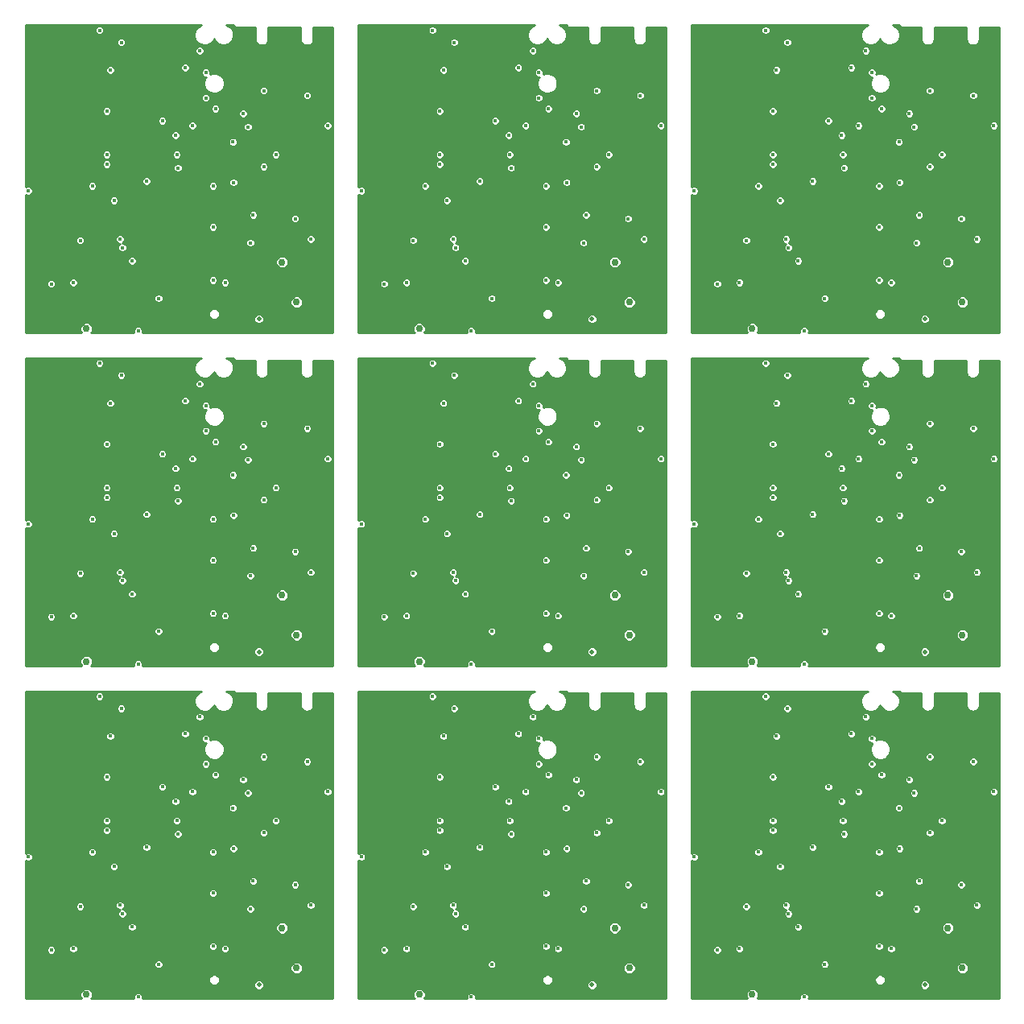
<source format=gbr>
G04 #@! TF.FileFunction,Copper,L2,Inr,Signal*
%FSLAX46Y46*%
G04 Gerber Fmt 4.6, Leading zero omitted, Abs format (unit mm)*
G04 Created by KiCad (PCBNEW 4.0.2+dfsg1-stable) date Wed 22 Jun 2016 02:24:39 PM EDT*
%MOMM*%
G01*
G04 APERTURE LIST*
%ADD10C,0.100000*%
%ADD11C,0.406400*%
%ADD12C,0.762000*%
%ADD13C,0.508000*%
%ADD14C,0.203200*%
%ADD15C,0.254000*%
G04 APERTURE END LIST*
D10*
D11*
X88116000Y-110172000D03*
X88116000Y-75152000D03*
X88116000Y-40132000D03*
X53096000Y-110172000D03*
X53096000Y-75152000D03*
X53096000Y-40132000D03*
X18076000Y-110172000D03*
X18076000Y-75152000D03*
X18076000Y-40132000D03*
X104965000Y-99631000D03*
X104965000Y-64611000D03*
X104965000Y-29591000D03*
X69945000Y-99631000D03*
X69945000Y-64611000D03*
X69945000Y-29591000D03*
X34925000Y-99631000D03*
X34925000Y-64611000D03*
X34925000Y-29591000D03*
X93027000Y-105600000D03*
X94297000Y-107886000D03*
D12*
X111569000Y-112204000D03*
D11*
X104076000Y-110172000D03*
X113093000Y-105600000D03*
X101409000Y-85788000D03*
X108140000Y-89979000D03*
X103060000Y-91884000D03*
X112712000Y-90487000D03*
X92011000Y-87820000D03*
X106743000Y-105981000D03*
D12*
X89471000Y-114998000D03*
D11*
X93027000Y-70580000D03*
X94297000Y-72866000D03*
D12*
X111569000Y-77184000D03*
D11*
X104076000Y-75152000D03*
X113093000Y-70580000D03*
X101409000Y-50768000D03*
X108140000Y-54959000D03*
X103060000Y-56864000D03*
X112712000Y-55467000D03*
X92011000Y-52800000D03*
X106743000Y-70961000D03*
D12*
X89471000Y-79978000D03*
D11*
X93027000Y-35560000D03*
X94297000Y-37846000D03*
D12*
X111569000Y-42164000D03*
D11*
X104076000Y-40132000D03*
X113093000Y-35560000D03*
X101409000Y-15748000D03*
X108140000Y-19939000D03*
X103060000Y-21844000D03*
X112712000Y-20447000D03*
X92011000Y-17780000D03*
X106743000Y-35941000D03*
D12*
X89471000Y-44958000D03*
D11*
X58007000Y-105600000D03*
X59277000Y-107886000D03*
D12*
X76549000Y-112204000D03*
D11*
X69056000Y-110172000D03*
X78073000Y-105600000D03*
X66389000Y-85788000D03*
X73120000Y-89979000D03*
X68040000Y-91884000D03*
X77692000Y-90487000D03*
X56991000Y-87820000D03*
X71723000Y-105981000D03*
D12*
X54451000Y-114998000D03*
D11*
X58007000Y-70580000D03*
X59277000Y-72866000D03*
D12*
X76549000Y-77184000D03*
D11*
X69056000Y-75152000D03*
X78073000Y-70580000D03*
X66389000Y-50768000D03*
X73120000Y-54959000D03*
X68040000Y-56864000D03*
X77692000Y-55467000D03*
X56991000Y-52800000D03*
X71723000Y-70961000D03*
D12*
X54451000Y-79978000D03*
D11*
X58007000Y-35560000D03*
X59277000Y-37846000D03*
D12*
X76549000Y-42164000D03*
D11*
X69056000Y-40132000D03*
X78073000Y-35560000D03*
X66389000Y-15748000D03*
X73120000Y-19939000D03*
X68040000Y-21844000D03*
X77692000Y-20447000D03*
X56991000Y-17780000D03*
X71723000Y-35941000D03*
D12*
X54451000Y-44958000D03*
D11*
X22987000Y-105600000D03*
X24257000Y-107886000D03*
D12*
X41529000Y-112204000D03*
D11*
X34036000Y-110172000D03*
X43053000Y-105600000D03*
X31369000Y-85788000D03*
X38100000Y-89979000D03*
X33020000Y-91884000D03*
X42672000Y-90487000D03*
X21971000Y-87820000D03*
X36703000Y-105981000D03*
D12*
X19431000Y-114998000D03*
D11*
X22987000Y-70580000D03*
X24257000Y-72866000D03*
D12*
X41529000Y-77184000D03*
D11*
X34036000Y-75152000D03*
X43053000Y-70580000D03*
X31369000Y-50768000D03*
X38100000Y-54959000D03*
X33020000Y-56864000D03*
X42672000Y-55467000D03*
X21971000Y-52800000D03*
X36703000Y-70961000D03*
D12*
X19431000Y-79978000D03*
X19431000Y-44958000D03*
D11*
X36703000Y-35941000D03*
X21971000Y-17780000D03*
X42672000Y-20447000D03*
X33020000Y-21844000D03*
X38100000Y-19939000D03*
X31369000Y-15748000D03*
X43053000Y-35560000D03*
X34036000Y-40132000D03*
D12*
X41529000Y-42164000D03*
D11*
X24257000Y-37846000D03*
X22987000Y-35560000D03*
X92392000Y-115125000D03*
X89344000Y-112458000D03*
X111442000Y-111315000D03*
X110934000Y-93789000D03*
X113982000Y-109283000D03*
X98615000Y-95948000D03*
X97599000Y-88836000D03*
X103060000Y-92646000D03*
X95567000Y-103568000D03*
X97980000Y-107759000D03*
X96202000Y-111569000D03*
X94170000Y-84264000D03*
X84772000Y-92646000D03*
X84518000Y-85915000D03*
X101409000Y-99758000D03*
X110807000Y-97726000D03*
X87312000Y-97472000D03*
X107124000Y-88709000D03*
X113474000Y-88709000D03*
X103568000Y-87439000D03*
X87947000Y-101536000D03*
D12*
X110680000Y-114236000D03*
D11*
X101028000Y-114998000D03*
X104838000Y-114998000D03*
X88582000Y-108013000D03*
X93662000Y-113093000D03*
X94678000Y-109664000D03*
X92900000Y-109537000D03*
X108267000Y-107124000D03*
X105219000Y-107505000D03*
X98996000Y-103441000D03*
X106489000Y-98361000D03*
X92773000Y-90868000D03*
X109156000Y-97853000D03*
X90614000Y-115125000D03*
X92519000Y-97218000D03*
X90741000Y-95694000D03*
X98361000Y-99631000D03*
X104330000Y-95186000D03*
X83883000Y-108140000D03*
X98107000Y-112077000D03*
X92392000Y-80105000D03*
X89344000Y-77438000D03*
X111442000Y-76295000D03*
X110934000Y-58769000D03*
X113982000Y-74263000D03*
X98615000Y-60928000D03*
X97599000Y-53816000D03*
X103060000Y-57626000D03*
X95567000Y-68548000D03*
X97980000Y-72739000D03*
X96202000Y-76549000D03*
X94170000Y-49244000D03*
X84772000Y-57626000D03*
X84518000Y-50895000D03*
X101409000Y-64738000D03*
X110807000Y-62706000D03*
X87312000Y-62452000D03*
X107124000Y-53689000D03*
X113474000Y-53689000D03*
X103568000Y-52419000D03*
X87947000Y-66516000D03*
D12*
X110680000Y-79216000D03*
D11*
X101028000Y-79978000D03*
X104838000Y-79978000D03*
X88582000Y-72993000D03*
X93662000Y-78073000D03*
X94678000Y-74644000D03*
X92900000Y-74517000D03*
X108267000Y-72104000D03*
X105219000Y-72485000D03*
X98996000Y-68421000D03*
X106489000Y-63341000D03*
X92773000Y-55848000D03*
X109156000Y-62833000D03*
X90614000Y-80105000D03*
X92519000Y-62198000D03*
X90741000Y-60674000D03*
X98361000Y-64611000D03*
X104330000Y-60166000D03*
X83883000Y-73120000D03*
X98107000Y-77057000D03*
X92392000Y-45085000D03*
X89344000Y-42418000D03*
X111442000Y-41275000D03*
X110934000Y-23749000D03*
X113982000Y-39243000D03*
X98615000Y-25908000D03*
X97599000Y-18796000D03*
X103060000Y-22606000D03*
X95567000Y-33528000D03*
X97980000Y-37719000D03*
X96202000Y-41529000D03*
X94170000Y-14224000D03*
X84772000Y-22606000D03*
X84518000Y-15875000D03*
X101409000Y-29718000D03*
X110807000Y-27686000D03*
X87312000Y-27432000D03*
X107124000Y-18669000D03*
X113474000Y-18669000D03*
X103568000Y-17399000D03*
X87947000Y-31496000D03*
D12*
X110680000Y-44196000D03*
D11*
X101028000Y-44958000D03*
X104838000Y-44958000D03*
X88582000Y-37973000D03*
X93662000Y-43053000D03*
X94678000Y-39624000D03*
X92900000Y-39497000D03*
X108267000Y-37084000D03*
X105219000Y-37465000D03*
X98996000Y-33401000D03*
X106489000Y-28321000D03*
X92773000Y-20828000D03*
X109156000Y-27813000D03*
X90614000Y-45085000D03*
X92519000Y-27178000D03*
X90741000Y-25654000D03*
X98361000Y-29591000D03*
X104330000Y-25146000D03*
X83883000Y-38100000D03*
X98107000Y-42037000D03*
X57372000Y-115125000D03*
X54324000Y-112458000D03*
X76422000Y-111315000D03*
X75914000Y-93789000D03*
X78962000Y-109283000D03*
X63595000Y-95948000D03*
X62579000Y-88836000D03*
X68040000Y-92646000D03*
X60547000Y-103568000D03*
X62960000Y-107759000D03*
X61182000Y-111569000D03*
X59150000Y-84264000D03*
X49752000Y-92646000D03*
X49498000Y-85915000D03*
X66389000Y-99758000D03*
X75787000Y-97726000D03*
X52292000Y-97472000D03*
X72104000Y-88709000D03*
X78454000Y-88709000D03*
X68548000Y-87439000D03*
X52927000Y-101536000D03*
D12*
X75660000Y-114236000D03*
D11*
X66008000Y-114998000D03*
X69818000Y-114998000D03*
X53562000Y-108013000D03*
X58642000Y-113093000D03*
X59658000Y-109664000D03*
X57880000Y-109537000D03*
X73247000Y-107124000D03*
X70199000Y-107505000D03*
X63976000Y-103441000D03*
X71469000Y-98361000D03*
X57753000Y-90868000D03*
X74136000Y-97853000D03*
X55594000Y-115125000D03*
X57499000Y-97218000D03*
X55721000Y-95694000D03*
X63341000Y-99631000D03*
X69310000Y-95186000D03*
X48863000Y-108140000D03*
X63087000Y-112077000D03*
X57372000Y-80105000D03*
X54324000Y-77438000D03*
X76422000Y-76295000D03*
X75914000Y-58769000D03*
X78962000Y-74263000D03*
X63595000Y-60928000D03*
X62579000Y-53816000D03*
X68040000Y-57626000D03*
X60547000Y-68548000D03*
X62960000Y-72739000D03*
X61182000Y-76549000D03*
X59150000Y-49244000D03*
X49752000Y-57626000D03*
X49498000Y-50895000D03*
X66389000Y-64738000D03*
X75787000Y-62706000D03*
X52292000Y-62452000D03*
X72104000Y-53689000D03*
X78454000Y-53689000D03*
X68548000Y-52419000D03*
X52927000Y-66516000D03*
D12*
X75660000Y-79216000D03*
D11*
X66008000Y-79978000D03*
X69818000Y-79978000D03*
X53562000Y-72993000D03*
X58642000Y-78073000D03*
X59658000Y-74644000D03*
X57880000Y-74517000D03*
X73247000Y-72104000D03*
X70199000Y-72485000D03*
X63976000Y-68421000D03*
X71469000Y-63341000D03*
X57753000Y-55848000D03*
X74136000Y-62833000D03*
X55594000Y-80105000D03*
X57499000Y-62198000D03*
X55721000Y-60674000D03*
X63341000Y-64611000D03*
X69310000Y-60166000D03*
X48863000Y-73120000D03*
X63087000Y-77057000D03*
X57372000Y-45085000D03*
X54324000Y-42418000D03*
X76422000Y-41275000D03*
X75914000Y-23749000D03*
X78962000Y-39243000D03*
X63595000Y-25908000D03*
X62579000Y-18796000D03*
X68040000Y-22606000D03*
X60547000Y-33528000D03*
X62960000Y-37719000D03*
X61182000Y-41529000D03*
X59150000Y-14224000D03*
X49752000Y-22606000D03*
X49498000Y-15875000D03*
X66389000Y-29718000D03*
X75787000Y-27686000D03*
X52292000Y-27432000D03*
X72104000Y-18669000D03*
X78454000Y-18669000D03*
X68548000Y-17399000D03*
X52927000Y-31496000D03*
D12*
X75660000Y-44196000D03*
D11*
X66008000Y-44958000D03*
X69818000Y-44958000D03*
X53562000Y-37973000D03*
X58642000Y-43053000D03*
X59658000Y-39624000D03*
X57880000Y-39497000D03*
X73247000Y-37084000D03*
X70199000Y-37465000D03*
X63976000Y-33401000D03*
X71469000Y-28321000D03*
X57753000Y-20828000D03*
X74136000Y-27813000D03*
X55594000Y-45085000D03*
X57499000Y-27178000D03*
X55721000Y-25654000D03*
X63341000Y-29591000D03*
X69310000Y-25146000D03*
X48863000Y-38100000D03*
X63087000Y-42037000D03*
X22352000Y-115125000D03*
X19304000Y-112458000D03*
X41402000Y-111315000D03*
X40894000Y-93789000D03*
X43942000Y-109283000D03*
X28575000Y-95948000D03*
X27559000Y-88836000D03*
X33020000Y-92646000D03*
X25527000Y-103568000D03*
X27940000Y-107759000D03*
X26162000Y-111569000D03*
X24130000Y-84264000D03*
X14732000Y-92646000D03*
X14478000Y-85915000D03*
X31369000Y-99758000D03*
X40767000Y-97726000D03*
X17272000Y-97472000D03*
X37084000Y-88709000D03*
X43434000Y-88709000D03*
X33528000Y-87439000D03*
X17907000Y-101536000D03*
D12*
X40640000Y-114236000D03*
D11*
X30988000Y-114998000D03*
X34798000Y-114998000D03*
X18542000Y-108013000D03*
X23622000Y-113093000D03*
X24638000Y-109664000D03*
X22860000Y-109537000D03*
X38227000Y-107124000D03*
X35179000Y-107505000D03*
X28956000Y-103441000D03*
X36449000Y-98361000D03*
X22733000Y-90868000D03*
X39116000Y-97853000D03*
X20574000Y-115125000D03*
X22479000Y-97218000D03*
X20701000Y-95694000D03*
X28321000Y-99631000D03*
X34290000Y-95186000D03*
X13843000Y-108140000D03*
X28067000Y-112077000D03*
X22352000Y-80105000D03*
X19304000Y-77438000D03*
X41402000Y-76295000D03*
X40894000Y-58769000D03*
X43942000Y-74263000D03*
X28575000Y-60928000D03*
X27559000Y-53816000D03*
X33020000Y-57626000D03*
X25527000Y-68548000D03*
X27940000Y-72739000D03*
X26162000Y-76549000D03*
X24130000Y-49244000D03*
X14732000Y-57626000D03*
X14478000Y-50895000D03*
X31369000Y-64738000D03*
X40767000Y-62706000D03*
X17272000Y-62452000D03*
X37084000Y-53689000D03*
X43434000Y-53689000D03*
X33528000Y-52419000D03*
X17907000Y-66516000D03*
D12*
X40640000Y-79216000D03*
D11*
X30988000Y-79978000D03*
X34798000Y-79978000D03*
X18542000Y-72993000D03*
X23622000Y-78073000D03*
X24638000Y-74644000D03*
X22860000Y-74517000D03*
X38227000Y-72104000D03*
X35179000Y-72485000D03*
X28956000Y-68421000D03*
X36449000Y-63341000D03*
X22733000Y-55848000D03*
X39116000Y-62833000D03*
X20574000Y-80105000D03*
X22479000Y-62198000D03*
X20701000Y-60674000D03*
X28321000Y-64611000D03*
X34290000Y-60166000D03*
X13843000Y-73120000D03*
X28067000Y-77057000D03*
X28067000Y-42037000D03*
X13843000Y-38100000D03*
X34290000Y-25146000D03*
X28321000Y-29591000D03*
X20701000Y-25654000D03*
X22479000Y-27178000D03*
X20574000Y-45085000D03*
X39116000Y-27813000D03*
X22733000Y-20828000D03*
X36449000Y-28321000D03*
X28956000Y-33401000D03*
X35179000Y-37465000D03*
X38227000Y-37084000D03*
X22860000Y-39497000D03*
X24638000Y-39624000D03*
X23622000Y-43053000D03*
X18542000Y-37973000D03*
X34798000Y-44958000D03*
X30988000Y-44958000D03*
D12*
X40640000Y-44196000D03*
D11*
X17907000Y-31496000D03*
X33528000Y-17399000D03*
X43434000Y-18669000D03*
X37084000Y-18669000D03*
X17272000Y-27432000D03*
X40767000Y-27686000D03*
X31369000Y-29718000D03*
X14478000Y-15875000D03*
X14732000Y-22606000D03*
X24130000Y-14224000D03*
X26162000Y-41529000D03*
X27940000Y-37719000D03*
X25527000Y-33528000D03*
X33020000Y-22606000D03*
X27559000Y-18796000D03*
X28575000Y-25908000D03*
X43942000Y-39243000D03*
X40894000Y-23749000D03*
X41402000Y-41275000D03*
X19304000Y-42418000D03*
X22352000Y-45085000D03*
X107028000Y-103060000D03*
X107028000Y-68040000D03*
X107028000Y-33020000D03*
X72008000Y-103060000D03*
X72008000Y-68040000D03*
X72008000Y-33020000D03*
X36988000Y-103060000D03*
X36988000Y-68040000D03*
X36988000Y-33020000D03*
X97091000Y-111823000D03*
X97091000Y-76803000D03*
X97091000Y-41783000D03*
X62071000Y-111823000D03*
X62071000Y-76803000D03*
X62071000Y-41783000D03*
X27051000Y-111823000D03*
X27051000Y-76803000D03*
X27051000Y-41783000D03*
X95821000Y-99504000D03*
X95821000Y-64484000D03*
X95821000Y-29464000D03*
X60801000Y-99504000D03*
X60801000Y-64484000D03*
X60801000Y-29464000D03*
X25781000Y-99504000D03*
X25781000Y-64484000D03*
X25781000Y-29464000D03*
X98869000Y-94678000D03*
X93154000Y-84899000D03*
X98869000Y-59658000D03*
X93154000Y-49879000D03*
X98869000Y-24638000D03*
X93154000Y-14859000D03*
X63849000Y-94678000D03*
X58134000Y-84899000D03*
X63849000Y-59658000D03*
X58134000Y-49879000D03*
X63849000Y-24638000D03*
X58134000Y-14859000D03*
X28829000Y-94678000D03*
X23114000Y-84899000D03*
X28829000Y-59658000D03*
X23114000Y-49879000D03*
X23114000Y-14859000D03*
X28829000Y-24638000D03*
X90868000Y-83629000D03*
X99885000Y-87566000D03*
X90868000Y-48609000D03*
X99885000Y-52546000D03*
X90868000Y-13589000D03*
X99885000Y-17526000D03*
X55848000Y-83629000D03*
X64865000Y-87566000D03*
X55848000Y-48609000D03*
X64865000Y-52546000D03*
X55848000Y-13589000D03*
X64865000Y-17526000D03*
X20828000Y-83629000D03*
X29845000Y-87566000D03*
X20828000Y-48609000D03*
X29845000Y-52546000D03*
X29845000Y-17526000D03*
X20828000Y-13589000D03*
X91630000Y-92118300D03*
X91630000Y-57098300D03*
X91630000Y-22078300D03*
X56610000Y-92118300D03*
X56610000Y-57098300D03*
X56610000Y-22078300D03*
X21590000Y-92118300D03*
X21590000Y-57098300D03*
X21590000Y-22078300D03*
X92392000Y-101536000D03*
X92392000Y-66516000D03*
X92392000Y-31496000D03*
X57372000Y-101536000D03*
X57372000Y-66516000D03*
X57372000Y-31496000D03*
X22352000Y-101536000D03*
X22352000Y-66516000D03*
X22352000Y-31496000D03*
X94932000Y-115252000D03*
D13*
X107632000Y-113982000D03*
D11*
X104894000Y-95369000D03*
X88836000Y-105727000D03*
X102806000Y-109918000D03*
X109410000Y-96710000D03*
X102806000Y-100012000D03*
X102806000Y-104330000D03*
X90106000Y-100012000D03*
X94932000Y-80232000D03*
D13*
X107632000Y-78962000D03*
D11*
X104894000Y-60349000D03*
X88836000Y-70707000D03*
X102806000Y-74898000D03*
X109410000Y-61690000D03*
X102806000Y-64992000D03*
X102806000Y-69310000D03*
X90106000Y-64992000D03*
X94932000Y-45212000D03*
D13*
X107632000Y-43942000D03*
D11*
X104894000Y-25329000D03*
X88836000Y-35687000D03*
X102806000Y-39878000D03*
X109410000Y-26670000D03*
X102806000Y-29972000D03*
X102806000Y-34290000D03*
X90106000Y-29972000D03*
X59912000Y-115252000D03*
D13*
X72612000Y-113982000D03*
D11*
X69874000Y-95369000D03*
X53816000Y-105727000D03*
X67786000Y-109918000D03*
X74390000Y-96710000D03*
X67786000Y-100012000D03*
X67786000Y-104330000D03*
X55086000Y-100012000D03*
X59912000Y-80232000D03*
D13*
X72612000Y-78962000D03*
D11*
X69874000Y-60349000D03*
X53816000Y-70707000D03*
X67786000Y-74898000D03*
X74390000Y-61690000D03*
X67786000Y-64992000D03*
X67786000Y-69310000D03*
X55086000Y-64992000D03*
X59912000Y-45212000D03*
D13*
X72612000Y-43942000D03*
D11*
X69874000Y-25329000D03*
X53816000Y-35687000D03*
X67786000Y-39878000D03*
X74390000Y-26670000D03*
X67786000Y-29972000D03*
X67786000Y-34290000D03*
X55086000Y-29972000D03*
X24892000Y-115252000D03*
D13*
X37592000Y-113982000D03*
D11*
X34854000Y-95369000D03*
X18796000Y-105727000D03*
X32766000Y-109918000D03*
X39370000Y-96710000D03*
X32766000Y-100012000D03*
X32766000Y-104330000D03*
X20066000Y-100012000D03*
X24892000Y-80232000D03*
D13*
X37592000Y-78962000D03*
D11*
X34854000Y-60349000D03*
X18796000Y-70707000D03*
X32766000Y-74898000D03*
X39370000Y-61690000D03*
X32766000Y-64992000D03*
X32766000Y-69310000D03*
X20066000Y-64992000D03*
X20066000Y-29972000D03*
X32766000Y-34290000D03*
X32766000Y-29972000D03*
X39370000Y-26670000D03*
X32766000Y-39878000D03*
X18796000Y-35687000D03*
X34854000Y-25329000D03*
D13*
X37592000Y-43942000D03*
D11*
X24892000Y-45212000D03*
X93281000Y-106489000D03*
X93281000Y-71469000D03*
X93281000Y-36449000D03*
X58261000Y-106489000D03*
X58261000Y-71469000D03*
X58261000Y-36449000D03*
X23241000Y-106489000D03*
X23241000Y-71469000D03*
X23241000Y-36449000D03*
X106489000Y-93789000D03*
X106489000Y-58769000D03*
X106489000Y-23749000D03*
X71469000Y-93789000D03*
X71469000Y-58769000D03*
X71469000Y-23749000D03*
X36449000Y-93789000D03*
X36449000Y-58769000D03*
X36449000Y-23749000D03*
X98996000Y-96710000D03*
X85788000Y-110299000D03*
X98996000Y-61690000D03*
X85788000Y-75279000D03*
X98996000Y-26670000D03*
X85788000Y-40259000D03*
X63976000Y-96710000D03*
X50768000Y-110299000D03*
X63976000Y-61690000D03*
X50768000Y-75279000D03*
X63976000Y-26670000D03*
X50768000Y-40259000D03*
X28956000Y-96710000D03*
X15748000Y-110299000D03*
X28956000Y-61690000D03*
X15748000Y-75279000D03*
X15748000Y-40259000D03*
X28956000Y-26670000D03*
X91630000Y-96710000D03*
X83375000Y-100520000D03*
X91630000Y-61690000D03*
X83375000Y-65500000D03*
X91630000Y-26670000D03*
X83375000Y-30480000D03*
X56610000Y-96710000D03*
X48355000Y-100520000D03*
X56610000Y-61690000D03*
X48355000Y-65500000D03*
X56610000Y-26670000D03*
X48355000Y-30480000D03*
X21590000Y-96710000D03*
X13335000Y-100520000D03*
X21590000Y-61690000D03*
X13335000Y-65500000D03*
X13335000Y-30480000D03*
X21590000Y-26670000D03*
X91630000Y-97726000D03*
X97472000Y-93154000D03*
X91630000Y-62706000D03*
X97472000Y-58134000D03*
X91630000Y-27686000D03*
X97472000Y-23114000D03*
X56610000Y-97726000D03*
X62452000Y-93154000D03*
X56610000Y-62706000D03*
X62452000Y-58134000D03*
X56610000Y-27686000D03*
X62452000Y-23114000D03*
X21590000Y-97726000D03*
X27432000Y-93154000D03*
X21590000Y-62706000D03*
X27432000Y-58134000D03*
X27432000Y-23114000D03*
X21590000Y-27686000D03*
X108140000Y-97980000D03*
X108140000Y-62960000D03*
X108140000Y-27940000D03*
X73120000Y-97980000D03*
X73120000Y-62960000D03*
X73120000Y-27940000D03*
X38100000Y-97980000D03*
X38100000Y-62960000D03*
X38100000Y-27940000D03*
D12*
X110045000Y-108013000D03*
X110045000Y-72993000D03*
X110045000Y-37973000D03*
X75025000Y-108013000D03*
X75025000Y-72993000D03*
X75025000Y-37973000D03*
X40005000Y-108013000D03*
X40005000Y-72993000D03*
X40005000Y-37973000D03*
D11*
X114871000Y-93662000D03*
X114871000Y-58642000D03*
X114871000Y-23622000D03*
X79851000Y-93662000D03*
X79851000Y-58642000D03*
X79851000Y-23622000D03*
X44831000Y-93662000D03*
X44831000Y-58642000D03*
X44831000Y-23622000D03*
X111442000Y-103441000D03*
X111442000Y-68421000D03*
X111442000Y-33401000D03*
X76422000Y-103441000D03*
X76422000Y-68421000D03*
X76422000Y-33401000D03*
X41402000Y-103441000D03*
X41402000Y-68421000D03*
X41402000Y-33401000D03*
X102044000Y-90741000D03*
X102044000Y-55721000D03*
X102044000Y-20701000D03*
X67024000Y-90741000D03*
X67024000Y-55721000D03*
X67024000Y-20701000D03*
X32004000Y-90741000D03*
X32004000Y-55721000D03*
X32004000Y-20701000D03*
X100647000Y-93662000D03*
X102044000Y-88074000D03*
X100647000Y-58642000D03*
X102044000Y-53054000D03*
X100647000Y-23622000D03*
X102044000Y-18034000D03*
X65627000Y-93662000D03*
X67024000Y-88074000D03*
X65627000Y-58642000D03*
X67024000Y-53054000D03*
X65627000Y-23622000D03*
X67024000Y-18034000D03*
X30607000Y-93662000D03*
X32004000Y-88074000D03*
X30607000Y-58642000D03*
X32004000Y-53054000D03*
X32004000Y-18034000D03*
X30607000Y-23622000D03*
X99123000Y-98107000D03*
X99123000Y-63087000D03*
X99123000Y-28067000D03*
X64103000Y-98107000D03*
X64103000Y-63087000D03*
X64103000Y-28067000D03*
X29083000Y-98107000D03*
X29083000Y-63087000D03*
X29083000Y-28067000D03*
X105981000Y-92392000D03*
X105981000Y-57372000D03*
X105981000Y-22352000D03*
X70961000Y-92392000D03*
X70961000Y-57372000D03*
X70961000Y-22352000D03*
X35941000Y-92392000D03*
X35941000Y-57372000D03*
X35941000Y-22352000D03*
D14*
X97980000Y-107759000D02*
X97649799Y-108089201D01*
X89344000Y-108775000D02*
X88582000Y-108013000D01*
X89344000Y-112458000D02*
X89344000Y-108775000D01*
X92392000Y-114363000D02*
X93662000Y-113093000D01*
X92392000Y-115125000D02*
X92392000Y-114363000D01*
X96202000Y-111188000D02*
X94678000Y-109664000D01*
X96202000Y-111569000D02*
X96202000Y-111188000D01*
X93027000Y-109664000D02*
X92900000Y-109537000D01*
X94678000Y-109664000D02*
X93027000Y-109664000D01*
X105600000Y-107124000D02*
X105219000Y-107505000D01*
X108267000Y-107124000D02*
X105600000Y-107124000D01*
X98869000Y-103568000D02*
X98996000Y-103441000D01*
X95567000Y-103568000D02*
X98869000Y-103568000D01*
X106489000Y-98234000D02*
X106489000Y-98361000D01*
X110934000Y-93789000D02*
X106489000Y-98234000D01*
X108444801Y-98564199D02*
X109156000Y-97853000D01*
X106692199Y-98564199D02*
X108444801Y-98564199D01*
X106489000Y-98361000D02*
X106692199Y-98564199D01*
X92468210Y-97167210D02*
X92519000Y-97218000D01*
X87616790Y-97167210D02*
X92468210Y-97167210D01*
X87312000Y-97472000D02*
X87616790Y-97167210D01*
X90741000Y-96497658D02*
X90741000Y-95694000D01*
X91461342Y-97218000D02*
X90741000Y-96497658D01*
X92519000Y-97218000D02*
X91461342Y-97218000D01*
X98996000Y-100266000D02*
X98361000Y-99631000D01*
X98996000Y-103441000D02*
X98996000Y-100266000D01*
X103060000Y-93916000D02*
X104330000Y-95186000D01*
X103060000Y-92646000D02*
X103060000Y-93916000D01*
X84010000Y-108013000D02*
X83883000Y-108140000D01*
X88582000Y-108013000D02*
X84010000Y-108013000D01*
X97903799Y-112280201D02*
X98107000Y-112077000D01*
X96625833Y-112280201D02*
X97903799Y-112280201D01*
X96202000Y-111856368D02*
X96625833Y-112280201D01*
X96202000Y-111569000D02*
X96202000Y-111856368D01*
X97980000Y-72739000D02*
X97649799Y-73069201D01*
X89344000Y-73755000D02*
X88582000Y-72993000D01*
X89344000Y-77438000D02*
X89344000Y-73755000D01*
X92392000Y-79343000D02*
X93662000Y-78073000D01*
X92392000Y-80105000D02*
X92392000Y-79343000D01*
X96202000Y-76168000D02*
X94678000Y-74644000D01*
X96202000Y-76549000D02*
X96202000Y-76168000D01*
X93027000Y-74644000D02*
X92900000Y-74517000D01*
X94678000Y-74644000D02*
X93027000Y-74644000D01*
X105600000Y-72104000D02*
X105219000Y-72485000D01*
X108267000Y-72104000D02*
X105600000Y-72104000D01*
X98869000Y-68548000D02*
X98996000Y-68421000D01*
X95567000Y-68548000D02*
X98869000Y-68548000D01*
X106489000Y-63214000D02*
X106489000Y-63341000D01*
X110934000Y-58769000D02*
X106489000Y-63214000D01*
X108444801Y-63544199D02*
X109156000Y-62833000D01*
X106692199Y-63544199D02*
X108444801Y-63544199D01*
X106489000Y-63341000D02*
X106692199Y-63544199D01*
X92468210Y-62147210D02*
X92519000Y-62198000D01*
X87616790Y-62147210D02*
X92468210Y-62147210D01*
X87312000Y-62452000D02*
X87616790Y-62147210D01*
X90741000Y-61477658D02*
X90741000Y-60674000D01*
X91461342Y-62198000D02*
X90741000Y-61477658D01*
X92519000Y-62198000D02*
X91461342Y-62198000D01*
X98996000Y-65246000D02*
X98361000Y-64611000D01*
X98996000Y-68421000D02*
X98996000Y-65246000D01*
X103060000Y-58896000D02*
X104330000Y-60166000D01*
X103060000Y-57626000D02*
X103060000Y-58896000D01*
X84010000Y-72993000D02*
X83883000Y-73120000D01*
X88582000Y-72993000D02*
X84010000Y-72993000D01*
X97903799Y-77260201D02*
X98107000Y-77057000D01*
X96625833Y-77260201D02*
X97903799Y-77260201D01*
X96202000Y-76836368D02*
X96625833Y-77260201D01*
X96202000Y-76549000D02*
X96202000Y-76836368D01*
X97980000Y-37719000D02*
X97649799Y-38049201D01*
X89344000Y-38735000D02*
X88582000Y-37973000D01*
X89344000Y-42418000D02*
X89344000Y-38735000D01*
X92392000Y-44323000D02*
X93662000Y-43053000D01*
X92392000Y-45085000D02*
X92392000Y-44323000D01*
X96202000Y-41148000D02*
X94678000Y-39624000D01*
X96202000Y-41529000D02*
X96202000Y-41148000D01*
X93027000Y-39624000D02*
X92900000Y-39497000D01*
X94678000Y-39624000D02*
X93027000Y-39624000D01*
X105600000Y-37084000D02*
X105219000Y-37465000D01*
X108267000Y-37084000D02*
X105600000Y-37084000D01*
X98869000Y-33528000D02*
X98996000Y-33401000D01*
X95567000Y-33528000D02*
X98869000Y-33528000D01*
X106489000Y-28194000D02*
X106489000Y-28321000D01*
X110934000Y-23749000D02*
X106489000Y-28194000D01*
X108444801Y-28524199D02*
X109156000Y-27813000D01*
X106692199Y-28524199D02*
X108444801Y-28524199D01*
X106489000Y-28321000D02*
X106692199Y-28524199D01*
X92468210Y-27127210D02*
X92519000Y-27178000D01*
X87616790Y-27127210D02*
X92468210Y-27127210D01*
X87312000Y-27432000D02*
X87616790Y-27127210D01*
X90741000Y-26457658D02*
X90741000Y-25654000D01*
X91461342Y-27178000D02*
X90741000Y-26457658D01*
X92519000Y-27178000D02*
X91461342Y-27178000D01*
X98996000Y-30226000D02*
X98361000Y-29591000D01*
X98996000Y-33401000D02*
X98996000Y-30226000D01*
X103060000Y-23876000D02*
X104330000Y-25146000D01*
X103060000Y-22606000D02*
X103060000Y-23876000D01*
X84010000Y-37973000D02*
X83883000Y-38100000D01*
X88582000Y-37973000D02*
X84010000Y-37973000D01*
X97903799Y-42240201D02*
X98107000Y-42037000D01*
X96625833Y-42240201D02*
X97903799Y-42240201D01*
X96202000Y-41816368D02*
X96625833Y-42240201D01*
X96202000Y-41529000D02*
X96202000Y-41816368D01*
X62960000Y-107759000D02*
X62629799Y-108089201D01*
X54324000Y-108775000D02*
X53562000Y-108013000D01*
X54324000Y-112458000D02*
X54324000Y-108775000D01*
X57372000Y-114363000D02*
X58642000Y-113093000D01*
X57372000Y-115125000D02*
X57372000Y-114363000D01*
X61182000Y-111188000D02*
X59658000Y-109664000D01*
X61182000Y-111569000D02*
X61182000Y-111188000D01*
X58007000Y-109664000D02*
X57880000Y-109537000D01*
X59658000Y-109664000D02*
X58007000Y-109664000D01*
X70580000Y-107124000D02*
X70199000Y-107505000D01*
X73247000Y-107124000D02*
X70580000Y-107124000D01*
X63849000Y-103568000D02*
X63976000Y-103441000D01*
X60547000Y-103568000D02*
X63849000Y-103568000D01*
X71469000Y-98234000D02*
X71469000Y-98361000D01*
X75914000Y-93789000D02*
X71469000Y-98234000D01*
X73424801Y-98564199D02*
X74136000Y-97853000D01*
X71672199Y-98564199D02*
X73424801Y-98564199D01*
X71469000Y-98361000D02*
X71672199Y-98564199D01*
X57448210Y-97167210D02*
X57499000Y-97218000D01*
X52596790Y-97167210D02*
X57448210Y-97167210D01*
X52292000Y-97472000D02*
X52596790Y-97167210D01*
X55721000Y-96497658D02*
X55721000Y-95694000D01*
X56441342Y-97218000D02*
X55721000Y-96497658D01*
X57499000Y-97218000D02*
X56441342Y-97218000D01*
X63976000Y-100266000D02*
X63341000Y-99631000D01*
X63976000Y-103441000D02*
X63976000Y-100266000D01*
X68040000Y-93916000D02*
X69310000Y-95186000D01*
X68040000Y-92646000D02*
X68040000Y-93916000D01*
X48990000Y-108013000D02*
X48863000Y-108140000D01*
X53562000Y-108013000D02*
X48990000Y-108013000D01*
X62883799Y-112280201D02*
X63087000Y-112077000D01*
X61605833Y-112280201D02*
X62883799Y-112280201D01*
X61182000Y-111856368D02*
X61605833Y-112280201D01*
X61182000Y-111569000D02*
X61182000Y-111856368D01*
X62960000Y-72739000D02*
X62629799Y-73069201D01*
X54324000Y-73755000D02*
X53562000Y-72993000D01*
X54324000Y-77438000D02*
X54324000Y-73755000D01*
X57372000Y-79343000D02*
X58642000Y-78073000D01*
X57372000Y-80105000D02*
X57372000Y-79343000D01*
X61182000Y-76168000D02*
X59658000Y-74644000D01*
X61182000Y-76549000D02*
X61182000Y-76168000D01*
X58007000Y-74644000D02*
X57880000Y-74517000D01*
X59658000Y-74644000D02*
X58007000Y-74644000D01*
X70580000Y-72104000D02*
X70199000Y-72485000D01*
X73247000Y-72104000D02*
X70580000Y-72104000D01*
X63849000Y-68548000D02*
X63976000Y-68421000D01*
X60547000Y-68548000D02*
X63849000Y-68548000D01*
X71469000Y-63214000D02*
X71469000Y-63341000D01*
X75914000Y-58769000D02*
X71469000Y-63214000D01*
X73424801Y-63544199D02*
X74136000Y-62833000D01*
X71672199Y-63544199D02*
X73424801Y-63544199D01*
X71469000Y-63341000D02*
X71672199Y-63544199D01*
X57448210Y-62147210D02*
X57499000Y-62198000D01*
X52596790Y-62147210D02*
X57448210Y-62147210D01*
X52292000Y-62452000D02*
X52596790Y-62147210D01*
X55721000Y-61477658D02*
X55721000Y-60674000D01*
X56441342Y-62198000D02*
X55721000Y-61477658D01*
X57499000Y-62198000D02*
X56441342Y-62198000D01*
X63976000Y-65246000D02*
X63341000Y-64611000D01*
X63976000Y-68421000D02*
X63976000Y-65246000D01*
X68040000Y-58896000D02*
X69310000Y-60166000D01*
X68040000Y-57626000D02*
X68040000Y-58896000D01*
X48990000Y-72993000D02*
X48863000Y-73120000D01*
X53562000Y-72993000D02*
X48990000Y-72993000D01*
X62883799Y-77260201D02*
X63087000Y-77057000D01*
X61605833Y-77260201D02*
X62883799Y-77260201D01*
X61182000Y-76836368D02*
X61605833Y-77260201D01*
X61182000Y-76549000D02*
X61182000Y-76836368D01*
X62960000Y-37719000D02*
X62629799Y-38049201D01*
X54324000Y-38735000D02*
X53562000Y-37973000D01*
X54324000Y-42418000D02*
X54324000Y-38735000D01*
X57372000Y-44323000D02*
X58642000Y-43053000D01*
X57372000Y-45085000D02*
X57372000Y-44323000D01*
X61182000Y-41148000D02*
X59658000Y-39624000D01*
X61182000Y-41529000D02*
X61182000Y-41148000D01*
X58007000Y-39624000D02*
X57880000Y-39497000D01*
X59658000Y-39624000D02*
X58007000Y-39624000D01*
X70580000Y-37084000D02*
X70199000Y-37465000D01*
X73247000Y-37084000D02*
X70580000Y-37084000D01*
X63849000Y-33528000D02*
X63976000Y-33401000D01*
X60547000Y-33528000D02*
X63849000Y-33528000D01*
X71469000Y-28194000D02*
X71469000Y-28321000D01*
X75914000Y-23749000D02*
X71469000Y-28194000D01*
X73424801Y-28524199D02*
X74136000Y-27813000D01*
X71672199Y-28524199D02*
X73424801Y-28524199D01*
X71469000Y-28321000D02*
X71672199Y-28524199D01*
X57448210Y-27127210D02*
X57499000Y-27178000D01*
X52596790Y-27127210D02*
X57448210Y-27127210D01*
X52292000Y-27432000D02*
X52596790Y-27127210D01*
X55721000Y-26457658D02*
X55721000Y-25654000D01*
X56441342Y-27178000D02*
X55721000Y-26457658D01*
X57499000Y-27178000D02*
X56441342Y-27178000D01*
X63976000Y-30226000D02*
X63341000Y-29591000D01*
X63976000Y-33401000D02*
X63976000Y-30226000D01*
X68040000Y-23876000D02*
X69310000Y-25146000D01*
X68040000Y-22606000D02*
X68040000Y-23876000D01*
X48990000Y-37973000D02*
X48863000Y-38100000D01*
X53562000Y-37973000D02*
X48990000Y-37973000D01*
X62883799Y-42240201D02*
X63087000Y-42037000D01*
X61605833Y-42240201D02*
X62883799Y-42240201D01*
X61182000Y-41816368D02*
X61605833Y-42240201D01*
X61182000Y-41529000D02*
X61182000Y-41816368D01*
X27940000Y-107759000D02*
X27609799Y-108089201D01*
X19304000Y-108775000D02*
X18542000Y-108013000D01*
X19304000Y-112458000D02*
X19304000Y-108775000D01*
X22352000Y-114363000D02*
X23622000Y-113093000D01*
X22352000Y-115125000D02*
X22352000Y-114363000D01*
X26162000Y-111188000D02*
X24638000Y-109664000D01*
X26162000Y-111569000D02*
X26162000Y-111188000D01*
X22987000Y-109664000D02*
X22860000Y-109537000D01*
X24638000Y-109664000D02*
X22987000Y-109664000D01*
X35560000Y-107124000D02*
X35179000Y-107505000D01*
X38227000Y-107124000D02*
X35560000Y-107124000D01*
X28829000Y-103568000D02*
X28956000Y-103441000D01*
X25527000Y-103568000D02*
X28829000Y-103568000D01*
X36449000Y-98234000D02*
X36449000Y-98361000D01*
X40894000Y-93789000D02*
X36449000Y-98234000D01*
X38404801Y-98564199D02*
X39116000Y-97853000D01*
X36652199Y-98564199D02*
X38404801Y-98564199D01*
X36449000Y-98361000D02*
X36652199Y-98564199D01*
X22428210Y-97167210D02*
X22479000Y-97218000D01*
X17576790Y-97167210D02*
X22428210Y-97167210D01*
X17272000Y-97472000D02*
X17576790Y-97167210D01*
X20701000Y-96497658D02*
X20701000Y-95694000D01*
X21421342Y-97218000D02*
X20701000Y-96497658D01*
X22479000Y-97218000D02*
X21421342Y-97218000D01*
X28956000Y-100266000D02*
X28321000Y-99631000D01*
X28956000Y-103441000D02*
X28956000Y-100266000D01*
X33020000Y-93916000D02*
X34290000Y-95186000D01*
X33020000Y-92646000D02*
X33020000Y-93916000D01*
X13970000Y-108013000D02*
X13843000Y-108140000D01*
X18542000Y-108013000D02*
X13970000Y-108013000D01*
X27863799Y-112280201D02*
X28067000Y-112077000D01*
X26585833Y-112280201D02*
X27863799Y-112280201D01*
X26162000Y-111856368D02*
X26585833Y-112280201D01*
X26162000Y-111569000D02*
X26162000Y-111856368D01*
X27940000Y-72739000D02*
X27609799Y-73069201D01*
X19304000Y-73755000D02*
X18542000Y-72993000D01*
X19304000Y-77438000D02*
X19304000Y-73755000D01*
X22352000Y-79343000D02*
X23622000Y-78073000D01*
X22352000Y-80105000D02*
X22352000Y-79343000D01*
X26162000Y-76168000D02*
X24638000Y-74644000D01*
X26162000Y-76549000D02*
X26162000Y-76168000D01*
X22987000Y-74644000D02*
X22860000Y-74517000D01*
X24638000Y-74644000D02*
X22987000Y-74644000D01*
X35560000Y-72104000D02*
X35179000Y-72485000D01*
X38227000Y-72104000D02*
X35560000Y-72104000D01*
X28829000Y-68548000D02*
X28956000Y-68421000D01*
X25527000Y-68548000D02*
X28829000Y-68548000D01*
X36449000Y-63214000D02*
X36449000Y-63341000D01*
X40894000Y-58769000D02*
X36449000Y-63214000D01*
X38404801Y-63544199D02*
X39116000Y-62833000D01*
X36652199Y-63544199D02*
X38404801Y-63544199D01*
X36449000Y-63341000D02*
X36652199Y-63544199D01*
X22428210Y-62147210D02*
X22479000Y-62198000D01*
X17576790Y-62147210D02*
X22428210Y-62147210D01*
X17272000Y-62452000D02*
X17576790Y-62147210D01*
X20701000Y-61477658D02*
X20701000Y-60674000D01*
X21421342Y-62198000D02*
X20701000Y-61477658D01*
X22479000Y-62198000D02*
X21421342Y-62198000D01*
X28956000Y-65246000D02*
X28321000Y-64611000D01*
X28956000Y-68421000D02*
X28956000Y-65246000D01*
X33020000Y-58896000D02*
X34290000Y-60166000D01*
X33020000Y-57626000D02*
X33020000Y-58896000D01*
X13970000Y-72993000D02*
X13843000Y-73120000D01*
X18542000Y-72993000D02*
X13970000Y-72993000D01*
X27863799Y-77260201D02*
X28067000Y-77057000D01*
X26585833Y-77260201D02*
X27863799Y-77260201D01*
X26162000Y-76836368D02*
X26585833Y-77260201D01*
X26162000Y-76549000D02*
X26162000Y-76836368D01*
X26162000Y-41529000D02*
X26162000Y-41816368D01*
X26162000Y-41816368D02*
X26585833Y-42240201D01*
X26585833Y-42240201D02*
X27863799Y-42240201D01*
X27863799Y-42240201D02*
X28067000Y-42037000D01*
X18542000Y-37973000D02*
X13970000Y-37973000D01*
X13970000Y-37973000D02*
X13843000Y-38100000D01*
X33020000Y-22606000D02*
X33020000Y-23876000D01*
X33020000Y-23876000D02*
X34290000Y-25146000D01*
X28956000Y-33401000D02*
X28956000Y-30226000D01*
X28956000Y-30226000D02*
X28321000Y-29591000D01*
X22479000Y-27178000D02*
X21421342Y-27178000D01*
X21421342Y-27178000D02*
X20701000Y-26457658D01*
X20701000Y-26457658D02*
X20701000Y-25654000D01*
X17272000Y-27432000D02*
X17576790Y-27127210D01*
X17576790Y-27127210D02*
X22428210Y-27127210D01*
X22428210Y-27127210D02*
X22479000Y-27178000D01*
X36449000Y-28321000D02*
X36652199Y-28524199D01*
X36652199Y-28524199D02*
X38404801Y-28524199D01*
X38404801Y-28524199D02*
X39116000Y-27813000D01*
X40894000Y-23749000D02*
X36449000Y-28194000D01*
X36449000Y-28194000D02*
X36449000Y-28321000D01*
X25527000Y-33528000D02*
X28829000Y-33528000D01*
X28829000Y-33528000D02*
X28956000Y-33401000D01*
X38227000Y-37084000D02*
X35560000Y-37084000D01*
X35560000Y-37084000D02*
X35179000Y-37465000D01*
X24638000Y-39624000D02*
X22987000Y-39624000D01*
X22987000Y-39624000D02*
X22860000Y-39497000D01*
X26162000Y-41529000D02*
X26162000Y-41148000D01*
X26162000Y-41148000D02*
X24638000Y-39624000D01*
X22352000Y-45085000D02*
X22352000Y-44323000D01*
X22352000Y-44323000D02*
X23622000Y-43053000D01*
X19304000Y-42418000D02*
X19304000Y-38735000D01*
X19304000Y-38735000D02*
X18542000Y-37973000D01*
X27940000Y-37719000D02*
X27609799Y-38049201D01*
D15*
G36*
X31262368Y-13181395D02*
X30958463Y-13484771D01*
X30793787Y-13881352D01*
X30793413Y-14310764D01*
X30957395Y-14707632D01*
X31260771Y-15011537D01*
X31657352Y-15176213D01*
X32086764Y-15176587D01*
X32483632Y-15012605D01*
X32787537Y-14709229D01*
X32873007Y-14503396D01*
X32957395Y-14707632D01*
X33260771Y-15011537D01*
X33657352Y-15176213D01*
X34086764Y-15176587D01*
X34483632Y-15012605D01*
X34787537Y-14709229D01*
X34952213Y-14312648D01*
X34952587Y-13883236D01*
X34788605Y-13486368D01*
X34485229Y-13182463D01*
X34176821Y-13054400D01*
X34906443Y-13054400D01*
X34920868Y-13126922D01*
X34981434Y-13217566D01*
X35072078Y-13278132D01*
X35179000Y-13299400D01*
X37179600Y-13299400D01*
X37179600Y-14519000D01*
X37184969Y-14545991D01*
X37184969Y-14573509D01*
X37213970Y-14719305D01*
X37213970Y-14719309D01*
X37224518Y-14744774D01*
X37255689Y-14820028D01*
X37255690Y-14820029D01*
X37338279Y-14943633D01*
X37338280Y-14943635D01*
X37376823Y-14982177D01*
X37415365Y-15020720D01*
X37415367Y-15020721D01*
X37538970Y-15103309D01*
X37538972Y-15103311D01*
X37538973Y-15103311D01*
X37639691Y-15145030D01*
X37639694Y-15145030D01*
X37785491Y-15174031D01*
X37813008Y-15174031D01*
X37840000Y-15179400D01*
X37928000Y-15179400D01*
X37954991Y-15174031D01*
X37982509Y-15174031D01*
X38128305Y-15145030D01*
X38128309Y-15145030D01*
X38187309Y-15120591D01*
X38229028Y-15103311D01*
X38229030Y-15103309D01*
X38352633Y-15020721D01*
X38352635Y-15020720D01*
X38391177Y-14982177D01*
X38429720Y-14943635D01*
X38429721Y-14943633D01*
X38512311Y-14820027D01*
X38554030Y-14719309D01*
X38554030Y-14719306D01*
X38583031Y-14573509D01*
X38583031Y-14545992D01*
X38588400Y-14519000D01*
X38588400Y-13299400D01*
X41929600Y-13299400D01*
X41929600Y-14519000D01*
X41934969Y-14545991D01*
X41934969Y-14573509D01*
X41963970Y-14719305D01*
X41963970Y-14719309D01*
X41974518Y-14744774D01*
X42005689Y-14820028D01*
X42005690Y-14820029D01*
X42088279Y-14943633D01*
X42088280Y-14943635D01*
X42126823Y-14982177D01*
X42165365Y-15020720D01*
X42165367Y-15020721D01*
X42288970Y-15103309D01*
X42288972Y-15103311D01*
X42288973Y-15103311D01*
X42389691Y-15145030D01*
X42389694Y-15145030D01*
X42535491Y-15174031D01*
X42563008Y-15174031D01*
X42590000Y-15179400D01*
X42678000Y-15179400D01*
X42704991Y-15174031D01*
X42732509Y-15174031D01*
X42878305Y-15145030D01*
X42878309Y-15145030D01*
X42937309Y-15120591D01*
X42979028Y-15103311D01*
X42979030Y-15103309D01*
X43102633Y-15020721D01*
X43102635Y-15020720D01*
X43141177Y-14982177D01*
X43179720Y-14943635D01*
X43179721Y-14943633D01*
X43262311Y-14820027D01*
X43304030Y-14719309D01*
X43304030Y-14719306D01*
X43333031Y-14573509D01*
X43333031Y-14545992D01*
X43338400Y-14519000D01*
X43338400Y-13299400D01*
X45339000Y-13299400D01*
X45365600Y-13294109D01*
X45365600Y-45365600D01*
X25350771Y-45365600D01*
X25374516Y-45308416D01*
X25374684Y-45116426D01*
X25301367Y-44938986D01*
X25165728Y-44803110D01*
X24988416Y-44729484D01*
X24796426Y-44729316D01*
X24618986Y-44802633D01*
X24483110Y-44938272D01*
X24409484Y-45115584D01*
X24409316Y-45307574D01*
X24433292Y-45365600D01*
X19957450Y-45365600D01*
X19990533Y-45332575D01*
X20091285Y-45089938D01*
X20091514Y-44827215D01*
X19991186Y-44584402D01*
X19805575Y-44398467D01*
X19562938Y-44297715D01*
X19300215Y-44297486D01*
X19057402Y-44397814D01*
X18871467Y-44583425D01*
X18770715Y-44826062D01*
X18770486Y-45088785D01*
X18870814Y-45331598D01*
X18904757Y-45365600D01*
X13054400Y-45365600D01*
X13054400Y-44047634D01*
X37058508Y-44047634D01*
X37139542Y-44243752D01*
X37289459Y-44393931D01*
X37485435Y-44475307D01*
X37697634Y-44475492D01*
X37893752Y-44394458D01*
X38043931Y-44244541D01*
X38125307Y-44048565D01*
X38125492Y-43836366D01*
X38044458Y-43640248D01*
X37894541Y-43490069D01*
X37698565Y-43408693D01*
X37486366Y-43408508D01*
X37290248Y-43489542D01*
X37140069Y-43639459D01*
X37058693Y-43835435D01*
X37058508Y-44047634D01*
X13054400Y-44047634D01*
X13054400Y-43550734D01*
X32309499Y-43550734D01*
X32398281Y-43765603D01*
X32562532Y-43930141D01*
X32777246Y-44019298D01*
X33009734Y-44019501D01*
X33224603Y-43930719D01*
X33389141Y-43766468D01*
X33478298Y-43551754D01*
X33478501Y-43319266D01*
X33389719Y-43104397D01*
X33225468Y-42939859D01*
X33010754Y-42850702D01*
X32778266Y-42850499D01*
X32563397Y-42939281D01*
X32398859Y-43103532D01*
X32309702Y-43318246D01*
X32309499Y-43550734D01*
X13054400Y-43550734D01*
X13054400Y-42294785D01*
X40868486Y-42294785D01*
X40968814Y-42537598D01*
X41154425Y-42723533D01*
X41397062Y-42824285D01*
X41659785Y-42824514D01*
X41902598Y-42724186D01*
X42088533Y-42538575D01*
X42189285Y-42295938D01*
X42189514Y-42033215D01*
X42089186Y-41790402D01*
X41903575Y-41604467D01*
X41660938Y-41503715D01*
X41398215Y-41503486D01*
X41155402Y-41603814D01*
X40969467Y-41789425D01*
X40868715Y-42032062D01*
X40868486Y-42294785D01*
X13054400Y-42294785D01*
X13054400Y-41878574D01*
X26568316Y-41878574D01*
X26641633Y-42056014D01*
X26777272Y-42191890D01*
X26954584Y-42265516D01*
X27146574Y-42265684D01*
X27324014Y-42192367D01*
X27459890Y-42056728D01*
X27533516Y-41879416D01*
X27533684Y-41687426D01*
X27460367Y-41509986D01*
X27324728Y-41374110D01*
X27147416Y-41300484D01*
X26955426Y-41300316D01*
X26777986Y-41373633D01*
X26642110Y-41509272D01*
X26568484Y-41686584D01*
X26568316Y-41878574D01*
X13054400Y-41878574D01*
X13054400Y-40354574D01*
X15265316Y-40354574D01*
X15338633Y-40532014D01*
X15474272Y-40667890D01*
X15651584Y-40741516D01*
X15843574Y-40741684D01*
X16021014Y-40668367D01*
X16156890Y-40532728D01*
X16230516Y-40355416D01*
X16230627Y-40227574D01*
X17593316Y-40227574D01*
X17666633Y-40405014D01*
X17802272Y-40540890D01*
X17979584Y-40614516D01*
X18171574Y-40614684D01*
X18349014Y-40541367D01*
X18484890Y-40405728D01*
X18558516Y-40228416D01*
X18558684Y-40036426D01*
X18532714Y-39973574D01*
X32283316Y-39973574D01*
X32356633Y-40151014D01*
X32492272Y-40286890D01*
X32669584Y-40360516D01*
X32861574Y-40360684D01*
X33039014Y-40287367D01*
X33098911Y-40227574D01*
X33553316Y-40227574D01*
X33626633Y-40405014D01*
X33762272Y-40540890D01*
X33939584Y-40614516D01*
X34131574Y-40614684D01*
X34309014Y-40541367D01*
X34444890Y-40405728D01*
X34518516Y-40228416D01*
X34518684Y-40036426D01*
X34445367Y-39858986D01*
X34309728Y-39723110D01*
X34132416Y-39649484D01*
X33940426Y-39649316D01*
X33762986Y-39722633D01*
X33627110Y-39858272D01*
X33553484Y-40035584D01*
X33553316Y-40227574D01*
X33098911Y-40227574D01*
X33174890Y-40151728D01*
X33248516Y-39974416D01*
X33248684Y-39782426D01*
X33175367Y-39604986D01*
X33039728Y-39469110D01*
X32862416Y-39395484D01*
X32670426Y-39395316D01*
X32492986Y-39468633D01*
X32357110Y-39604272D01*
X32283484Y-39781584D01*
X32283316Y-39973574D01*
X18532714Y-39973574D01*
X18485367Y-39858986D01*
X18349728Y-39723110D01*
X18172416Y-39649484D01*
X17980426Y-39649316D01*
X17802986Y-39722633D01*
X17667110Y-39858272D01*
X17593484Y-40035584D01*
X17593316Y-40227574D01*
X16230627Y-40227574D01*
X16230684Y-40163426D01*
X16157367Y-39985986D01*
X16021728Y-39850110D01*
X15844416Y-39776484D01*
X15652426Y-39776316D01*
X15474986Y-39849633D01*
X15339110Y-39985272D01*
X15265484Y-40162584D01*
X15265316Y-40354574D01*
X13054400Y-40354574D01*
X13054400Y-37941574D01*
X23774316Y-37941574D01*
X23847633Y-38119014D01*
X23983272Y-38254890D01*
X24160584Y-38328516D01*
X24352574Y-38328684D01*
X24530014Y-38255367D01*
X24665890Y-38119728D01*
X24672510Y-38103785D01*
X39344486Y-38103785D01*
X39444814Y-38346598D01*
X39630425Y-38532533D01*
X39873062Y-38633285D01*
X40135785Y-38633514D01*
X40378598Y-38533186D01*
X40564533Y-38347575D01*
X40665285Y-38104938D01*
X40665514Y-37842215D01*
X40565186Y-37599402D01*
X40379575Y-37413467D01*
X40136938Y-37312715D01*
X39874215Y-37312486D01*
X39631402Y-37412814D01*
X39445467Y-37598425D01*
X39344715Y-37841062D01*
X39344486Y-38103785D01*
X24672510Y-38103785D01*
X24739516Y-37942416D01*
X24739684Y-37750426D01*
X24666367Y-37572986D01*
X24530728Y-37437110D01*
X24353416Y-37363484D01*
X24161426Y-37363316D01*
X23983986Y-37436633D01*
X23848110Y-37572272D01*
X23774484Y-37749584D01*
X23774316Y-37941574D01*
X13054400Y-37941574D01*
X13054400Y-35782574D01*
X18313316Y-35782574D01*
X18386633Y-35960014D01*
X18522272Y-36095890D01*
X18699584Y-36169516D01*
X18891574Y-36169684D01*
X19069014Y-36096367D01*
X19204890Y-35960728D01*
X19278516Y-35783416D01*
X19278627Y-35655574D01*
X22504316Y-35655574D01*
X22577633Y-35833014D01*
X22713272Y-35968890D01*
X22890584Y-36042516D01*
X22965033Y-36042581D01*
X22832110Y-36175272D01*
X22758484Y-36352584D01*
X22758316Y-36544574D01*
X22831633Y-36722014D01*
X22967272Y-36857890D01*
X23144584Y-36931516D01*
X23336574Y-36931684D01*
X23514014Y-36858367D01*
X23649890Y-36722728D01*
X23723516Y-36545416D01*
X23723684Y-36353426D01*
X23650367Y-36175986D01*
X23514728Y-36040110D01*
X23506213Y-36036574D01*
X36220316Y-36036574D01*
X36293633Y-36214014D01*
X36429272Y-36349890D01*
X36606584Y-36423516D01*
X36798574Y-36423684D01*
X36976014Y-36350367D01*
X37111890Y-36214728D01*
X37185516Y-36037416D01*
X37185684Y-35845426D01*
X37112367Y-35667986D01*
X37099977Y-35655574D01*
X42570316Y-35655574D01*
X42643633Y-35833014D01*
X42779272Y-35968890D01*
X42956584Y-36042516D01*
X43148574Y-36042684D01*
X43326014Y-35969367D01*
X43461890Y-35833728D01*
X43535516Y-35656416D01*
X43535684Y-35464426D01*
X43462367Y-35286986D01*
X43326728Y-35151110D01*
X43149416Y-35077484D01*
X42957426Y-35077316D01*
X42779986Y-35150633D01*
X42644110Y-35286272D01*
X42570484Y-35463584D01*
X42570316Y-35655574D01*
X37099977Y-35655574D01*
X36976728Y-35532110D01*
X36799416Y-35458484D01*
X36607426Y-35458316D01*
X36429986Y-35531633D01*
X36294110Y-35667272D01*
X36220484Y-35844584D01*
X36220316Y-36036574D01*
X23506213Y-36036574D01*
X23337416Y-35966484D01*
X23262967Y-35966419D01*
X23395890Y-35833728D01*
X23469516Y-35656416D01*
X23469684Y-35464426D01*
X23396367Y-35286986D01*
X23260728Y-35151110D01*
X23083416Y-35077484D01*
X22891426Y-35077316D01*
X22713986Y-35150633D01*
X22578110Y-35286272D01*
X22504484Y-35463584D01*
X22504316Y-35655574D01*
X19278627Y-35655574D01*
X19278684Y-35591426D01*
X19205367Y-35413986D01*
X19069728Y-35278110D01*
X18892416Y-35204484D01*
X18700426Y-35204316D01*
X18522986Y-35277633D01*
X18387110Y-35413272D01*
X18313484Y-35590584D01*
X18313316Y-35782574D01*
X13054400Y-35782574D01*
X13054400Y-34385574D01*
X32283316Y-34385574D01*
X32356633Y-34563014D01*
X32492272Y-34698890D01*
X32669584Y-34772516D01*
X32861574Y-34772684D01*
X33039014Y-34699367D01*
X33174890Y-34563728D01*
X33248516Y-34386416D01*
X33248684Y-34194426D01*
X33175367Y-34016986D01*
X33039728Y-33881110D01*
X32862416Y-33807484D01*
X32670426Y-33807316D01*
X32492986Y-33880633D01*
X32357110Y-34016272D01*
X32283484Y-34193584D01*
X32283316Y-34385574D01*
X13054400Y-34385574D01*
X13054400Y-33115574D01*
X36505316Y-33115574D01*
X36578633Y-33293014D01*
X36714272Y-33428890D01*
X36891584Y-33502516D01*
X37083574Y-33502684D01*
X37098361Y-33496574D01*
X40919316Y-33496574D01*
X40992633Y-33674014D01*
X41128272Y-33809890D01*
X41305584Y-33883516D01*
X41497574Y-33883684D01*
X41675014Y-33810367D01*
X41810890Y-33674728D01*
X41884516Y-33497416D01*
X41884684Y-33305426D01*
X41811367Y-33127986D01*
X41675728Y-32992110D01*
X41498416Y-32918484D01*
X41306426Y-32918316D01*
X41128986Y-32991633D01*
X40993110Y-33127272D01*
X40919484Y-33304584D01*
X40919316Y-33496574D01*
X37098361Y-33496574D01*
X37261014Y-33429367D01*
X37396890Y-33293728D01*
X37470516Y-33116416D01*
X37470684Y-32924426D01*
X37397367Y-32746986D01*
X37261728Y-32611110D01*
X37084416Y-32537484D01*
X36892426Y-32537316D01*
X36714986Y-32610633D01*
X36579110Y-32746272D01*
X36505484Y-32923584D01*
X36505316Y-33115574D01*
X13054400Y-33115574D01*
X13054400Y-31591574D01*
X21869316Y-31591574D01*
X21942633Y-31769014D01*
X22078272Y-31904890D01*
X22255584Y-31978516D01*
X22447574Y-31978684D01*
X22625014Y-31905367D01*
X22760890Y-31769728D01*
X22834516Y-31592416D01*
X22834684Y-31400426D01*
X22761367Y-31222986D01*
X22625728Y-31087110D01*
X22448416Y-31013484D01*
X22256426Y-31013316D01*
X22078986Y-31086633D01*
X21943110Y-31222272D01*
X21869484Y-31399584D01*
X21869316Y-31591574D01*
X13054400Y-31591574D01*
X13054400Y-30882006D01*
X13061272Y-30888890D01*
X13238584Y-30962516D01*
X13430574Y-30962684D01*
X13608014Y-30889367D01*
X13743890Y-30753728D01*
X13817516Y-30576416D01*
X13817684Y-30384426D01*
X13744367Y-30206986D01*
X13608728Y-30071110D01*
X13600213Y-30067574D01*
X19583316Y-30067574D01*
X19656633Y-30245014D01*
X19792272Y-30380890D01*
X19969584Y-30454516D01*
X20161574Y-30454684D01*
X20339014Y-30381367D01*
X20474890Y-30245728D01*
X20548516Y-30068416D01*
X20548516Y-30067574D01*
X32283316Y-30067574D01*
X32356633Y-30245014D01*
X32492272Y-30380890D01*
X32669584Y-30454516D01*
X32861574Y-30454684D01*
X33039014Y-30381367D01*
X33174890Y-30245728D01*
X33248516Y-30068416D01*
X33248684Y-29876426D01*
X33175367Y-29698986D01*
X33162977Y-29686574D01*
X34442316Y-29686574D01*
X34515633Y-29864014D01*
X34651272Y-29999890D01*
X34828584Y-30073516D01*
X35020574Y-30073684D01*
X35198014Y-30000367D01*
X35333890Y-29864728D01*
X35407516Y-29687416D01*
X35407684Y-29495426D01*
X35334367Y-29317986D01*
X35198728Y-29182110D01*
X35021416Y-29108484D01*
X34829426Y-29108316D01*
X34651986Y-29181633D01*
X34516110Y-29317272D01*
X34442484Y-29494584D01*
X34442316Y-29686574D01*
X33162977Y-29686574D01*
X33039728Y-29563110D01*
X32862416Y-29489484D01*
X32670426Y-29489316D01*
X32492986Y-29562633D01*
X32357110Y-29698272D01*
X32283484Y-29875584D01*
X32283316Y-30067574D01*
X20548516Y-30067574D01*
X20548684Y-29876426D01*
X20475367Y-29698986D01*
X20339728Y-29563110D01*
X20331213Y-29559574D01*
X25298316Y-29559574D01*
X25371633Y-29737014D01*
X25507272Y-29872890D01*
X25684584Y-29946516D01*
X25876574Y-29946684D01*
X26054014Y-29873367D01*
X26189890Y-29737728D01*
X26263516Y-29560416D01*
X26263684Y-29368426D01*
X26190367Y-29190986D01*
X26054728Y-29055110D01*
X25877416Y-28981484D01*
X25685426Y-28981316D01*
X25507986Y-29054633D01*
X25372110Y-29190272D01*
X25298484Y-29367584D01*
X25298316Y-29559574D01*
X20331213Y-29559574D01*
X20162416Y-29489484D01*
X19970426Y-29489316D01*
X19792986Y-29562633D01*
X19657110Y-29698272D01*
X19583484Y-29875584D01*
X19583316Y-30067574D01*
X13600213Y-30067574D01*
X13431416Y-29997484D01*
X13239426Y-29997316D01*
X13061986Y-30070633D01*
X13054400Y-30078206D01*
X13054400Y-27781574D01*
X21107316Y-27781574D01*
X21180633Y-27959014D01*
X21316272Y-28094890D01*
X21493584Y-28168516D01*
X21685574Y-28168684D01*
X21700361Y-28162574D01*
X28600316Y-28162574D01*
X28673633Y-28340014D01*
X28809272Y-28475890D01*
X28986584Y-28549516D01*
X29178574Y-28549684D01*
X29356014Y-28476367D01*
X29491890Y-28340728D01*
X29565516Y-28163416D01*
X29565627Y-28035574D01*
X37617316Y-28035574D01*
X37690633Y-28213014D01*
X37826272Y-28348890D01*
X38003584Y-28422516D01*
X38195574Y-28422684D01*
X38373014Y-28349367D01*
X38508890Y-28213728D01*
X38582516Y-28036416D01*
X38582684Y-27844426D01*
X38509367Y-27666986D01*
X38373728Y-27531110D01*
X38196416Y-27457484D01*
X38004426Y-27457316D01*
X37826986Y-27530633D01*
X37691110Y-27666272D01*
X37617484Y-27843584D01*
X37617316Y-28035574D01*
X29565627Y-28035574D01*
X29565684Y-27971426D01*
X29492367Y-27793986D01*
X29356728Y-27658110D01*
X29179416Y-27584484D01*
X28987426Y-27584316D01*
X28809986Y-27657633D01*
X28674110Y-27793272D01*
X28600484Y-27970584D01*
X28600316Y-28162574D01*
X21700361Y-28162574D01*
X21863014Y-28095367D01*
X21998890Y-27959728D01*
X22072516Y-27782416D01*
X22072684Y-27590426D01*
X21999367Y-27412986D01*
X21863728Y-27277110D01*
X21686416Y-27203484D01*
X21494426Y-27203316D01*
X21316986Y-27276633D01*
X21181110Y-27412272D01*
X21107484Y-27589584D01*
X21107316Y-27781574D01*
X13054400Y-27781574D01*
X13054400Y-26765574D01*
X21107316Y-26765574D01*
X21180633Y-26943014D01*
X21316272Y-27078890D01*
X21493584Y-27152516D01*
X21685574Y-27152684D01*
X21863014Y-27079367D01*
X21998890Y-26943728D01*
X22072516Y-26766416D01*
X22072516Y-26765574D01*
X28473316Y-26765574D01*
X28546633Y-26943014D01*
X28682272Y-27078890D01*
X28859584Y-27152516D01*
X29051574Y-27152684D01*
X29229014Y-27079367D01*
X29364890Y-26943728D01*
X29438516Y-26766416D01*
X29438516Y-26765574D01*
X38887316Y-26765574D01*
X38960633Y-26943014D01*
X39096272Y-27078890D01*
X39273584Y-27152516D01*
X39465574Y-27152684D01*
X39643014Y-27079367D01*
X39778890Y-26943728D01*
X39852516Y-26766416D01*
X39852684Y-26574426D01*
X39779367Y-26396986D01*
X39643728Y-26261110D01*
X39466416Y-26187484D01*
X39274426Y-26187316D01*
X39096986Y-26260633D01*
X38961110Y-26396272D01*
X38887484Y-26573584D01*
X38887316Y-26765574D01*
X29438516Y-26765574D01*
X29438684Y-26574426D01*
X29365367Y-26396986D01*
X29229728Y-26261110D01*
X29052416Y-26187484D01*
X28860426Y-26187316D01*
X28682986Y-26260633D01*
X28547110Y-26396272D01*
X28473484Y-26573584D01*
X28473316Y-26765574D01*
X22072516Y-26765574D01*
X22072684Y-26574426D01*
X21999367Y-26396986D01*
X21863728Y-26261110D01*
X21686416Y-26187484D01*
X21494426Y-26187316D01*
X21316986Y-26260633D01*
X21181110Y-26396272D01*
X21107484Y-26573584D01*
X21107316Y-26765574D01*
X13054400Y-26765574D01*
X13054400Y-25424574D01*
X34371316Y-25424574D01*
X34444633Y-25602014D01*
X34580272Y-25737890D01*
X34757584Y-25811516D01*
X34949574Y-25811684D01*
X35127014Y-25738367D01*
X35262890Y-25602728D01*
X35336516Y-25425416D01*
X35336684Y-25233426D01*
X35263367Y-25055986D01*
X35127728Y-24920110D01*
X34950416Y-24846484D01*
X34758426Y-24846316D01*
X34580986Y-24919633D01*
X34445110Y-25055272D01*
X34371484Y-25232584D01*
X34371316Y-25424574D01*
X13054400Y-25424574D01*
X13054400Y-24733574D01*
X28346316Y-24733574D01*
X28419633Y-24911014D01*
X28555272Y-25046890D01*
X28732584Y-25120516D01*
X28924574Y-25120684D01*
X29102014Y-25047367D01*
X29237890Y-24911728D01*
X29311516Y-24734416D01*
X29311684Y-24542426D01*
X29238367Y-24364986D01*
X29102728Y-24229110D01*
X28925416Y-24155484D01*
X28733426Y-24155316D01*
X28555986Y-24228633D01*
X28420110Y-24364272D01*
X28346484Y-24541584D01*
X28346316Y-24733574D01*
X13054400Y-24733574D01*
X13054400Y-23717574D01*
X30124316Y-23717574D01*
X30197633Y-23895014D01*
X30333272Y-24030890D01*
X30510584Y-24104516D01*
X30702574Y-24104684D01*
X30880014Y-24031367D01*
X31015890Y-23895728D01*
X31037130Y-23844574D01*
X35966316Y-23844574D01*
X36039633Y-24022014D01*
X36175272Y-24157890D01*
X36352584Y-24231516D01*
X36544574Y-24231684D01*
X36722014Y-24158367D01*
X36857890Y-24022728D01*
X36931516Y-23845416D01*
X36931627Y-23717574D01*
X44348316Y-23717574D01*
X44421633Y-23895014D01*
X44557272Y-24030890D01*
X44734584Y-24104516D01*
X44926574Y-24104684D01*
X45104014Y-24031367D01*
X45239890Y-23895728D01*
X45313516Y-23718416D01*
X45313684Y-23526426D01*
X45240367Y-23348986D01*
X45104728Y-23213110D01*
X44927416Y-23139484D01*
X44735426Y-23139316D01*
X44557986Y-23212633D01*
X44422110Y-23348272D01*
X44348484Y-23525584D01*
X44348316Y-23717574D01*
X36931627Y-23717574D01*
X36931684Y-23653426D01*
X36858367Y-23475986D01*
X36722728Y-23340110D01*
X36545416Y-23266484D01*
X36353426Y-23266316D01*
X36175986Y-23339633D01*
X36040110Y-23475272D01*
X35966484Y-23652584D01*
X35966316Y-23844574D01*
X31037130Y-23844574D01*
X31089516Y-23718416D01*
X31089684Y-23526426D01*
X31016367Y-23348986D01*
X30880728Y-23213110D01*
X30703416Y-23139484D01*
X30511426Y-23139316D01*
X30333986Y-23212633D01*
X30198110Y-23348272D01*
X30124484Y-23525584D01*
X30124316Y-23717574D01*
X13054400Y-23717574D01*
X13054400Y-23209574D01*
X26949316Y-23209574D01*
X27022633Y-23387014D01*
X27158272Y-23522890D01*
X27335584Y-23596516D01*
X27527574Y-23596684D01*
X27705014Y-23523367D01*
X27840890Y-23387728D01*
X27914516Y-23210416D01*
X27914684Y-23018426D01*
X27841367Y-22840986D01*
X27705728Y-22705110D01*
X27528416Y-22631484D01*
X27336426Y-22631316D01*
X27158986Y-22704633D01*
X27023110Y-22840272D01*
X26949484Y-23017584D01*
X26949316Y-23209574D01*
X13054400Y-23209574D01*
X13054400Y-22173874D01*
X21107316Y-22173874D01*
X21180633Y-22351314D01*
X21316272Y-22487190D01*
X21493584Y-22560816D01*
X21685574Y-22560984D01*
X21863014Y-22487667D01*
X21903177Y-22447574D01*
X35458316Y-22447574D01*
X35531633Y-22625014D01*
X35667272Y-22760890D01*
X35844584Y-22834516D01*
X36036574Y-22834684D01*
X36214014Y-22761367D01*
X36349890Y-22625728D01*
X36423516Y-22448416D01*
X36423684Y-22256426D01*
X36350367Y-22078986D01*
X36214728Y-21943110D01*
X36037416Y-21869484D01*
X35845426Y-21869316D01*
X35667986Y-21942633D01*
X35532110Y-22078272D01*
X35458484Y-22255584D01*
X35458316Y-22447574D01*
X21903177Y-22447574D01*
X21998890Y-22352028D01*
X22072516Y-22174716D01*
X22072684Y-21982726D01*
X22054854Y-21939574D01*
X32537316Y-21939574D01*
X32610633Y-22117014D01*
X32746272Y-22252890D01*
X32923584Y-22326516D01*
X33115574Y-22326684D01*
X33293014Y-22253367D01*
X33428890Y-22117728D01*
X33502516Y-21940416D01*
X33502684Y-21748426D01*
X33429367Y-21570986D01*
X33293728Y-21435110D01*
X33116416Y-21361484D01*
X32924426Y-21361316D01*
X32746986Y-21434633D01*
X32611110Y-21570272D01*
X32537484Y-21747584D01*
X32537316Y-21939574D01*
X22054854Y-21939574D01*
X21999367Y-21805286D01*
X21863728Y-21669410D01*
X21686416Y-21595784D01*
X21494426Y-21595616D01*
X21316986Y-21668933D01*
X21181110Y-21804572D01*
X21107484Y-21981884D01*
X21107316Y-22173874D01*
X13054400Y-22173874D01*
X13054400Y-20796574D01*
X31521316Y-20796574D01*
X31594633Y-20974014D01*
X31730272Y-21109890D01*
X31907584Y-21183516D01*
X32099574Y-21183684D01*
X32277014Y-21110367D01*
X32412890Y-20974728D01*
X32486516Y-20797416D01*
X32486684Y-20605426D01*
X32460714Y-20542574D01*
X42189316Y-20542574D01*
X42262633Y-20720014D01*
X42398272Y-20855890D01*
X42575584Y-20929516D01*
X42767574Y-20929684D01*
X42945014Y-20856367D01*
X43080890Y-20720728D01*
X43154516Y-20543416D01*
X43154684Y-20351426D01*
X43081367Y-20173986D01*
X42945728Y-20038110D01*
X42768416Y-19964484D01*
X42576426Y-19964316D01*
X42398986Y-20037633D01*
X42263110Y-20173272D01*
X42189484Y-20350584D01*
X42189316Y-20542574D01*
X32460714Y-20542574D01*
X32413367Y-20427986D01*
X32277728Y-20292110D01*
X32100416Y-20218484D01*
X31908426Y-20218316D01*
X31730986Y-20291633D01*
X31595110Y-20427272D01*
X31521484Y-20604584D01*
X31521316Y-20796574D01*
X13054400Y-20796574D01*
X13054400Y-17875574D01*
X21488316Y-17875574D01*
X21561633Y-18053014D01*
X21697272Y-18188890D01*
X21874584Y-18262516D01*
X22066574Y-18262684D01*
X22244014Y-18189367D01*
X22303911Y-18129574D01*
X31521316Y-18129574D01*
X31594633Y-18307014D01*
X31730272Y-18442890D01*
X31907584Y-18516516D01*
X32026698Y-18516620D01*
X31978463Y-18564771D01*
X31813787Y-18961352D01*
X31813413Y-19390764D01*
X31977395Y-19787632D01*
X32280771Y-20091537D01*
X32677352Y-20256213D01*
X33106764Y-20256587D01*
X33503632Y-20092605D01*
X33561764Y-20034574D01*
X37617316Y-20034574D01*
X37690633Y-20212014D01*
X37826272Y-20347890D01*
X38003584Y-20421516D01*
X38195574Y-20421684D01*
X38373014Y-20348367D01*
X38508890Y-20212728D01*
X38582516Y-20035416D01*
X38582684Y-19843426D01*
X38509367Y-19665986D01*
X38373728Y-19530110D01*
X38196416Y-19456484D01*
X38004426Y-19456316D01*
X37826986Y-19529633D01*
X37691110Y-19665272D01*
X37617484Y-19842584D01*
X37617316Y-20034574D01*
X33561764Y-20034574D01*
X33807537Y-19789229D01*
X33972213Y-19392648D01*
X33972587Y-18963236D01*
X33808605Y-18566368D01*
X33505229Y-18262463D01*
X33108648Y-18097787D01*
X32679236Y-18097413D01*
X32463145Y-18186700D01*
X32486516Y-18130416D01*
X32486684Y-17938426D01*
X32413367Y-17760986D01*
X32277728Y-17625110D01*
X32100416Y-17551484D01*
X31908426Y-17551316D01*
X31730986Y-17624633D01*
X31595110Y-17760272D01*
X31521484Y-17937584D01*
X31521316Y-18129574D01*
X22303911Y-18129574D01*
X22379890Y-18053728D01*
X22453516Y-17876416D01*
X22453684Y-17684426D01*
X22427714Y-17621574D01*
X29362316Y-17621574D01*
X29435633Y-17799014D01*
X29571272Y-17934890D01*
X29748584Y-18008516D01*
X29940574Y-18008684D01*
X30118014Y-17935367D01*
X30253890Y-17799728D01*
X30327516Y-17622416D01*
X30327684Y-17430426D01*
X30254367Y-17252986D01*
X30118728Y-17117110D01*
X29941416Y-17043484D01*
X29749426Y-17043316D01*
X29571986Y-17116633D01*
X29436110Y-17252272D01*
X29362484Y-17429584D01*
X29362316Y-17621574D01*
X22427714Y-17621574D01*
X22380367Y-17506986D01*
X22244728Y-17371110D01*
X22067416Y-17297484D01*
X21875426Y-17297316D01*
X21697986Y-17370633D01*
X21562110Y-17506272D01*
X21488484Y-17683584D01*
X21488316Y-17875574D01*
X13054400Y-17875574D01*
X13054400Y-15843574D01*
X30886316Y-15843574D01*
X30959633Y-16021014D01*
X31095272Y-16156890D01*
X31272584Y-16230516D01*
X31464574Y-16230684D01*
X31642014Y-16157367D01*
X31777890Y-16021728D01*
X31851516Y-15844416D01*
X31851684Y-15652426D01*
X31778367Y-15474986D01*
X31642728Y-15339110D01*
X31465416Y-15265484D01*
X31273426Y-15265316D01*
X31095986Y-15338633D01*
X30960110Y-15474272D01*
X30886484Y-15651584D01*
X30886316Y-15843574D01*
X13054400Y-15843574D01*
X13054400Y-14954574D01*
X22631316Y-14954574D01*
X22704633Y-15132014D01*
X22840272Y-15267890D01*
X23017584Y-15341516D01*
X23209574Y-15341684D01*
X23387014Y-15268367D01*
X23522890Y-15132728D01*
X23596516Y-14955416D01*
X23596684Y-14763426D01*
X23523367Y-14585986D01*
X23387728Y-14450110D01*
X23210416Y-14376484D01*
X23018426Y-14376316D01*
X22840986Y-14449633D01*
X22705110Y-14585272D01*
X22631484Y-14762584D01*
X22631316Y-14954574D01*
X13054400Y-14954574D01*
X13054400Y-13684574D01*
X20345316Y-13684574D01*
X20418633Y-13862014D01*
X20554272Y-13997890D01*
X20731584Y-14071516D01*
X20923574Y-14071684D01*
X21101014Y-13998367D01*
X21236890Y-13862728D01*
X21310516Y-13685416D01*
X21310684Y-13493426D01*
X21237367Y-13315986D01*
X21101728Y-13180110D01*
X20924416Y-13106484D01*
X20732426Y-13106316D01*
X20554986Y-13179633D01*
X20419110Y-13315272D01*
X20345484Y-13492584D01*
X20345316Y-13684574D01*
X13054400Y-13684574D01*
X13054400Y-13054400D01*
X31569720Y-13054400D01*
X31262368Y-13181395D01*
X31262368Y-13181395D01*
G37*
X31262368Y-13181395D02*
X30958463Y-13484771D01*
X30793787Y-13881352D01*
X30793413Y-14310764D01*
X30957395Y-14707632D01*
X31260771Y-15011537D01*
X31657352Y-15176213D01*
X32086764Y-15176587D01*
X32483632Y-15012605D01*
X32787537Y-14709229D01*
X32873007Y-14503396D01*
X32957395Y-14707632D01*
X33260771Y-15011537D01*
X33657352Y-15176213D01*
X34086764Y-15176587D01*
X34483632Y-15012605D01*
X34787537Y-14709229D01*
X34952213Y-14312648D01*
X34952587Y-13883236D01*
X34788605Y-13486368D01*
X34485229Y-13182463D01*
X34176821Y-13054400D01*
X34906443Y-13054400D01*
X34920868Y-13126922D01*
X34981434Y-13217566D01*
X35072078Y-13278132D01*
X35179000Y-13299400D01*
X37179600Y-13299400D01*
X37179600Y-14519000D01*
X37184969Y-14545991D01*
X37184969Y-14573509D01*
X37213970Y-14719305D01*
X37213970Y-14719309D01*
X37224518Y-14744774D01*
X37255689Y-14820028D01*
X37255690Y-14820029D01*
X37338279Y-14943633D01*
X37338280Y-14943635D01*
X37376823Y-14982177D01*
X37415365Y-15020720D01*
X37415367Y-15020721D01*
X37538970Y-15103309D01*
X37538972Y-15103311D01*
X37538973Y-15103311D01*
X37639691Y-15145030D01*
X37639694Y-15145030D01*
X37785491Y-15174031D01*
X37813008Y-15174031D01*
X37840000Y-15179400D01*
X37928000Y-15179400D01*
X37954991Y-15174031D01*
X37982509Y-15174031D01*
X38128305Y-15145030D01*
X38128309Y-15145030D01*
X38187309Y-15120591D01*
X38229028Y-15103311D01*
X38229030Y-15103309D01*
X38352633Y-15020721D01*
X38352635Y-15020720D01*
X38391177Y-14982177D01*
X38429720Y-14943635D01*
X38429721Y-14943633D01*
X38512311Y-14820027D01*
X38554030Y-14719309D01*
X38554030Y-14719306D01*
X38583031Y-14573509D01*
X38583031Y-14545992D01*
X38588400Y-14519000D01*
X38588400Y-13299400D01*
X41929600Y-13299400D01*
X41929600Y-14519000D01*
X41934969Y-14545991D01*
X41934969Y-14573509D01*
X41963970Y-14719305D01*
X41963970Y-14719309D01*
X41974518Y-14744774D01*
X42005689Y-14820028D01*
X42005690Y-14820029D01*
X42088279Y-14943633D01*
X42088280Y-14943635D01*
X42126823Y-14982177D01*
X42165365Y-15020720D01*
X42165367Y-15020721D01*
X42288970Y-15103309D01*
X42288972Y-15103311D01*
X42288973Y-15103311D01*
X42389691Y-15145030D01*
X42389694Y-15145030D01*
X42535491Y-15174031D01*
X42563008Y-15174031D01*
X42590000Y-15179400D01*
X42678000Y-15179400D01*
X42704991Y-15174031D01*
X42732509Y-15174031D01*
X42878305Y-15145030D01*
X42878309Y-15145030D01*
X42937309Y-15120591D01*
X42979028Y-15103311D01*
X42979030Y-15103309D01*
X43102633Y-15020721D01*
X43102635Y-15020720D01*
X43141177Y-14982177D01*
X43179720Y-14943635D01*
X43179721Y-14943633D01*
X43262311Y-14820027D01*
X43304030Y-14719309D01*
X43304030Y-14719306D01*
X43333031Y-14573509D01*
X43333031Y-14545992D01*
X43338400Y-14519000D01*
X43338400Y-13299400D01*
X45339000Y-13299400D01*
X45365600Y-13294109D01*
X45365600Y-45365600D01*
X25350771Y-45365600D01*
X25374516Y-45308416D01*
X25374684Y-45116426D01*
X25301367Y-44938986D01*
X25165728Y-44803110D01*
X24988416Y-44729484D01*
X24796426Y-44729316D01*
X24618986Y-44802633D01*
X24483110Y-44938272D01*
X24409484Y-45115584D01*
X24409316Y-45307574D01*
X24433292Y-45365600D01*
X19957450Y-45365600D01*
X19990533Y-45332575D01*
X20091285Y-45089938D01*
X20091514Y-44827215D01*
X19991186Y-44584402D01*
X19805575Y-44398467D01*
X19562938Y-44297715D01*
X19300215Y-44297486D01*
X19057402Y-44397814D01*
X18871467Y-44583425D01*
X18770715Y-44826062D01*
X18770486Y-45088785D01*
X18870814Y-45331598D01*
X18904757Y-45365600D01*
X13054400Y-45365600D01*
X13054400Y-44047634D01*
X37058508Y-44047634D01*
X37139542Y-44243752D01*
X37289459Y-44393931D01*
X37485435Y-44475307D01*
X37697634Y-44475492D01*
X37893752Y-44394458D01*
X38043931Y-44244541D01*
X38125307Y-44048565D01*
X38125492Y-43836366D01*
X38044458Y-43640248D01*
X37894541Y-43490069D01*
X37698565Y-43408693D01*
X37486366Y-43408508D01*
X37290248Y-43489542D01*
X37140069Y-43639459D01*
X37058693Y-43835435D01*
X37058508Y-44047634D01*
X13054400Y-44047634D01*
X13054400Y-43550734D01*
X32309499Y-43550734D01*
X32398281Y-43765603D01*
X32562532Y-43930141D01*
X32777246Y-44019298D01*
X33009734Y-44019501D01*
X33224603Y-43930719D01*
X33389141Y-43766468D01*
X33478298Y-43551754D01*
X33478501Y-43319266D01*
X33389719Y-43104397D01*
X33225468Y-42939859D01*
X33010754Y-42850702D01*
X32778266Y-42850499D01*
X32563397Y-42939281D01*
X32398859Y-43103532D01*
X32309702Y-43318246D01*
X32309499Y-43550734D01*
X13054400Y-43550734D01*
X13054400Y-42294785D01*
X40868486Y-42294785D01*
X40968814Y-42537598D01*
X41154425Y-42723533D01*
X41397062Y-42824285D01*
X41659785Y-42824514D01*
X41902598Y-42724186D01*
X42088533Y-42538575D01*
X42189285Y-42295938D01*
X42189514Y-42033215D01*
X42089186Y-41790402D01*
X41903575Y-41604467D01*
X41660938Y-41503715D01*
X41398215Y-41503486D01*
X41155402Y-41603814D01*
X40969467Y-41789425D01*
X40868715Y-42032062D01*
X40868486Y-42294785D01*
X13054400Y-42294785D01*
X13054400Y-41878574D01*
X26568316Y-41878574D01*
X26641633Y-42056014D01*
X26777272Y-42191890D01*
X26954584Y-42265516D01*
X27146574Y-42265684D01*
X27324014Y-42192367D01*
X27459890Y-42056728D01*
X27533516Y-41879416D01*
X27533684Y-41687426D01*
X27460367Y-41509986D01*
X27324728Y-41374110D01*
X27147416Y-41300484D01*
X26955426Y-41300316D01*
X26777986Y-41373633D01*
X26642110Y-41509272D01*
X26568484Y-41686584D01*
X26568316Y-41878574D01*
X13054400Y-41878574D01*
X13054400Y-40354574D01*
X15265316Y-40354574D01*
X15338633Y-40532014D01*
X15474272Y-40667890D01*
X15651584Y-40741516D01*
X15843574Y-40741684D01*
X16021014Y-40668367D01*
X16156890Y-40532728D01*
X16230516Y-40355416D01*
X16230627Y-40227574D01*
X17593316Y-40227574D01*
X17666633Y-40405014D01*
X17802272Y-40540890D01*
X17979584Y-40614516D01*
X18171574Y-40614684D01*
X18349014Y-40541367D01*
X18484890Y-40405728D01*
X18558516Y-40228416D01*
X18558684Y-40036426D01*
X18532714Y-39973574D01*
X32283316Y-39973574D01*
X32356633Y-40151014D01*
X32492272Y-40286890D01*
X32669584Y-40360516D01*
X32861574Y-40360684D01*
X33039014Y-40287367D01*
X33098911Y-40227574D01*
X33553316Y-40227574D01*
X33626633Y-40405014D01*
X33762272Y-40540890D01*
X33939584Y-40614516D01*
X34131574Y-40614684D01*
X34309014Y-40541367D01*
X34444890Y-40405728D01*
X34518516Y-40228416D01*
X34518684Y-40036426D01*
X34445367Y-39858986D01*
X34309728Y-39723110D01*
X34132416Y-39649484D01*
X33940426Y-39649316D01*
X33762986Y-39722633D01*
X33627110Y-39858272D01*
X33553484Y-40035584D01*
X33553316Y-40227574D01*
X33098911Y-40227574D01*
X33174890Y-40151728D01*
X33248516Y-39974416D01*
X33248684Y-39782426D01*
X33175367Y-39604986D01*
X33039728Y-39469110D01*
X32862416Y-39395484D01*
X32670426Y-39395316D01*
X32492986Y-39468633D01*
X32357110Y-39604272D01*
X32283484Y-39781584D01*
X32283316Y-39973574D01*
X18532714Y-39973574D01*
X18485367Y-39858986D01*
X18349728Y-39723110D01*
X18172416Y-39649484D01*
X17980426Y-39649316D01*
X17802986Y-39722633D01*
X17667110Y-39858272D01*
X17593484Y-40035584D01*
X17593316Y-40227574D01*
X16230627Y-40227574D01*
X16230684Y-40163426D01*
X16157367Y-39985986D01*
X16021728Y-39850110D01*
X15844416Y-39776484D01*
X15652426Y-39776316D01*
X15474986Y-39849633D01*
X15339110Y-39985272D01*
X15265484Y-40162584D01*
X15265316Y-40354574D01*
X13054400Y-40354574D01*
X13054400Y-37941574D01*
X23774316Y-37941574D01*
X23847633Y-38119014D01*
X23983272Y-38254890D01*
X24160584Y-38328516D01*
X24352574Y-38328684D01*
X24530014Y-38255367D01*
X24665890Y-38119728D01*
X24672510Y-38103785D01*
X39344486Y-38103785D01*
X39444814Y-38346598D01*
X39630425Y-38532533D01*
X39873062Y-38633285D01*
X40135785Y-38633514D01*
X40378598Y-38533186D01*
X40564533Y-38347575D01*
X40665285Y-38104938D01*
X40665514Y-37842215D01*
X40565186Y-37599402D01*
X40379575Y-37413467D01*
X40136938Y-37312715D01*
X39874215Y-37312486D01*
X39631402Y-37412814D01*
X39445467Y-37598425D01*
X39344715Y-37841062D01*
X39344486Y-38103785D01*
X24672510Y-38103785D01*
X24739516Y-37942416D01*
X24739684Y-37750426D01*
X24666367Y-37572986D01*
X24530728Y-37437110D01*
X24353416Y-37363484D01*
X24161426Y-37363316D01*
X23983986Y-37436633D01*
X23848110Y-37572272D01*
X23774484Y-37749584D01*
X23774316Y-37941574D01*
X13054400Y-37941574D01*
X13054400Y-35782574D01*
X18313316Y-35782574D01*
X18386633Y-35960014D01*
X18522272Y-36095890D01*
X18699584Y-36169516D01*
X18891574Y-36169684D01*
X19069014Y-36096367D01*
X19204890Y-35960728D01*
X19278516Y-35783416D01*
X19278627Y-35655574D01*
X22504316Y-35655574D01*
X22577633Y-35833014D01*
X22713272Y-35968890D01*
X22890584Y-36042516D01*
X22965033Y-36042581D01*
X22832110Y-36175272D01*
X22758484Y-36352584D01*
X22758316Y-36544574D01*
X22831633Y-36722014D01*
X22967272Y-36857890D01*
X23144584Y-36931516D01*
X23336574Y-36931684D01*
X23514014Y-36858367D01*
X23649890Y-36722728D01*
X23723516Y-36545416D01*
X23723684Y-36353426D01*
X23650367Y-36175986D01*
X23514728Y-36040110D01*
X23506213Y-36036574D01*
X36220316Y-36036574D01*
X36293633Y-36214014D01*
X36429272Y-36349890D01*
X36606584Y-36423516D01*
X36798574Y-36423684D01*
X36976014Y-36350367D01*
X37111890Y-36214728D01*
X37185516Y-36037416D01*
X37185684Y-35845426D01*
X37112367Y-35667986D01*
X37099977Y-35655574D01*
X42570316Y-35655574D01*
X42643633Y-35833014D01*
X42779272Y-35968890D01*
X42956584Y-36042516D01*
X43148574Y-36042684D01*
X43326014Y-35969367D01*
X43461890Y-35833728D01*
X43535516Y-35656416D01*
X43535684Y-35464426D01*
X43462367Y-35286986D01*
X43326728Y-35151110D01*
X43149416Y-35077484D01*
X42957426Y-35077316D01*
X42779986Y-35150633D01*
X42644110Y-35286272D01*
X42570484Y-35463584D01*
X42570316Y-35655574D01*
X37099977Y-35655574D01*
X36976728Y-35532110D01*
X36799416Y-35458484D01*
X36607426Y-35458316D01*
X36429986Y-35531633D01*
X36294110Y-35667272D01*
X36220484Y-35844584D01*
X36220316Y-36036574D01*
X23506213Y-36036574D01*
X23337416Y-35966484D01*
X23262967Y-35966419D01*
X23395890Y-35833728D01*
X23469516Y-35656416D01*
X23469684Y-35464426D01*
X23396367Y-35286986D01*
X23260728Y-35151110D01*
X23083416Y-35077484D01*
X22891426Y-35077316D01*
X22713986Y-35150633D01*
X22578110Y-35286272D01*
X22504484Y-35463584D01*
X22504316Y-35655574D01*
X19278627Y-35655574D01*
X19278684Y-35591426D01*
X19205367Y-35413986D01*
X19069728Y-35278110D01*
X18892416Y-35204484D01*
X18700426Y-35204316D01*
X18522986Y-35277633D01*
X18387110Y-35413272D01*
X18313484Y-35590584D01*
X18313316Y-35782574D01*
X13054400Y-35782574D01*
X13054400Y-34385574D01*
X32283316Y-34385574D01*
X32356633Y-34563014D01*
X32492272Y-34698890D01*
X32669584Y-34772516D01*
X32861574Y-34772684D01*
X33039014Y-34699367D01*
X33174890Y-34563728D01*
X33248516Y-34386416D01*
X33248684Y-34194426D01*
X33175367Y-34016986D01*
X33039728Y-33881110D01*
X32862416Y-33807484D01*
X32670426Y-33807316D01*
X32492986Y-33880633D01*
X32357110Y-34016272D01*
X32283484Y-34193584D01*
X32283316Y-34385574D01*
X13054400Y-34385574D01*
X13054400Y-33115574D01*
X36505316Y-33115574D01*
X36578633Y-33293014D01*
X36714272Y-33428890D01*
X36891584Y-33502516D01*
X37083574Y-33502684D01*
X37098361Y-33496574D01*
X40919316Y-33496574D01*
X40992633Y-33674014D01*
X41128272Y-33809890D01*
X41305584Y-33883516D01*
X41497574Y-33883684D01*
X41675014Y-33810367D01*
X41810890Y-33674728D01*
X41884516Y-33497416D01*
X41884684Y-33305426D01*
X41811367Y-33127986D01*
X41675728Y-32992110D01*
X41498416Y-32918484D01*
X41306426Y-32918316D01*
X41128986Y-32991633D01*
X40993110Y-33127272D01*
X40919484Y-33304584D01*
X40919316Y-33496574D01*
X37098361Y-33496574D01*
X37261014Y-33429367D01*
X37396890Y-33293728D01*
X37470516Y-33116416D01*
X37470684Y-32924426D01*
X37397367Y-32746986D01*
X37261728Y-32611110D01*
X37084416Y-32537484D01*
X36892426Y-32537316D01*
X36714986Y-32610633D01*
X36579110Y-32746272D01*
X36505484Y-32923584D01*
X36505316Y-33115574D01*
X13054400Y-33115574D01*
X13054400Y-31591574D01*
X21869316Y-31591574D01*
X21942633Y-31769014D01*
X22078272Y-31904890D01*
X22255584Y-31978516D01*
X22447574Y-31978684D01*
X22625014Y-31905367D01*
X22760890Y-31769728D01*
X22834516Y-31592416D01*
X22834684Y-31400426D01*
X22761367Y-31222986D01*
X22625728Y-31087110D01*
X22448416Y-31013484D01*
X22256426Y-31013316D01*
X22078986Y-31086633D01*
X21943110Y-31222272D01*
X21869484Y-31399584D01*
X21869316Y-31591574D01*
X13054400Y-31591574D01*
X13054400Y-30882006D01*
X13061272Y-30888890D01*
X13238584Y-30962516D01*
X13430574Y-30962684D01*
X13608014Y-30889367D01*
X13743890Y-30753728D01*
X13817516Y-30576416D01*
X13817684Y-30384426D01*
X13744367Y-30206986D01*
X13608728Y-30071110D01*
X13600213Y-30067574D01*
X19583316Y-30067574D01*
X19656633Y-30245014D01*
X19792272Y-30380890D01*
X19969584Y-30454516D01*
X20161574Y-30454684D01*
X20339014Y-30381367D01*
X20474890Y-30245728D01*
X20548516Y-30068416D01*
X20548516Y-30067574D01*
X32283316Y-30067574D01*
X32356633Y-30245014D01*
X32492272Y-30380890D01*
X32669584Y-30454516D01*
X32861574Y-30454684D01*
X33039014Y-30381367D01*
X33174890Y-30245728D01*
X33248516Y-30068416D01*
X33248684Y-29876426D01*
X33175367Y-29698986D01*
X33162977Y-29686574D01*
X34442316Y-29686574D01*
X34515633Y-29864014D01*
X34651272Y-29999890D01*
X34828584Y-30073516D01*
X35020574Y-30073684D01*
X35198014Y-30000367D01*
X35333890Y-29864728D01*
X35407516Y-29687416D01*
X35407684Y-29495426D01*
X35334367Y-29317986D01*
X35198728Y-29182110D01*
X35021416Y-29108484D01*
X34829426Y-29108316D01*
X34651986Y-29181633D01*
X34516110Y-29317272D01*
X34442484Y-29494584D01*
X34442316Y-29686574D01*
X33162977Y-29686574D01*
X33039728Y-29563110D01*
X32862416Y-29489484D01*
X32670426Y-29489316D01*
X32492986Y-29562633D01*
X32357110Y-29698272D01*
X32283484Y-29875584D01*
X32283316Y-30067574D01*
X20548516Y-30067574D01*
X20548684Y-29876426D01*
X20475367Y-29698986D01*
X20339728Y-29563110D01*
X20331213Y-29559574D01*
X25298316Y-29559574D01*
X25371633Y-29737014D01*
X25507272Y-29872890D01*
X25684584Y-29946516D01*
X25876574Y-29946684D01*
X26054014Y-29873367D01*
X26189890Y-29737728D01*
X26263516Y-29560416D01*
X26263684Y-29368426D01*
X26190367Y-29190986D01*
X26054728Y-29055110D01*
X25877416Y-28981484D01*
X25685426Y-28981316D01*
X25507986Y-29054633D01*
X25372110Y-29190272D01*
X25298484Y-29367584D01*
X25298316Y-29559574D01*
X20331213Y-29559574D01*
X20162416Y-29489484D01*
X19970426Y-29489316D01*
X19792986Y-29562633D01*
X19657110Y-29698272D01*
X19583484Y-29875584D01*
X19583316Y-30067574D01*
X13600213Y-30067574D01*
X13431416Y-29997484D01*
X13239426Y-29997316D01*
X13061986Y-30070633D01*
X13054400Y-30078206D01*
X13054400Y-27781574D01*
X21107316Y-27781574D01*
X21180633Y-27959014D01*
X21316272Y-28094890D01*
X21493584Y-28168516D01*
X21685574Y-28168684D01*
X21700361Y-28162574D01*
X28600316Y-28162574D01*
X28673633Y-28340014D01*
X28809272Y-28475890D01*
X28986584Y-28549516D01*
X29178574Y-28549684D01*
X29356014Y-28476367D01*
X29491890Y-28340728D01*
X29565516Y-28163416D01*
X29565627Y-28035574D01*
X37617316Y-28035574D01*
X37690633Y-28213014D01*
X37826272Y-28348890D01*
X38003584Y-28422516D01*
X38195574Y-28422684D01*
X38373014Y-28349367D01*
X38508890Y-28213728D01*
X38582516Y-28036416D01*
X38582684Y-27844426D01*
X38509367Y-27666986D01*
X38373728Y-27531110D01*
X38196416Y-27457484D01*
X38004426Y-27457316D01*
X37826986Y-27530633D01*
X37691110Y-27666272D01*
X37617484Y-27843584D01*
X37617316Y-28035574D01*
X29565627Y-28035574D01*
X29565684Y-27971426D01*
X29492367Y-27793986D01*
X29356728Y-27658110D01*
X29179416Y-27584484D01*
X28987426Y-27584316D01*
X28809986Y-27657633D01*
X28674110Y-27793272D01*
X28600484Y-27970584D01*
X28600316Y-28162574D01*
X21700361Y-28162574D01*
X21863014Y-28095367D01*
X21998890Y-27959728D01*
X22072516Y-27782416D01*
X22072684Y-27590426D01*
X21999367Y-27412986D01*
X21863728Y-27277110D01*
X21686416Y-27203484D01*
X21494426Y-27203316D01*
X21316986Y-27276633D01*
X21181110Y-27412272D01*
X21107484Y-27589584D01*
X21107316Y-27781574D01*
X13054400Y-27781574D01*
X13054400Y-26765574D01*
X21107316Y-26765574D01*
X21180633Y-26943014D01*
X21316272Y-27078890D01*
X21493584Y-27152516D01*
X21685574Y-27152684D01*
X21863014Y-27079367D01*
X21998890Y-26943728D01*
X22072516Y-26766416D01*
X22072516Y-26765574D01*
X28473316Y-26765574D01*
X28546633Y-26943014D01*
X28682272Y-27078890D01*
X28859584Y-27152516D01*
X29051574Y-27152684D01*
X29229014Y-27079367D01*
X29364890Y-26943728D01*
X29438516Y-26766416D01*
X29438516Y-26765574D01*
X38887316Y-26765574D01*
X38960633Y-26943014D01*
X39096272Y-27078890D01*
X39273584Y-27152516D01*
X39465574Y-27152684D01*
X39643014Y-27079367D01*
X39778890Y-26943728D01*
X39852516Y-26766416D01*
X39852684Y-26574426D01*
X39779367Y-26396986D01*
X39643728Y-26261110D01*
X39466416Y-26187484D01*
X39274426Y-26187316D01*
X39096986Y-26260633D01*
X38961110Y-26396272D01*
X38887484Y-26573584D01*
X38887316Y-26765574D01*
X29438516Y-26765574D01*
X29438684Y-26574426D01*
X29365367Y-26396986D01*
X29229728Y-26261110D01*
X29052416Y-26187484D01*
X28860426Y-26187316D01*
X28682986Y-26260633D01*
X28547110Y-26396272D01*
X28473484Y-26573584D01*
X28473316Y-26765574D01*
X22072516Y-26765574D01*
X22072684Y-26574426D01*
X21999367Y-26396986D01*
X21863728Y-26261110D01*
X21686416Y-26187484D01*
X21494426Y-26187316D01*
X21316986Y-26260633D01*
X21181110Y-26396272D01*
X21107484Y-26573584D01*
X21107316Y-26765574D01*
X13054400Y-26765574D01*
X13054400Y-25424574D01*
X34371316Y-25424574D01*
X34444633Y-25602014D01*
X34580272Y-25737890D01*
X34757584Y-25811516D01*
X34949574Y-25811684D01*
X35127014Y-25738367D01*
X35262890Y-25602728D01*
X35336516Y-25425416D01*
X35336684Y-25233426D01*
X35263367Y-25055986D01*
X35127728Y-24920110D01*
X34950416Y-24846484D01*
X34758426Y-24846316D01*
X34580986Y-24919633D01*
X34445110Y-25055272D01*
X34371484Y-25232584D01*
X34371316Y-25424574D01*
X13054400Y-25424574D01*
X13054400Y-24733574D01*
X28346316Y-24733574D01*
X28419633Y-24911014D01*
X28555272Y-25046890D01*
X28732584Y-25120516D01*
X28924574Y-25120684D01*
X29102014Y-25047367D01*
X29237890Y-24911728D01*
X29311516Y-24734416D01*
X29311684Y-24542426D01*
X29238367Y-24364986D01*
X29102728Y-24229110D01*
X28925416Y-24155484D01*
X28733426Y-24155316D01*
X28555986Y-24228633D01*
X28420110Y-24364272D01*
X28346484Y-24541584D01*
X28346316Y-24733574D01*
X13054400Y-24733574D01*
X13054400Y-23717574D01*
X30124316Y-23717574D01*
X30197633Y-23895014D01*
X30333272Y-24030890D01*
X30510584Y-24104516D01*
X30702574Y-24104684D01*
X30880014Y-24031367D01*
X31015890Y-23895728D01*
X31037130Y-23844574D01*
X35966316Y-23844574D01*
X36039633Y-24022014D01*
X36175272Y-24157890D01*
X36352584Y-24231516D01*
X36544574Y-24231684D01*
X36722014Y-24158367D01*
X36857890Y-24022728D01*
X36931516Y-23845416D01*
X36931627Y-23717574D01*
X44348316Y-23717574D01*
X44421633Y-23895014D01*
X44557272Y-24030890D01*
X44734584Y-24104516D01*
X44926574Y-24104684D01*
X45104014Y-24031367D01*
X45239890Y-23895728D01*
X45313516Y-23718416D01*
X45313684Y-23526426D01*
X45240367Y-23348986D01*
X45104728Y-23213110D01*
X44927416Y-23139484D01*
X44735426Y-23139316D01*
X44557986Y-23212633D01*
X44422110Y-23348272D01*
X44348484Y-23525584D01*
X44348316Y-23717574D01*
X36931627Y-23717574D01*
X36931684Y-23653426D01*
X36858367Y-23475986D01*
X36722728Y-23340110D01*
X36545416Y-23266484D01*
X36353426Y-23266316D01*
X36175986Y-23339633D01*
X36040110Y-23475272D01*
X35966484Y-23652584D01*
X35966316Y-23844574D01*
X31037130Y-23844574D01*
X31089516Y-23718416D01*
X31089684Y-23526426D01*
X31016367Y-23348986D01*
X30880728Y-23213110D01*
X30703416Y-23139484D01*
X30511426Y-23139316D01*
X30333986Y-23212633D01*
X30198110Y-23348272D01*
X30124484Y-23525584D01*
X30124316Y-23717574D01*
X13054400Y-23717574D01*
X13054400Y-23209574D01*
X26949316Y-23209574D01*
X27022633Y-23387014D01*
X27158272Y-23522890D01*
X27335584Y-23596516D01*
X27527574Y-23596684D01*
X27705014Y-23523367D01*
X27840890Y-23387728D01*
X27914516Y-23210416D01*
X27914684Y-23018426D01*
X27841367Y-22840986D01*
X27705728Y-22705110D01*
X27528416Y-22631484D01*
X27336426Y-22631316D01*
X27158986Y-22704633D01*
X27023110Y-22840272D01*
X26949484Y-23017584D01*
X26949316Y-23209574D01*
X13054400Y-23209574D01*
X13054400Y-22173874D01*
X21107316Y-22173874D01*
X21180633Y-22351314D01*
X21316272Y-22487190D01*
X21493584Y-22560816D01*
X21685574Y-22560984D01*
X21863014Y-22487667D01*
X21903177Y-22447574D01*
X35458316Y-22447574D01*
X35531633Y-22625014D01*
X35667272Y-22760890D01*
X35844584Y-22834516D01*
X36036574Y-22834684D01*
X36214014Y-22761367D01*
X36349890Y-22625728D01*
X36423516Y-22448416D01*
X36423684Y-22256426D01*
X36350367Y-22078986D01*
X36214728Y-21943110D01*
X36037416Y-21869484D01*
X35845426Y-21869316D01*
X35667986Y-21942633D01*
X35532110Y-22078272D01*
X35458484Y-22255584D01*
X35458316Y-22447574D01*
X21903177Y-22447574D01*
X21998890Y-22352028D01*
X22072516Y-22174716D01*
X22072684Y-21982726D01*
X22054854Y-21939574D01*
X32537316Y-21939574D01*
X32610633Y-22117014D01*
X32746272Y-22252890D01*
X32923584Y-22326516D01*
X33115574Y-22326684D01*
X33293014Y-22253367D01*
X33428890Y-22117728D01*
X33502516Y-21940416D01*
X33502684Y-21748426D01*
X33429367Y-21570986D01*
X33293728Y-21435110D01*
X33116416Y-21361484D01*
X32924426Y-21361316D01*
X32746986Y-21434633D01*
X32611110Y-21570272D01*
X32537484Y-21747584D01*
X32537316Y-21939574D01*
X22054854Y-21939574D01*
X21999367Y-21805286D01*
X21863728Y-21669410D01*
X21686416Y-21595784D01*
X21494426Y-21595616D01*
X21316986Y-21668933D01*
X21181110Y-21804572D01*
X21107484Y-21981884D01*
X21107316Y-22173874D01*
X13054400Y-22173874D01*
X13054400Y-20796574D01*
X31521316Y-20796574D01*
X31594633Y-20974014D01*
X31730272Y-21109890D01*
X31907584Y-21183516D01*
X32099574Y-21183684D01*
X32277014Y-21110367D01*
X32412890Y-20974728D01*
X32486516Y-20797416D01*
X32486684Y-20605426D01*
X32460714Y-20542574D01*
X42189316Y-20542574D01*
X42262633Y-20720014D01*
X42398272Y-20855890D01*
X42575584Y-20929516D01*
X42767574Y-20929684D01*
X42945014Y-20856367D01*
X43080890Y-20720728D01*
X43154516Y-20543416D01*
X43154684Y-20351426D01*
X43081367Y-20173986D01*
X42945728Y-20038110D01*
X42768416Y-19964484D01*
X42576426Y-19964316D01*
X42398986Y-20037633D01*
X42263110Y-20173272D01*
X42189484Y-20350584D01*
X42189316Y-20542574D01*
X32460714Y-20542574D01*
X32413367Y-20427986D01*
X32277728Y-20292110D01*
X32100416Y-20218484D01*
X31908426Y-20218316D01*
X31730986Y-20291633D01*
X31595110Y-20427272D01*
X31521484Y-20604584D01*
X31521316Y-20796574D01*
X13054400Y-20796574D01*
X13054400Y-17875574D01*
X21488316Y-17875574D01*
X21561633Y-18053014D01*
X21697272Y-18188890D01*
X21874584Y-18262516D01*
X22066574Y-18262684D01*
X22244014Y-18189367D01*
X22303911Y-18129574D01*
X31521316Y-18129574D01*
X31594633Y-18307014D01*
X31730272Y-18442890D01*
X31907584Y-18516516D01*
X32026698Y-18516620D01*
X31978463Y-18564771D01*
X31813787Y-18961352D01*
X31813413Y-19390764D01*
X31977395Y-19787632D01*
X32280771Y-20091537D01*
X32677352Y-20256213D01*
X33106764Y-20256587D01*
X33503632Y-20092605D01*
X33561764Y-20034574D01*
X37617316Y-20034574D01*
X37690633Y-20212014D01*
X37826272Y-20347890D01*
X38003584Y-20421516D01*
X38195574Y-20421684D01*
X38373014Y-20348367D01*
X38508890Y-20212728D01*
X38582516Y-20035416D01*
X38582684Y-19843426D01*
X38509367Y-19665986D01*
X38373728Y-19530110D01*
X38196416Y-19456484D01*
X38004426Y-19456316D01*
X37826986Y-19529633D01*
X37691110Y-19665272D01*
X37617484Y-19842584D01*
X37617316Y-20034574D01*
X33561764Y-20034574D01*
X33807537Y-19789229D01*
X33972213Y-19392648D01*
X33972587Y-18963236D01*
X33808605Y-18566368D01*
X33505229Y-18262463D01*
X33108648Y-18097787D01*
X32679236Y-18097413D01*
X32463145Y-18186700D01*
X32486516Y-18130416D01*
X32486684Y-17938426D01*
X32413367Y-17760986D01*
X32277728Y-17625110D01*
X32100416Y-17551484D01*
X31908426Y-17551316D01*
X31730986Y-17624633D01*
X31595110Y-17760272D01*
X31521484Y-17937584D01*
X31521316Y-18129574D01*
X22303911Y-18129574D01*
X22379890Y-18053728D01*
X22453516Y-17876416D01*
X22453684Y-17684426D01*
X22427714Y-17621574D01*
X29362316Y-17621574D01*
X29435633Y-17799014D01*
X29571272Y-17934890D01*
X29748584Y-18008516D01*
X29940574Y-18008684D01*
X30118014Y-17935367D01*
X30253890Y-17799728D01*
X30327516Y-17622416D01*
X30327684Y-17430426D01*
X30254367Y-17252986D01*
X30118728Y-17117110D01*
X29941416Y-17043484D01*
X29749426Y-17043316D01*
X29571986Y-17116633D01*
X29436110Y-17252272D01*
X29362484Y-17429584D01*
X29362316Y-17621574D01*
X22427714Y-17621574D01*
X22380367Y-17506986D01*
X22244728Y-17371110D01*
X22067416Y-17297484D01*
X21875426Y-17297316D01*
X21697986Y-17370633D01*
X21562110Y-17506272D01*
X21488484Y-17683584D01*
X21488316Y-17875574D01*
X13054400Y-17875574D01*
X13054400Y-15843574D01*
X30886316Y-15843574D01*
X30959633Y-16021014D01*
X31095272Y-16156890D01*
X31272584Y-16230516D01*
X31464574Y-16230684D01*
X31642014Y-16157367D01*
X31777890Y-16021728D01*
X31851516Y-15844416D01*
X31851684Y-15652426D01*
X31778367Y-15474986D01*
X31642728Y-15339110D01*
X31465416Y-15265484D01*
X31273426Y-15265316D01*
X31095986Y-15338633D01*
X30960110Y-15474272D01*
X30886484Y-15651584D01*
X30886316Y-15843574D01*
X13054400Y-15843574D01*
X13054400Y-14954574D01*
X22631316Y-14954574D01*
X22704633Y-15132014D01*
X22840272Y-15267890D01*
X23017584Y-15341516D01*
X23209574Y-15341684D01*
X23387014Y-15268367D01*
X23522890Y-15132728D01*
X23596516Y-14955416D01*
X23596684Y-14763426D01*
X23523367Y-14585986D01*
X23387728Y-14450110D01*
X23210416Y-14376484D01*
X23018426Y-14376316D01*
X22840986Y-14449633D01*
X22705110Y-14585272D01*
X22631484Y-14762584D01*
X22631316Y-14954574D01*
X13054400Y-14954574D01*
X13054400Y-13684574D01*
X20345316Y-13684574D01*
X20418633Y-13862014D01*
X20554272Y-13997890D01*
X20731584Y-14071516D01*
X20923574Y-14071684D01*
X21101014Y-13998367D01*
X21236890Y-13862728D01*
X21310516Y-13685416D01*
X21310684Y-13493426D01*
X21237367Y-13315986D01*
X21101728Y-13180110D01*
X20924416Y-13106484D01*
X20732426Y-13106316D01*
X20554986Y-13179633D01*
X20419110Y-13315272D01*
X20345484Y-13492584D01*
X20345316Y-13684574D01*
X13054400Y-13684574D01*
X13054400Y-13054400D01*
X31569720Y-13054400D01*
X31262368Y-13181395D01*
G36*
X31262368Y-48201395D02*
X30958463Y-48504771D01*
X30793787Y-48901352D01*
X30793413Y-49330764D01*
X30957395Y-49727632D01*
X31260771Y-50031537D01*
X31657352Y-50196213D01*
X32086764Y-50196587D01*
X32483632Y-50032605D01*
X32787537Y-49729229D01*
X32873007Y-49523396D01*
X32957395Y-49727632D01*
X33260771Y-50031537D01*
X33657352Y-50196213D01*
X34086764Y-50196587D01*
X34483632Y-50032605D01*
X34787537Y-49729229D01*
X34952213Y-49332648D01*
X34952587Y-48903236D01*
X34788605Y-48506368D01*
X34485229Y-48202463D01*
X34176821Y-48074400D01*
X34906443Y-48074400D01*
X34920868Y-48146922D01*
X34981434Y-48237566D01*
X35072078Y-48298132D01*
X35179000Y-48319400D01*
X37179600Y-48319400D01*
X37179600Y-49539000D01*
X37184969Y-49565991D01*
X37184969Y-49593509D01*
X37213970Y-49739305D01*
X37213970Y-49739309D01*
X37224518Y-49764774D01*
X37255689Y-49840028D01*
X37255690Y-49840029D01*
X37338279Y-49963633D01*
X37338280Y-49963635D01*
X37376823Y-50002177D01*
X37415365Y-50040720D01*
X37415367Y-50040721D01*
X37538970Y-50123309D01*
X37538972Y-50123311D01*
X37538973Y-50123311D01*
X37639691Y-50165030D01*
X37639694Y-50165030D01*
X37785491Y-50194031D01*
X37813008Y-50194031D01*
X37840000Y-50199400D01*
X37928000Y-50199400D01*
X37954991Y-50194031D01*
X37982509Y-50194031D01*
X38128305Y-50165030D01*
X38128309Y-50165030D01*
X38187309Y-50140591D01*
X38229028Y-50123311D01*
X38229030Y-50123309D01*
X38352633Y-50040721D01*
X38352635Y-50040720D01*
X38391177Y-50002177D01*
X38429720Y-49963635D01*
X38429721Y-49963633D01*
X38512311Y-49840027D01*
X38554030Y-49739309D01*
X38554030Y-49739306D01*
X38583031Y-49593509D01*
X38583031Y-49565992D01*
X38588400Y-49539000D01*
X38588400Y-48319400D01*
X41929600Y-48319400D01*
X41929600Y-49539000D01*
X41934969Y-49565991D01*
X41934969Y-49593509D01*
X41963970Y-49739305D01*
X41963970Y-49739309D01*
X41974518Y-49764774D01*
X42005689Y-49840028D01*
X42005690Y-49840029D01*
X42088279Y-49963633D01*
X42088280Y-49963635D01*
X42126823Y-50002177D01*
X42165365Y-50040720D01*
X42165367Y-50040721D01*
X42288970Y-50123309D01*
X42288972Y-50123311D01*
X42288973Y-50123311D01*
X42389691Y-50165030D01*
X42389694Y-50165030D01*
X42535491Y-50194031D01*
X42563008Y-50194031D01*
X42590000Y-50199400D01*
X42678000Y-50199400D01*
X42704991Y-50194031D01*
X42732509Y-50194031D01*
X42878305Y-50165030D01*
X42878309Y-50165030D01*
X42937309Y-50140591D01*
X42979028Y-50123311D01*
X42979030Y-50123309D01*
X43102633Y-50040721D01*
X43102635Y-50040720D01*
X43141177Y-50002177D01*
X43179720Y-49963635D01*
X43179721Y-49963633D01*
X43262311Y-49840027D01*
X43304030Y-49739309D01*
X43304030Y-49739306D01*
X43333031Y-49593509D01*
X43333031Y-49565992D01*
X43338400Y-49539000D01*
X43338400Y-48319400D01*
X45339000Y-48319400D01*
X45365600Y-48314109D01*
X45365600Y-80385600D01*
X25350771Y-80385600D01*
X25374516Y-80328416D01*
X25374684Y-80136426D01*
X25301367Y-79958986D01*
X25165728Y-79823110D01*
X24988416Y-79749484D01*
X24796426Y-79749316D01*
X24618986Y-79822633D01*
X24483110Y-79958272D01*
X24409484Y-80135584D01*
X24409316Y-80327574D01*
X24433292Y-80385600D01*
X19957450Y-80385600D01*
X19990533Y-80352575D01*
X20091285Y-80109938D01*
X20091514Y-79847215D01*
X19991186Y-79604402D01*
X19805575Y-79418467D01*
X19562938Y-79317715D01*
X19300215Y-79317486D01*
X19057402Y-79417814D01*
X18871467Y-79603425D01*
X18770715Y-79846062D01*
X18770486Y-80108785D01*
X18870814Y-80351598D01*
X18904757Y-80385600D01*
X13054400Y-80385600D01*
X13054400Y-79067634D01*
X37058508Y-79067634D01*
X37139542Y-79263752D01*
X37289459Y-79413931D01*
X37485435Y-79495307D01*
X37697634Y-79495492D01*
X37893752Y-79414458D01*
X38043931Y-79264541D01*
X38125307Y-79068565D01*
X38125492Y-78856366D01*
X38044458Y-78660248D01*
X37894541Y-78510069D01*
X37698565Y-78428693D01*
X37486366Y-78428508D01*
X37290248Y-78509542D01*
X37140069Y-78659459D01*
X37058693Y-78855435D01*
X37058508Y-79067634D01*
X13054400Y-79067634D01*
X13054400Y-78570734D01*
X32309499Y-78570734D01*
X32398281Y-78785603D01*
X32562532Y-78950141D01*
X32777246Y-79039298D01*
X33009734Y-79039501D01*
X33224603Y-78950719D01*
X33389141Y-78786468D01*
X33478298Y-78571754D01*
X33478501Y-78339266D01*
X33389719Y-78124397D01*
X33225468Y-77959859D01*
X33010754Y-77870702D01*
X32778266Y-77870499D01*
X32563397Y-77959281D01*
X32398859Y-78123532D01*
X32309702Y-78338246D01*
X32309499Y-78570734D01*
X13054400Y-78570734D01*
X13054400Y-77314785D01*
X40868486Y-77314785D01*
X40968814Y-77557598D01*
X41154425Y-77743533D01*
X41397062Y-77844285D01*
X41659785Y-77844514D01*
X41902598Y-77744186D01*
X42088533Y-77558575D01*
X42189285Y-77315938D01*
X42189514Y-77053215D01*
X42089186Y-76810402D01*
X41903575Y-76624467D01*
X41660938Y-76523715D01*
X41398215Y-76523486D01*
X41155402Y-76623814D01*
X40969467Y-76809425D01*
X40868715Y-77052062D01*
X40868486Y-77314785D01*
X13054400Y-77314785D01*
X13054400Y-76898574D01*
X26568316Y-76898574D01*
X26641633Y-77076014D01*
X26777272Y-77211890D01*
X26954584Y-77285516D01*
X27146574Y-77285684D01*
X27324014Y-77212367D01*
X27459890Y-77076728D01*
X27533516Y-76899416D01*
X27533684Y-76707426D01*
X27460367Y-76529986D01*
X27324728Y-76394110D01*
X27147416Y-76320484D01*
X26955426Y-76320316D01*
X26777986Y-76393633D01*
X26642110Y-76529272D01*
X26568484Y-76706584D01*
X26568316Y-76898574D01*
X13054400Y-76898574D01*
X13054400Y-75374574D01*
X15265316Y-75374574D01*
X15338633Y-75552014D01*
X15474272Y-75687890D01*
X15651584Y-75761516D01*
X15843574Y-75761684D01*
X16021014Y-75688367D01*
X16156890Y-75552728D01*
X16230516Y-75375416D01*
X16230627Y-75247574D01*
X17593316Y-75247574D01*
X17666633Y-75425014D01*
X17802272Y-75560890D01*
X17979584Y-75634516D01*
X18171574Y-75634684D01*
X18349014Y-75561367D01*
X18484890Y-75425728D01*
X18558516Y-75248416D01*
X18558684Y-75056426D01*
X18532714Y-74993574D01*
X32283316Y-74993574D01*
X32356633Y-75171014D01*
X32492272Y-75306890D01*
X32669584Y-75380516D01*
X32861574Y-75380684D01*
X33039014Y-75307367D01*
X33098911Y-75247574D01*
X33553316Y-75247574D01*
X33626633Y-75425014D01*
X33762272Y-75560890D01*
X33939584Y-75634516D01*
X34131574Y-75634684D01*
X34309014Y-75561367D01*
X34444890Y-75425728D01*
X34518516Y-75248416D01*
X34518684Y-75056426D01*
X34445367Y-74878986D01*
X34309728Y-74743110D01*
X34132416Y-74669484D01*
X33940426Y-74669316D01*
X33762986Y-74742633D01*
X33627110Y-74878272D01*
X33553484Y-75055584D01*
X33553316Y-75247574D01*
X33098911Y-75247574D01*
X33174890Y-75171728D01*
X33248516Y-74994416D01*
X33248684Y-74802426D01*
X33175367Y-74624986D01*
X33039728Y-74489110D01*
X32862416Y-74415484D01*
X32670426Y-74415316D01*
X32492986Y-74488633D01*
X32357110Y-74624272D01*
X32283484Y-74801584D01*
X32283316Y-74993574D01*
X18532714Y-74993574D01*
X18485367Y-74878986D01*
X18349728Y-74743110D01*
X18172416Y-74669484D01*
X17980426Y-74669316D01*
X17802986Y-74742633D01*
X17667110Y-74878272D01*
X17593484Y-75055584D01*
X17593316Y-75247574D01*
X16230627Y-75247574D01*
X16230684Y-75183426D01*
X16157367Y-75005986D01*
X16021728Y-74870110D01*
X15844416Y-74796484D01*
X15652426Y-74796316D01*
X15474986Y-74869633D01*
X15339110Y-75005272D01*
X15265484Y-75182584D01*
X15265316Y-75374574D01*
X13054400Y-75374574D01*
X13054400Y-72961574D01*
X23774316Y-72961574D01*
X23847633Y-73139014D01*
X23983272Y-73274890D01*
X24160584Y-73348516D01*
X24352574Y-73348684D01*
X24530014Y-73275367D01*
X24665890Y-73139728D01*
X24672510Y-73123785D01*
X39344486Y-73123785D01*
X39444814Y-73366598D01*
X39630425Y-73552533D01*
X39873062Y-73653285D01*
X40135785Y-73653514D01*
X40378598Y-73553186D01*
X40564533Y-73367575D01*
X40665285Y-73124938D01*
X40665514Y-72862215D01*
X40565186Y-72619402D01*
X40379575Y-72433467D01*
X40136938Y-72332715D01*
X39874215Y-72332486D01*
X39631402Y-72432814D01*
X39445467Y-72618425D01*
X39344715Y-72861062D01*
X39344486Y-73123785D01*
X24672510Y-73123785D01*
X24739516Y-72962416D01*
X24739684Y-72770426D01*
X24666367Y-72592986D01*
X24530728Y-72457110D01*
X24353416Y-72383484D01*
X24161426Y-72383316D01*
X23983986Y-72456633D01*
X23848110Y-72592272D01*
X23774484Y-72769584D01*
X23774316Y-72961574D01*
X13054400Y-72961574D01*
X13054400Y-70802574D01*
X18313316Y-70802574D01*
X18386633Y-70980014D01*
X18522272Y-71115890D01*
X18699584Y-71189516D01*
X18891574Y-71189684D01*
X19069014Y-71116367D01*
X19204890Y-70980728D01*
X19278516Y-70803416D01*
X19278627Y-70675574D01*
X22504316Y-70675574D01*
X22577633Y-70853014D01*
X22713272Y-70988890D01*
X22890584Y-71062516D01*
X22965033Y-71062581D01*
X22832110Y-71195272D01*
X22758484Y-71372584D01*
X22758316Y-71564574D01*
X22831633Y-71742014D01*
X22967272Y-71877890D01*
X23144584Y-71951516D01*
X23336574Y-71951684D01*
X23514014Y-71878367D01*
X23649890Y-71742728D01*
X23723516Y-71565416D01*
X23723684Y-71373426D01*
X23650367Y-71195986D01*
X23514728Y-71060110D01*
X23506213Y-71056574D01*
X36220316Y-71056574D01*
X36293633Y-71234014D01*
X36429272Y-71369890D01*
X36606584Y-71443516D01*
X36798574Y-71443684D01*
X36976014Y-71370367D01*
X37111890Y-71234728D01*
X37185516Y-71057416D01*
X37185684Y-70865426D01*
X37112367Y-70687986D01*
X37099977Y-70675574D01*
X42570316Y-70675574D01*
X42643633Y-70853014D01*
X42779272Y-70988890D01*
X42956584Y-71062516D01*
X43148574Y-71062684D01*
X43326014Y-70989367D01*
X43461890Y-70853728D01*
X43535516Y-70676416D01*
X43535684Y-70484426D01*
X43462367Y-70306986D01*
X43326728Y-70171110D01*
X43149416Y-70097484D01*
X42957426Y-70097316D01*
X42779986Y-70170633D01*
X42644110Y-70306272D01*
X42570484Y-70483584D01*
X42570316Y-70675574D01*
X37099977Y-70675574D01*
X36976728Y-70552110D01*
X36799416Y-70478484D01*
X36607426Y-70478316D01*
X36429986Y-70551633D01*
X36294110Y-70687272D01*
X36220484Y-70864584D01*
X36220316Y-71056574D01*
X23506213Y-71056574D01*
X23337416Y-70986484D01*
X23262967Y-70986419D01*
X23395890Y-70853728D01*
X23469516Y-70676416D01*
X23469684Y-70484426D01*
X23396367Y-70306986D01*
X23260728Y-70171110D01*
X23083416Y-70097484D01*
X22891426Y-70097316D01*
X22713986Y-70170633D01*
X22578110Y-70306272D01*
X22504484Y-70483584D01*
X22504316Y-70675574D01*
X19278627Y-70675574D01*
X19278684Y-70611426D01*
X19205367Y-70433986D01*
X19069728Y-70298110D01*
X18892416Y-70224484D01*
X18700426Y-70224316D01*
X18522986Y-70297633D01*
X18387110Y-70433272D01*
X18313484Y-70610584D01*
X18313316Y-70802574D01*
X13054400Y-70802574D01*
X13054400Y-69405574D01*
X32283316Y-69405574D01*
X32356633Y-69583014D01*
X32492272Y-69718890D01*
X32669584Y-69792516D01*
X32861574Y-69792684D01*
X33039014Y-69719367D01*
X33174890Y-69583728D01*
X33248516Y-69406416D01*
X33248684Y-69214426D01*
X33175367Y-69036986D01*
X33039728Y-68901110D01*
X32862416Y-68827484D01*
X32670426Y-68827316D01*
X32492986Y-68900633D01*
X32357110Y-69036272D01*
X32283484Y-69213584D01*
X32283316Y-69405574D01*
X13054400Y-69405574D01*
X13054400Y-68135574D01*
X36505316Y-68135574D01*
X36578633Y-68313014D01*
X36714272Y-68448890D01*
X36891584Y-68522516D01*
X37083574Y-68522684D01*
X37098361Y-68516574D01*
X40919316Y-68516574D01*
X40992633Y-68694014D01*
X41128272Y-68829890D01*
X41305584Y-68903516D01*
X41497574Y-68903684D01*
X41675014Y-68830367D01*
X41810890Y-68694728D01*
X41884516Y-68517416D01*
X41884684Y-68325426D01*
X41811367Y-68147986D01*
X41675728Y-68012110D01*
X41498416Y-67938484D01*
X41306426Y-67938316D01*
X41128986Y-68011633D01*
X40993110Y-68147272D01*
X40919484Y-68324584D01*
X40919316Y-68516574D01*
X37098361Y-68516574D01*
X37261014Y-68449367D01*
X37396890Y-68313728D01*
X37470516Y-68136416D01*
X37470684Y-67944426D01*
X37397367Y-67766986D01*
X37261728Y-67631110D01*
X37084416Y-67557484D01*
X36892426Y-67557316D01*
X36714986Y-67630633D01*
X36579110Y-67766272D01*
X36505484Y-67943584D01*
X36505316Y-68135574D01*
X13054400Y-68135574D01*
X13054400Y-66611574D01*
X21869316Y-66611574D01*
X21942633Y-66789014D01*
X22078272Y-66924890D01*
X22255584Y-66998516D01*
X22447574Y-66998684D01*
X22625014Y-66925367D01*
X22760890Y-66789728D01*
X22834516Y-66612416D01*
X22834684Y-66420426D01*
X22761367Y-66242986D01*
X22625728Y-66107110D01*
X22448416Y-66033484D01*
X22256426Y-66033316D01*
X22078986Y-66106633D01*
X21943110Y-66242272D01*
X21869484Y-66419584D01*
X21869316Y-66611574D01*
X13054400Y-66611574D01*
X13054400Y-65902006D01*
X13061272Y-65908890D01*
X13238584Y-65982516D01*
X13430574Y-65982684D01*
X13608014Y-65909367D01*
X13743890Y-65773728D01*
X13817516Y-65596416D01*
X13817684Y-65404426D01*
X13744367Y-65226986D01*
X13608728Y-65091110D01*
X13600213Y-65087574D01*
X19583316Y-65087574D01*
X19656633Y-65265014D01*
X19792272Y-65400890D01*
X19969584Y-65474516D01*
X20161574Y-65474684D01*
X20339014Y-65401367D01*
X20474890Y-65265728D01*
X20548516Y-65088416D01*
X20548516Y-65087574D01*
X32283316Y-65087574D01*
X32356633Y-65265014D01*
X32492272Y-65400890D01*
X32669584Y-65474516D01*
X32861574Y-65474684D01*
X33039014Y-65401367D01*
X33174890Y-65265728D01*
X33248516Y-65088416D01*
X33248684Y-64896426D01*
X33175367Y-64718986D01*
X33162977Y-64706574D01*
X34442316Y-64706574D01*
X34515633Y-64884014D01*
X34651272Y-65019890D01*
X34828584Y-65093516D01*
X35020574Y-65093684D01*
X35198014Y-65020367D01*
X35333890Y-64884728D01*
X35407516Y-64707416D01*
X35407684Y-64515426D01*
X35334367Y-64337986D01*
X35198728Y-64202110D01*
X35021416Y-64128484D01*
X34829426Y-64128316D01*
X34651986Y-64201633D01*
X34516110Y-64337272D01*
X34442484Y-64514584D01*
X34442316Y-64706574D01*
X33162977Y-64706574D01*
X33039728Y-64583110D01*
X32862416Y-64509484D01*
X32670426Y-64509316D01*
X32492986Y-64582633D01*
X32357110Y-64718272D01*
X32283484Y-64895584D01*
X32283316Y-65087574D01*
X20548516Y-65087574D01*
X20548684Y-64896426D01*
X20475367Y-64718986D01*
X20339728Y-64583110D01*
X20331213Y-64579574D01*
X25298316Y-64579574D01*
X25371633Y-64757014D01*
X25507272Y-64892890D01*
X25684584Y-64966516D01*
X25876574Y-64966684D01*
X26054014Y-64893367D01*
X26189890Y-64757728D01*
X26263516Y-64580416D01*
X26263684Y-64388426D01*
X26190367Y-64210986D01*
X26054728Y-64075110D01*
X25877416Y-64001484D01*
X25685426Y-64001316D01*
X25507986Y-64074633D01*
X25372110Y-64210272D01*
X25298484Y-64387584D01*
X25298316Y-64579574D01*
X20331213Y-64579574D01*
X20162416Y-64509484D01*
X19970426Y-64509316D01*
X19792986Y-64582633D01*
X19657110Y-64718272D01*
X19583484Y-64895584D01*
X19583316Y-65087574D01*
X13600213Y-65087574D01*
X13431416Y-65017484D01*
X13239426Y-65017316D01*
X13061986Y-65090633D01*
X13054400Y-65098206D01*
X13054400Y-62801574D01*
X21107316Y-62801574D01*
X21180633Y-62979014D01*
X21316272Y-63114890D01*
X21493584Y-63188516D01*
X21685574Y-63188684D01*
X21700361Y-63182574D01*
X28600316Y-63182574D01*
X28673633Y-63360014D01*
X28809272Y-63495890D01*
X28986584Y-63569516D01*
X29178574Y-63569684D01*
X29356014Y-63496367D01*
X29491890Y-63360728D01*
X29565516Y-63183416D01*
X29565627Y-63055574D01*
X37617316Y-63055574D01*
X37690633Y-63233014D01*
X37826272Y-63368890D01*
X38003584Y-63442516D01*
X38195574Y-63442684D01*
X38373014Y-63369367D01*
X38508890Y-63233728D01*
X38582516Y-63056416D01*
X38582684Y-62864426D01*
X38509367Y-62686986D01*
X38373728Y-62551110D01*
X38196416Y-62477484D01*
X38004426Y-62477316D01*
X37826986Y-62550633D01*
X37691110Y-62686272D01*
X37617484Y-62863584D01*
X37617316Y-63055574D01*
X29565627Y-63055574D01*
X29565684Y-62991426D01*
X29492367Y-62813986D01*
X29356728Y-62678110D01*
X29179416Y-62604484D01*
X28987426Y-62604316D01*
X28809986Y-62677633D01*
X28674110Y-62813272D01*
X28600484Y-62990584D01*
X28600316Y-63182574D01*
X21700361Y-63182574D01*
X21863014Y-63115367D01*
X21998890Y-62979728D01*
X22072516Y-62802416D01*
X22072684Y-62610426D01*
X21999367Y-62432986D01*
X21863728Y-62297110D01*
X21686416Y-62223484D01*
X21494426Y-62223316D01*
X21316986Y-62296633D01*
X21181110Y-62432272D01*
X21107484Y-62609584D01*
X21107316Y-62801574D01*
X13054400Y-62801574D01*
X13054400Y-61785574D01*
X21107316Y-61785574D01*
X21180633Y-61963014D01*
X21316272Y-62098890D01*
X21493584Y-62172516D01*
X21685574Y-62172684D01*
X21863014Y-62099367D01*
X21998890Y-61963728D01*
X22072516Y-61786416D01*
X22072516Y-61785574D01*
X28473316Y-61785574D01*
X28546633Y-61963014D01*
X28682272Y-62098890D01*
X28859584Y-62172516D01*
X29051574Y-62172684D01*
X29229014Y-62099367D01*
X29364890Y-61963728D01*
X29438516Y-61786416D01*
X29438516Y-61785574D01*
X38887316Y-61785574D01*
X38960633Y-61963014D01*
X39096272Y-62098890D01*
X39273584Y-62172516D01*
X39465574Y-62172684D01*
X39643014Y-62099367D01*
X39778890Y-61963728D01*
X39852516Y-61786416D01*
X39852684Y-61594426D01*
X39779367Y-61416986D01*
X39643728Y-61281110D01*
X39466416Y-61207484D01*
X39274426Y-61207316D01*
X39096986Y-61280633D01*
X38961110Y-61416272D01*
X38887484Y-61593584D01*
X38887316Y-61785574D01*
X29438516Y-61785574D01*
X29438684Y-61594426D01*
X29365367Y-61416986D01*
X29229728Y-61281110D01*
X29052416Y-61207484D01*
X28860426Y-61207316D01*
X28682986Y-61280633D01*
X28547110Y-61416272D01*
X28473484Y-61593584D01*
X28473316Y-61785574D01*
X22072516Y-61785574D01*
X22072684Y-61594426D01*
X21999367Y-61416986D01*
X21863728Y-61281110D01*
X21686416Y-61207484D01*
X21494426Y-61207316D01*
X21316986Y-61280633D01*
X21181110Y-61416272D01*
X21107484Y-61593584D01*
X21107316Y-61785574D01*
X13054400Y-61785574D01*
X13054400Y-60444574D01*
X34371316Y-60444574D01*
X34444633Y-60622014D01*
X34580272Y-60757890D01*
X34757584Y-60831516D01*
X34949574Y-60831684D01*
X35127014Y-60758367D01*
X35262890Y-60622728D01*
X35336516Y-60445416D01*
X35336684Y-60253426D01*
X35263367Y-60075986D01*
X35127728Y-59940110D01*
X34950416Y-59866484D01*
X34758426Y-59866316D01*
X34580986Y-59939633D01*
X34445110Y-60075272D01*
X34371484Y-60252584D01*
X34371316Y-60444574D01*
X13054400Y-60444574D01*
X13054400Y-59753574D01*
X28346316Y-59753574D01*
X28419633Y-59931014D01*
X28555272Y-60066890D01*
X28732584Y-60140516D01*
X28924574Y-60140684D01*
X29102014Y-60067367D01*
X29237890Y-59931728D01*
X29311516Y-59754416D01*
X29311684Y-59562426D01*
X29238367Y-59384986D01*
X29102728Y-59249110D01*
X28925416Y-59175484D01*
X28733426Y-59175316D01*
X28555986Y-59248633D01*
X28420110Y-59384272D01*
X28346484Y-59561584D01*
X28346316Y-59753574D01*
X13054400Y-59753574D01*
X13054400Y-58737574D01*
X30124316Y-58737574D01*
X30197633Y-58915014D01*
X30333272Y-59050890D01*
X30510584Y-59124516D01*
X30702574Y-59124684D01*
X30880014Y-59051367D01*
X31015890Y-58915728D01*
X31037130Y-58864574D01*
X35966316Y-58864574D01*
X36039633Y-59042014D01*
X36175272Y-59177890D01*
X36352584Y-59251516D01*
X36544574Y-59251684D01*
X36722014Y-59178367D01*
X36857890Y-59042728D01*
X36931516Y-58865416D01*
X36931627Y-58737574D01*
X44348316Y-58737574D01*
X44421633Y-58915014D01*
X44557272Y-59050890D01*
X44734584Y-59124516D01*
X44926574Y-59124684D01*
X45104014Y-59051367D01*
X45239890Y-58915728D01*
X45313516Y-58738416D01*
X45313684Y-58546426D01*
X45240367Y-58368986D01*
X45104728Y-58233110D01*
X44927416Y-58159484D01*
X44735426Y-58159316D01*
X44557986Y-58232633D01*
X44422110Y-58368272D01*
X44348484Y-58545584D01*
X44348316Y-58737574D01*
X36931627Y-58737574D01*
X36931684Y-58673426D01*
X36858367Y-58495986D01*
X36722728Y-58360110D01*
X36545416Y-58286484D01*
X36353426Y-58286316D01*
X36175986Y-58359633D01*
X36040110Y-58495272D01*
X35966484Y-58672584D01*
X35966316Y-58864574D01*
X31037130Y-58864574D01*
X31089516Y-58738416D01*
X31089684Y-58546426D01*
X31016367Y-58368986D01*
X30880728Y-58233110D01*
X30703416Y-58159484D01*
X30511426Y-58159316D01*
X30333986Y-58232633D01*
X30198110Y-58368272D01*
X30124484Y-58545584D01*
X30124316Y-58737574D01*
X13054400Y-58737574D01*
X13054400Y-58229574D01*
X26949316Y-58229574D01*
X27022633Y-58407014D01*
X27158272Y-58542890D01*
X27335584Y-58616516D01*
X27527574Y-58616684D01*
X27705014Y-58543367D01*
X27840890Y-58407728D01*
X27914516Y-58230416D01*
X27914684Y-58038426D01*
X27841367Y-57860986D01*
X27705728Y-57725110D01*
X27528416Y-57651484D01*
X27336426Y-57651316D01*
X27158986Y-57724633D01*
X27023110Y-57860272D01*
X26949484Y-58037584D01*
X26949316Y-58229574D01*
X13054400Y-58229574D01*
X13054400Y-57193874D01*
X21107316Y-57193874D01*
X21180633Y-57371314D01*
X21316272Y-57507190D01*
X21493584Y-57580816D01*
X21685574Y-57580984D01*
X21863014Y-57507667D01*
X21903177Y-57467574D01*
X35458316Y-57467574D01*
X35531633Y-57645014D01*
X35667272Y-57780890D01*
X35844584Y-57854516D01*
X36036574Y-57854684D01*
X36214014Y-57781367D01*
X36349890Y-57645728D01*
X36423516Y-57468416D01*
X36423684Y-57276426D01*
X36350367Y-57098986D01*
X36214728Y-56963110D01*
X36037416Y-56889484D01*
X35845426Y-56889316D01*
X35667986Y-56962633D01*
X35532110Y-57098272D01*
X35458484Y-57275584D01*
X35458316Y-57467574D01*
X21903177Y-57467574D01*
X21998890Y-57372028D01*
X22072516Y-57194716D01*
X22072684Y-57002726D01*
X22054854Y-56959574D01*
X32537316Y-56959574D01*
X32610633Y-57137014D01*
X32746272Y-57272890D01*
X32923584Y-57346516D01*
X33115574Y-57346684D01*
X33293014Y-57273367D01*
X33428890Y-57137728D01*
X33502516Y-56960416D01*
X33502684Y-56768426D01*
X33429367Y-56590986D01*
X33293728Y-56455110D01*
X33116416Y-56381484D01*
X32924426Y-56381316D01*
X32746986Y-56454633D01*
X32611110Y-56590272D01*
X32537484Y-56767584D01*
X32537316Y-56959574D01*
X22054854Y-56959574D01*
X21999367Y-56825286D01*
X21863728Y-56689410D01*
X21686416Y-56615784D01*
X21494426Y-56615616D01*
X21316986Y-56688933D01*
X21181110Y-56824572D01*
X21107484Y-57001884D01*
X21107316Y-57193874D01*
X13054400Y-57193874D01*
X13054400Y-55816574D01*
X31521316Y-55816574D01*
X31594633Y-55994014D01*
X31730272Y-56129890D01*
X31907584Y-56203516D01*
X32099574Y-56203684D01*
X32277014Y-56130367D01*
X32412890Y-55994728D01*
X32486516Y-55817416D01*
X32486684Y-55625426D01*
X32460714Y-55562574D01*
X42189316Y-55562574D01*
X42262633Y-55740014D01*
X42398272Y-55875890D01*
X42575584Y-55949516D01*
X42767574Y-55949684D01*
X42945014Y-55876367D01*
X43080890Y-55740728D01*
X43154516Y-55563416D01*
X43154684Y-55371426D01*
X43081367Y-55193986D01*
X42945728Y-55058110D01*
X42768416Y-54984484D01*
X42576426Y-54984316D01*
X42398986Y-55057633D01*
X42263110Y-55193272D01*
X42189484Y-55370584D01*
X42189316Y-55562574D01*
X32460714Y-55562574D01*
X32413367Y-55447986D01*
X32277728Y-55312110D01*
X32100416Y-55238484D01*
X31908426Y-55238316D01*
X31730986Y-55311633D01*
X31595110Y-55447272D01*
X31521484Y-55624584D01*
X31521316Y-55816574D01*
X13054400Y-55816574D01*
X13054400Y-52895574D01*
X21488316Y-52895574D01*
X21561633Y-53073014D01*
X21697272Y-53208890D01*
X21874584Y-53282516D01*
X22066574Y-53282684D01*
X22244014Y-53209367D01*
X22303911Y-53149574D01*
X31521316Y-53149574D01*
X31594633Y-53327014D01*
X31730272Y-53462890D01*
X31907584Y-53536516D01*
X32026698Y-53536620D01*
X31978463Y-53584771D01*
X31813787Y-53981352D01*
X31813413Y-54410764D01*
X31977395Y-54807632D01*
X32280771Y-55111537D01*
X32677352Y-55276213D01*
X33106764Y-55276587D01*
X33503632Y-55112605D01*
X33561764Y-55054574D01*
X37617316Y-55054574D01*
X37690633Y-55232014D01*
X37826272Y-55367890D01*
X38003584Y-55441516D01*
X38195574Y-55441684D01*
X38373014Y-55368367D01*
X38508890Y-55232728D01*
X38582516Y-55055416D01*
X38582684Y-54863426D01*
X38509367Y-54685986D01*
X38373728Y-54550110D01*
X38196416Y-54476484D01*
X38004426Y-54476316D01*
X37826986Y-54549633D01*
X37691110Y-54685272D01*
X37617484Y-54862584D01*
X37617316Y-55054574D01*
X33561764Y-55054574D01*
X33807537Y-54809229D01*
X33972213Y-54412648D01*
X33972587Y-53983236D01*
X33808605Y-53586368D01*
X33505229Y-53282463D01*
X33108648Y-53117787D01*
X32679236Y-53117413D01*
X32463145Y-53206700D01*
X32486516Y-53150416D01*
X32486684Y-52958426D01*
X32413367Y-52780986D01*
X32277728Y-52645110D01*
X32100416Y-52571484D01*
X31908426Y-52571316D01*
X31730986Y-52644633D01*
X31595110Y-52780272D01*
X31521484Y-52957584D01*
X31521316Y-53149574D01*
X22303911Y-53149574D01*
X22379890Y-53073728D01*
X22453516Y-52896416D01*
X22453684Y-52704426D01*
X22427714Y-52641574D01*
X29362316Y-52641574D01*
X29435633Y-52819014D01*
X29571272Y-52954890D01*
X29748584Y-53028516D01*
X29940574Y-53028684D01*
X30118014Y-52955367D01*
X30253890Y-52819728D01*
X30327516Y-52642416D01*
X30327684Y-52450426D01*
X30254367Y-52272986D01*
X30118728Y-52137110D01*
X29941416Y-52063484D01*
X29749426Y-52063316D01*
X29571986Y-52136633D01*
X29436110Y-52272272D01*
X29362484Y-52449584D01*
X29362316Y-52641574D01*
X22427714Y-52641574D01*
X22380367Y-52526986D01*
X22244728Y-52391110D01*
X22067416Y-52317484D01*
X21875426Y-52317316D01*
X21697986Y-52390633D01*
X21562110Y-52526272D01*
X21488484Y-52703584D01*
X21488316Y-52895574D01*
X13054400Y-52895574D01*
X13054400Y-50863574D01*
X30886316Y-50863574D01*
X30959633Y-51041014D01*
X31095272Y-51176890D01*
X31272584Y-51250516D01*
X31464574Y-51250684D01*
X31642014Y-51177367D01*
X31777890Y-51041728D01*
X31851516Y-50864416D01*
X31851684Y-50672426D01*
X31778367Y-50494986D01*
X31642728Y-50359110D01*
X31465416Y-50285484D01*
X31273426Y-50285316D01*
X31095986Y-50358633D01*
X30960110Y-50494272D01*
X30886484Y-50671584D01*
X30886316Y-50863574D01*
X13054400Y-50863574D01*
X13054400Y-49974574D01*
X22631316Y-49974574D01*
X22704633Y-50152014D01*
X22840272Y-50287890D01*
X23017584Y-50361516D01*
X23209574Y-50361684D01*
X23387014Y-50288367D01*
X23522890Y-50152728D01*
X23596516Y-49975416D01*
X23596684Y-49783426D01*
X23523367Y-49605986D01*
X23387728Y-49470110D01*
X23210416Y-49396484D01*
X23018426Y-49396316D01*
X22840986Y-49469633D01*
X22705110Y-49605272D01*
X22631484Y-49782584D01*
X22631316Y-49974574D01*
X13054400Y-49974574D01*
X13054400Y-48704574D01*
X20345316Y-48704574D01*
X20418633Y-48882014D01*
X20554272Y-49017890D01*
X20731584Y-49091516D01*
X20923574Y-49091684D01*
X21101014Y-49018367D01*
X21236890Y-48882728D01*
X21310516Y-48705416D01*
X21310684Y-48513426D01*
X21237367Y-48335986D01*
X21101728Y-48200110D01*
X20924416Y-48126484D01*
X20732426Y-48126316D01*
X20554986Y-48199633D01*
X20419110Y-48335272D01*
X20345484Y-48512584D01*
X20345316Y-48704574D01*
X13054400Y-48704574D01*
X13054400Y-48074400D01*
X31569720Y-48074400D01*
X31262368Y-48201395D01*
X31262368Y-48201395D01*
G37*
X31262368Y-48201395D02*
X30958463Y-48504771D01*
X30793787Y-48901352D01*
X30793413Y-49330764D01*
X30957395Y-49727632D01*
X31260771Y-50031537D01*
X31657352Y-50196213D01*
X32086764Y-50196587D01*
X32483632Y-50032605D01*
X32787537Y-49729229D01*
X32873007Y-49523396D01*
X32957395Y-49727632D01*
X33260771Y-50031537D01*
X33657352Y-50196213D01*
X34086764Y-50196587D01*
X34483632Y-50032605D01*
X34787537Y-49729229D01*
X34952213Y-49332648D01*
X34952587Y-48903236D01*
X34788605Y-48506368D01*
X34485229Y-48202463D01*
X34176821Y-48074400D01*
X34906443Y-48074400D01*
X34920868Y-48146922D01*
X34981434Y-48237566D01*
X35072078Y-48298132D01*
X35179000Y-48319400D01*
X37179600Y-48319400D01*
X37179600Y-49539000D01*
X37184969Y-49565991D01*
X37184969Y-49593509D01*
X37213970Y-49739305D01*
X37213970Y-49739309D01*
X37224518Y-49764774D01*
X37255689Y-49840028D01*
X37255690Y-49840029D01*
X37338279Y-49963633D01*
X37338280Y-49963635D01*
X37376823Y-50002177D01*
X37415365Y-50040720D01*
X37415367Y-50040721D01*
X37538970Y-50123309D01*
X37538972Y-50123311D01*
X37538973Y-50123311D01*
X37639691Y-50165030D01*
X37639694Y-50165030D01*
X37785491Y-50194031D01*
X37813008Y-50194031D01*
X37840000Y-50199400D01*
X37928000Y-50199400D01*
X37954991Y-50194031D01*
X37982509Y-50194031D01*
X38128305Y-50165030D01*
X38128309Y-50165030D01*
X38187309Y-50140591D01*
X38229028Y-50123311D01*
X38229030Y-50123309D01*
X38352633Y-50040721D01*
X38352635Y-50040720D01*
X38391177Y-50002177D01*
X38429720Y-49963635D01*
X38429721Y-49963633D01*
X38512311Y-49840027D01*
X38554030Y-49739309D01*
X38554030Y-49739306D01*
X38583031Y-49593509D01*
X38583031Y-49565992D01*
X38588400Y-49539000D01*
X38588400Y-48319400D01*
X41929600Y-48319400D01*
X41929600Y-49539000D01*
X41934969Y-49565991D01*
X41934969Y-49593509D01*
X41963970Y-49739305D01*
X41963970Y-49739309D01*
X41974518Y-49764774D01*
X42005689Y-49840028D01*
X42005690Y-49840029D01*
X42088279Y-49963633D01*
X42088280Y-49963635D01*
X42126823Y-50002177D01*
X42165365Y-50040720D01*
X42165367Y-50040721D01*
X42288970Y-50123309D01*
X42288972Y-50123311D01*
X42288973Y-50123311D01*
X42389691Y-50165030D01*
X42389694Y-50165030D01*
X42535491Y-50194031D01*
X42563008Y-50194031D01*
X42590000Y-50199400D01*
X42678000Y-50199400D01*
X42704991Y-50194031D01*
X42732509Y-50194031D01*
X42878305Y-50165030D01*
X42878309Y-50165030D01*
X42937309Y-50140591D01*
X42979028Y-50123311D01*
X42979030Y-50123309D01*
X43102633Y-50040721D01*
X43102635Y-50040720D01*
X43141177Y-50002177D01*
X43179720Y-49963635D01*
X43179721Y-49963633D01*
X43262311Y-49840027D01*
X43304030Y-49739309D01*
X43304030Y-49739306D01*
X43333031Y-49593509D01*
X43333031Y-49565992D01*
X43338400Y-49539000D01*
X43338400Y-48319400D01*
X45339000Y-48319400D01*
X45365600Y-48314109D01*
X45365600Y-80385600D01*
X25350771Y-80385600D01*
X25374516Y-80328416D01*
X25374684Y-80136426D01*
X25301367Y-79958986D01*
X25165728Y-79823110D01*
X24988416Y-79749484D01*
X24796426Y-79749316D01*
X24618986Y-79822633D01*
X24483110Y-79958272D01*
X24409484Y-80135584D01*
X24409316Y-80327574D01*
X24433292Y-80385600D01*
X19957450Y-80385600D01*
X19990533Y-80352575D01*
X20091285Y-80109938D01*
X20091514Y-79847215D01*
X19991186Y-79604402D01*
X19805575Y-79418467D01*
X19562938Y-79317715D01*
X19300215Y-79317486D01*
X19057402Y-79417814D01*
X18871467Y-79603425D01*
X18770715Y-79846062D01*
X18770486Y-80108785D01*
X18870814Y-80351598D01*
X18904757Y-80385600D01*
X13054400Y-80385600D01*
X13054400Y-79067634D01*
X37058508Y-79067634D01*
X37139542Y-79263752D01*
X37289459Y-79413931D01*
X37485435Y-79495307D01*
X37697634Y-79495492D01*
X37893752Y-79414458D01*
X38043931Y-79264541D01*
X38125307Y-79068565D01*
X38125492Y-78856366D01*
X38044458Y-78660248D01*
X37894541Y-78510069D01*
X37698565Y-78428693D01*
X37486366Y-78428508D01*
X37290248Y-78509542D01*
X37140069Y-78659459D01*
X37058693Y-78855435D01*
X37058508Y-79067634D01*
X13054400Y-79067634D01*
X13054400Y-78570734D01*
X32309499Y-78570734D01*
X32398281Y-78785603D01*
X32562532Y-78950141D01*
X32777246Y-79039298D01*
X33009734Y-79039501D01*
X33224603Y-78950719D01*
X33389141Y-78786468D01*
X33478298Y-78571754D01*
X33478501Y-78339266D01*
X33389719Y-78124397D01*
X33225468Y-77959859D01*
X33010754Y-77870702D01*
X32778266Y-77870499D01*
X32563397Y-77959281D01*
X32398859Y-78123532D01*
X32309702Y-78338246D01*
X32309499Y-78570734D01*
X13054400Y-78570734D01*
X13054400Y-77314785D01*
X40868486Y-77314785D01*
X40968814Y-77557598D01*
X41154425Y-77743533D01*
X41397062Y-77844285D01*
X41659785Y-77844514D01*
X41902598Y-77744186D01*
X42088533Y-77558575D01*
X42189285Y-77315938D01*
X42189514Y-77053215D01*
X42089186Y-76810402D01*
X41903575Y-76624467D01*
X41660938Y-76523715D01*
X41398215Y-76523486D01*
X41155402Y-76623814D01*
X40969467Y-76809425D01*
X40868715Y-77052062D01*
X40868486Y-77314785D01*
X13054400Y-77314785D01*
X13054400Y-76898574D01*
X26568316Y-76898574D01*
X26641633Y-77076014D01*
X26777272Y-77211890D01*
X26954584Y-77285516D01*
X27146574Y-77285684D01*
X27324014Y-77212367D01*
X27459890Y-77076728D01*
X27533516Y-76899416D01*
X27533684Y-76707426D01*
X27460367Y-76529986D01*
X27324728Y-76394110D01*
X27147416Y-76320484D01*
X26955426Y-76320316D01*
X26777986Y-76393633D01*
X26642110Y-76529272D01*
X26568484Y-76706584D01*
X26568316Y-76898574D01*
X13054400Y-76898574D01*
X13054400Y-75374574D01*
X15265316Y-75374574D01*
X15338633Y-75552014D01*
X15474272Y-75687890D01*
X15651584Y-75761516D01*
X15843574Y-75761684D01*
X16021014Y-75688367D01*
X16156890Y-75552728D01*
X16230516Y-75375416D01*
X16230627Y-75247574D01*
X17593316Y-75247574D01*
X17666633Y-75425014D01*
X17802272Y-75560890D01*
X17979584Y-75634516D01*
X18171574Y-75634684D01*
X18349014Y-75561367D01*
X18484890Y-75425728D01*
X18558516Y-75248416D01*
X18558684Y-75056426D01*
X18532714Y-74993574D01*
X32283316Y-74993574D01*
X32356633Y-75171014D01*
X32492272Y-75306890D01*
X32669584Y-75380516D01*
X32861574Y-75380684D01*
X33039014Y-75307367D01*
X33098911Y-75247574D01*
X33553316Y-75247574D01*
X33626633Y-75425014D01*
X33762272Y-75560890D01*
X33939584Y-75634516D01*
X34131574Y-75634684D01*
X34309014Y-75561367D01*
X34444890Y-75425728D01*
X34518516Y-75248416D01*
X34518684Y-75056426D01*
X34445367Y-74878986D01*
X34309728Y-74743110D01*
X34132416Y-74669484D01*
X33940426Y-74669316D01*
X33762986Y-74742633D01*
X33627110Y-74878272D01*
X33553484Y-75055584D01*
X33553316Y-75247574D01*
X33098911Y-75247574D01*
X33174890Y-75171728D01*
X33248516Y-74994416D01*
X33248684Y-74802426D01*
X33175367Y-74624986D01*
X33039728Y-74489110D01*
X32862416Y-74415484D01*
X32670426Y-74415316D01*
X32492986Y-74488633D01*
X32357110Y-74624272D01*
X32283484Y-74801584D01*
X32283316Y-74993574D01*
X18532714Y-74993574D01*
X18485367Y-74878986D01*
X18349728Y-74743110D01*
X18172416Y-74669484D01*
X17980426Y-74669316D01*
X17802986Y-74742633D01*
X17667110Y-74878272D01*
X17593484Y-75055584D01*
X17593316Y-75247574D01*
X16230627Y-75247574D01*
X16230684Y-75183426D01*
X16157367Y-75005986D01*
X16021728Y-74870110D01*
X15844416Y-74796484D01*
X15652426Y-74796316D01*
X15474986Y-74869633D01*
X15339110Y-75005272D01*
X15265484Y-75182584D01*
X15265316Y-75374574D01*
X13054400Y-75374574D01*
X13054400Y-72961574D01*
X23774316Y-72961574D01*
X23847633Y-73139014D01*
X23983272Y-73274890D01*
X24160584Y-73348516D01*
X24352574Y-73348684D01*
X24530014Y-73275367D01*
X24665890Y-73139728D01*
X24672510Y-73123785D01*
X39344486Y-73123785D01*
X39444814Y-73366598D01*
X39630425Y-73552533D01*
X39873062Y-73653285D01*
X40135785Y-73653514D01*
X40378598Y-73553186D01*
X40564533Y-73367575D01*
X40665285Y-73124938D01*
X40665514Y-72862215D01*
X40565186Y-72619402D01*
X40379575Y-72433467D01*
X40136938Y-72332715D01*
X39874215Y-72332486D01*
X39631402Y-72432814D01*
X39445467Y-72618425D01*
X39344715Y-72861062D01*
X39344486Y-73123785D01*
X24672510Y-73123785D01*
X24739516Y-72962416D01*
X24739684Y-72770426D01*
X24666367Y-72592986D01*
X24530728Y-72457110D01*
X24353416Y-72383484D01*
X24161426Y-72383316D01*
X23983986Y-72456633D01*
X23848110Y-72592272D01*
X23774484Y-72769584D01*
X23774316Y-72961574D01*
X13054400Y-72961574D01*
X13054400Y-70802574D01*
X18313316Y-70802574D01*
X18386633Y-70980014D01*
X18522272Y-71115890D01*
X18699584Y-71189516D01*
X18891574Y-71189684D01*
X19069014Y-71116367D01*
X19204890Y-70980728D01*
X19278516Y-70803416D01*
X19278627Y-70675574D01*
X22504316Y-70675574D01*
X22577633Y-70853014D01*
X22713272Y-70988890D01*
X22890584Y-71062516D01*
X22965033Y-71062581D01*
X22832110Y-71195272D01*
X22758484Y-71372584D01*
X22758316Y-71564574D01*
X22831633Y-71742014D01*
X22967272Y-71877890D01*
X23144584Y-71951516D01*
X23336574Y-71951684D01*
X23514014Y-71878367D01*
X23649890Y-71742728D01*
X23723516Y-71565416D01*
X23723684Y-71373426D01*
X23650367Y-71195986D01*
X23514728Y-71060110D01*
X23506213Y-71056574D01*
X36220316Y-71056574D01*
X36293633Y-71234014D01*
X36429272Y-71369890D01*
X36606584Y-71443516D01*
X36798574Y-71443684D01*
X36976014Y-71370367D01*
X37111890Y-71234728D01*
X37185516Y-71057416D01*
X37185684Y-70865426D01*
X37112367Y-70687986D01*
X37099977Y-70675574D01*
X42570316Y-70675574D01*
X42643633Y-70853014D01*
X42779272Y-70988890D01*
X42956584Y-71062516D01*
X43148574Y-71062684D01*
X43326014Y-70989367D01*
X43461890Y-70853728D01*
X43535516Y-70676416D01*
X43535684Y-70484426D01*
X43462367Y-70306986D01*
X43326728Y-70171110D01*
X43149416Y-70097484D01*
X42957426Y-70097316D01*
X42779986Y-70170633D01*
X42644110Y-70306272D01*
X42570484Y-70483584D01*
X42570316Y-70675574D01*
X37099977Y-70675574D01*
X36976728Y-70552110D01*
X36799416Y-70478484D01*
X36607426Y-70478316D01*
X36429986Y-70551633D01*
X36294110Y-70687272D01*
X36220484Y-70864584D01*
X36220316Y-71056574D01*
X23506213Y-71056574D01*
X23337416Y-70986484D01*
X23262967Y-70986419D01*
X23395890Y-70853728D01*
X23469516Y-70676416D01*
X23469684Y-70484426D01*
X23396367Y-70306986D01*
X23260728Y-70171110D01*
X23083416Y-70097484D01*
X22891426Y-70097316D01*
X22713986Y-70170633D01*
X22578110Y-70306272D01*
X22504484Y-70483584D01*
X22504316Y-70675574D01*
X19278627Y-70675574D01*
X19278684Y-70611426D01*
X19205367Y-70433986D01*
X19069728Y-70298110D01*
X18892416Y-70224484D01*
X18700426Y-70224316D01*
X18522986Y-70297633D01*
X18387110Y-70433272D01*
X18313484Y-70610584D01*
X18313316Y-70802574D01*
X13054400Y-70802574D01*
X13054400Y-69405574D01*
X32283316Y-69405574D01*
X32356633Y-69583014D01*
X32492272Y-69718890D01*
X32669584Y-69792516D01*
X32861574Y-69792684D01*
X33039014Y-69719367D01*
X33174890Y-69583728D01*
X33248516Y-69406416D01*
X33248684Y-69214426D01*
X33175367Y-69036986D01*
X33039728Y-68901110D01*
X32862416Y-68827484D01*
X32670426Y-68827316D01*
X32492986Y-68900633D01*
X32357110Y-69036272D01*
X32283484Y-69213584D01*
X32283316Y-69405574D01*
X13054400Y-69405574D01*
X13054400Y-68135574D01*
X36505316Y-68135574D01*
X36578633Y-68313014D01*
X36714272Y-68448890D01*
X36891584Y-68522516D01*
X37083574Y-68522684D01*
X37098361Y-68516574D01*
X40919316Y-68516574D01*
X40992633Y-68694014D01*
X41128272Y-68829890D01*
X41305584Y-68903516D01*
X41497574Y-68903684D01*
X41675014Y-68830367D01*
X41810890Y-68694728D01*
X41884516Y-68517416D01*
X41884684Y-68325426D01*
X41811367Y-68147986D01*
X41675728Y-68012110D01*
X41498416Y-67938484D01*
X41306426Y-67938316D01*
X41128986Y-68011633D01*
X40993110Y-68147272D01*
X40919484Y-68324584D01*
X40919316Y-68516574D01*
X37098361Y-68516574D01*
X37261014Y-68449367D01*
X37396890Y-68313728D01*
X37470516Y-68136416D01*
X37470684Y-67944426D01*
X37397367Y-67766986D01*
X37261728Y-67631110D01*
X37084416Y-67557484D01*
X36892426Y-67557316D01*
X36714986Y-67630633D01*
X36579110Y-67766272D01*
X36505484Y-67943584D01*
X36505316Y-68135574D01*
X13054400Y-68135574D01*
X13054400Y-66611574D01*
X21869316Y-66611574D01*
X21942633Y-66789014D01*
X22078272Y-66924890D01*
X22255584Y-66998516D01*
X22447574Y-66998684D01*
X22625014Y-66925367D01*
X22760890Y-66789728D01*
X22834516Y-66612416D01*
X22834684Y-66420426D01*
X22761367Y-66242986D01*
X22625728Y-66107110D01*
X22448416Y-66033484D01*
X22256426Y-66033316D01*
X22078986Y-66106633D01*
X21943110Y-66242272D01*
X21869484Y-66419584D01*
X21869316Y-66611574D01*
X13054400Y-66611574D01*
X13054400Y-65902006D01*
X13061272Y-65908890D01*
X13238584Y-65982516D01*
X13430574Y-65982684D01*
X13608014Y-65909367D01*
X13743890Y-65773728D01*
X13817516Y-65596416D01*
X13817684Y-65404426D01*
X13744367Y-65226986D01*
X13608728Y-65091110D01*
X13600213Y-65087574D01*
X19583316Y-65087574D01*
X19656633Y-65265014D01*
X19792272Y-65400890D01*
X19969584Y-65474516D01*
X20161574Y-65474684D01*
X20339014Y-65401367D01*
X20474890Y-65265728D01*
X20548516Y-65088416D01*
X20548516Y-65087574D01*
X32283316Y-65087574D01*
X32356633Y-65265014D01*
X32492272Y-65400890D01*
X32669584Y-65474516D01*
X32861574Y-65474684D01*
X33039014Y-65401367D01*
X33174890Y-65265728D01*
X33248516Y-65088416D01*
X33248684Y-64896426D01*
X33175367Y-64718986D01*
X33162977Y-64706574D01*
X34442316Y-64706574D01*
X34515633Y-64884014D01*
X34651272Y-65019890D01*
X34828584Y-65093516D01*
X35020574Y-65093684D01*
X35198014Y-65020367D01*
X35333890Y-64884728D01*
X35407516Y-64707416D01*
X35407684Y-64515426D01*
X35334367Y-64337986D01*
X35198728Y-64202110D01*
X35021416Y-64128484D01*
X34829426Y-64128316D01*
X34651986Y-64201633D01*
X34516110Y-64337272D01*
X34442484Y-64514584D01*
X34442316Y-64706574D01*
X33162977Y-64706574D01*
X33039728Y-64583110D01*
X32862416Y-64509484D01*
X32670426Y-64509316D01*
X32492986Y-64582633D01*
X32357110Y-64718272D01*
X32283484Y-64895584D01*
X32283316Y-65087574D01*
X20548516Y-65087574D01*
X20548684Y-64896426D01*
X20475367Y-64718986D01*
X20339728Y-64583110D01*
X20331213Y-64579574D01*
X25298316Y-64579574D01*
X25371633Y-64757014D01*
X25507272Y-64892890D01*
X25684584Y-64966516D01*
X25876574Y-64966684D01*
X26054014Y-64893367D01*
X26189890Y-64757728D01*
X26263516Y-64580416D01*
X26263684Y-64388426D01*
X26190367Y-64210986D01*
X26054728Y-64075110D01*
X25877416Y-64001484D01*
X25685426Y-64001316D01*
X25507986Y-64074633D01*
X25372110Y-64210272D01*
X25298484Y-64387584D01*
X25298316Y-64579574D01*
X20331213Y-64579574D01*
X20162416Y-64509484D01*
X19970426Y-64509316D01*
X19792986Y-64582633D01*
X19657110Y-64718272D01*
X19583484Y-64895584D01*
X19583316Y-65087574D01*
X13600213Y-65087574D01*
X13431416Y-65017484D01*
X13239426Y-65017316D01*
X13061986Y-65090633D01*
X13054400Y-65098206D01*
X13054400Y-62801574D01*
X21107316Y-62801574D01*
X21180633Y-62979014D01*
X21316272Y-63114890D01*
X21493584Y-63188516D01*
X21685574Y-63188684D01*
X21700361Y-63182574D01*
X28600316Y-63182574D01*
X28673633Y-63360014D01*
X28809272Y-63495890D01*
X28986584Y-63569516D01*
X29178574Y-63569684D01*
X29356014Y-63496367D01*
X29491890Y-63360728D01*
X29565516Y-63183416D01*
X29565627Y-63055574D01*
X37617316Y-63055574D01*
X37690633Y-63233014D01*
X37826272Y-63368890D01*
X38003584Y-63442516D01*
X38195574Y-63442684D01*
X38373014Y-63369367D01*
X38508890Y-63233728D01*
X38582516Y-63056416D01*
X38582684Y-62864426D01*
X38509367Y-62686986D01*
X38373728Y-62551110D01*
X38196416Y-62477484D01*
X38004426Y-62477316D01*
X37826986Y-62550633D01*
X37691110Y-62686272D01*
X37617484Y-62863584D01*
X37617316Y-63055574D01*
X29565627Y-63055574D01*
X29565684Y-62991426D01*
X29492367Y-62813986D01*
X29356728Y-62678110D01*
X29179416Y-62604484D01*
X28987426Y-62604316D01*
X28809986Y-62677633D01*
X28674110Y-62813272D01*
X28600484Y-62990584D01*
X28600316Y-63182574D01*
X21700361Y-63182574D01*
X21863014Y-63115367D01*
X21998890Y-62979728D01*
X22072516Y-62802416D01*
X22072684Y-62610426D01*
X21999367Y-62432986D01*
X21863728Y-62297110D01*
X21686416Y-62223484D01*
X21494426Y-62223316D01*
X21316986Y-62296633D01*
X21181110Y-62432272D01*
X21107484Y-62609584D01*
X21107316Y-62801574D01*
X13054400Y-62801574D01*
X13054400Y-61785574D01*
X21107316Y-61785574D01*
X21180633Y-61963014D01*
X21316272Y-62098890D01*
X21493584Y-62172516D01*
X21685574Y-62172684D01*
X21863014Y-62099367D01*
X21998890Y-61963728D01*
X22072516Y-61786416D01*
X22072516Y-61785574D01*
X28473316Y-61785574D01*
X28546633Y-61963014D01*
X28682272Y-62098890D01*
X28859584Y-62172516D01*
X29051574Y-62172684D01*
X29229014Y-62099367D01*
X29364890Y-61963728D01*
X29438516Y-61786416D01*
X29438516Y-61785574D01*
X38887316Y-61785574D01*
X38960633Y-61963014D01*
X39096272Y-62098890D01*
X39273584Y-62172516D01*
X39465574Y-62172684D01*
X39643014Y-62099367D01*
X39778890Y-61963728D01*
X39852516Y-61786416D01*
X39852684Y-61594426D01*
X39779367Y-61416986D01*
X39643728Y-61281110D01*
X39466416Y-61207484D01*
X39274426Y-61207316D01*
X39096986Y-61280633D01*
X38961110Y-61416272D01*
X38887484Y-61593584D01*
X38887316Y-61785574D01*
X29438516Y-61785574D01*
X29438684Y-61594426D01*
X29365367Y-61416986D01*
X29229728Y-61281110D01*
X29052416Y-61207484D01*
X28860426Y-61207316D01*
X28682986Y-61280633D01*
X28547110Y-61416272D01*
X28473484Y-61593584D01*
X28473316Y-61785574D01*
X22072516Y-61785574D01*
X22072684Y-61594426D01*
X21999367Y-61416986D01*
X21863728Y-61281110D01*
X21686416Y-61207484D01*
X21494426Y-61207316D01*
X21316986Y-61280633D01*
X21181110Y-61416272D01*
X21107484Y-61593584D01*
X21107316Y-61785574D01*
X13054400Y-61785574D01*
X13054400Y-60444574D01*
X34371316Y-60444574D01*
X34444633Y-60622014D01*
X34580272Y-60757890D01*
X34757584Y-60831516D01*
X34949574Y-60831684D01*
X35127014Y-60758367D01*
X35262890Y-60622728D01*
X35336516Y-60445416D01*
X35336684Y-60253426D01*
X35263367Y-60075986D01*
X35127728Y-59940110D01*
X34950416Y-59866484D01*
X34758426Y-59866316D01*
X34580986Y-59939633D01*
X34445110Y-60075272D01*
X34371484Y-60252584D01*
X34371316Y-60444574D01*
X13054400Y-60444574D01*
X13054400Y-59753574D01*
X28346316Y-59753574D01*
X28419633Y-59931014D01*
X28555272Y-60066890D01*
X28732584Y-60140516D01*
X28924574Y-60140684D01*
X29102014Y-60067367D01*
X29237890Y-59931728D01*
X29311516Y-59754416D01*
X29311684Y-59562426D01*
X29238367Y-59384986D01*
X29102728Y-59249110D01*
X28925416Y-59175484D01*
X28733426Y-59175316D01*
X28555986Y-59248633D01*
X28420110Y-59384272D01*
X28346484Y-59561584D01*
X28346316Y-59753574D01*
X13054400Y-59753574D01*
X13054400Y-58737574D01*
X30124316Y-58737574D01*
X30197633Y-58915014D01*
X30333272Y-59050890D01*
X30510584Y-59124516D01*
X30702574Y-59124684D01*
X30880014Y-59051367D01*
X31015890Y-58915728D01*
X31037130Y-58864574D01*
X35966316Y-58864574D01*
X36039633Y-59042014D01*
X36175272Y-59177890D01*
X36352584Y-59251516D01*
X36544574Y-59251684D01*
X36722014Y-59178367D01*
X36857890Y-59042728D01*
X36931516Y-58865416D01*
X36931627Y-58737574D01*
X44348316Y-58737574D01*
X44421633Y-58915014D01*
X44557272Y-59050890D01*
X44734584Y-59124516D01*
X44926574Y-59124684D01*
X45104014Y-59051367D01*
X45239890Y-58915728D01*
X45313516Y-58738416D01*
X45313684Y-58546426D01*
X45240367Y-58368986D01*
X45104728Y-58233110D01*
X44927416Y-58159484D01*
X44735426Y-58159316D01*
X44557986Y-58232633D01*
X44422110Y-58368272D01*
X44348484Y-58545584D01*
X44348316Y-58737574D01*
X36931627Y-58737574D01*
X36931684Y-58673426D01*
X36858367Y-58495986D01*
X36722728Y-58360110D01*
X36545416Y-58286484D01*
X36353426Y-58286316D01*
X36175986Y-58359633D01*
X36040110Y-58495272D01*
X35966484Y-58672584D01*
X35966316Y-58864574D01*
X31037130Y-58864574D01*
X31089516Y-58738416D01*
X31089684Y-58546426D01*
X31016367Y-58368986D01*
X30880728Y-58233110D01*
X30703416Y-58159484D01*
X30511426Y-58159316D01*
X30333986Y-58232633D01*
X30198110Y-58368272D01*
X30124484Y-58545584D01*
X30124316Y-58737574D01*
X13054400Y-58737574D01*
X13054400Y-58229574D01*
X26949316Y-58229574D01*
X27022633Y-58407014D01*
X27158272Y-58542890D01*
X27335584Y-58616516D01*
X27527574Y-58616684D01*
X27705014Y-58543367D01*
X27840890Y-58407728D01*
X27914516Y-58230416D01*
X27914684Y-58038426D01*
X27841367Y-57860986D01*
X27705728Y-57725110D01*
X27528416Y-57651484D01*
X27336426Y-57651316D01*
X27158986Y-57724633D01*
X27023110Y-57860272D01*
X26949484Y-58037584D01*
X26949316Y-58229574D01*
X13054400Y-58229574D01*
X13054400Y-57193874D01*
X21107316Y-57193874D01*
X21180633Y-57371314D01*
X21316272Y-57507190D01*
X21493584Y-57580816D01*
X21685574Y-57580984D01*
X21863014Y-57507667D01*
X21903177Y-57467574D01*
X35458316Y-57467574D01*
X35531633Y-57645014D01*
X35667272Y-57780890D01*
X35844584Y-57854516D01*
X36036574Y-57854684D01*
X36214014Y-57781367D01*
X36349890Y-57645728D01*
X36423516Y-57468416D01*
X36423684Y-57276426D01*
X36350367Y-57098986D01*
X36214728Y-56963110D01*
X36037416Y-56889484D01*
X35845426Y-56889316D01*
X35667986Y-56962633D01*
X35532110Y-57098272D01*
X35458484Y-57275584D01*
X35458316Y-57467574D01*
X21903177Y-57467574D01*
X21998890Y-57372028D01*
X22072516Y-57194716D01*
X22072684Y-57002726D01*
X22054854Y-56959574D01*
X32537316Y-56959574D01*
X32610633Y-57137014D01*
X32746272Y-57272890D01*
X32923584Y-57346516D01*
X33115574Y-57346684D01*
X33293014Y-57273367D01*
X33428890Y-57137728D01*
X33502516Y-56960416D01*
X33502684Y-56768426D01*
X33429367Y-56590986D01*
X33293728Y-56455110D01*
X33116416Y-56381484D01*
X32924426Y-56381316D01*
X32746986Y-56454633D01*
X32611110Y-56590272D01*
X32537484Y-56767584D01*
X32537316Y-56959574D01*
X22054854Y-56959574D01*
X21999367Y-56825286D01*
X21863728Y-56689410D01*
X21686416Y-56615784D01*
X21494426Y-56615616D01*
X21316986Y-56688933D01*
X21181110Y-56824572D01*
X21107484Y-57001884D01*
X21107316Y-57193874D01*
X13054400Y-57193874D01*
X13054400Y-55816574D01*
X31521316Y-55816574D01*
X31594633Y-55994014D01*
X31730272Y-56129890D01*
X31907584Y-56203516D01*
X32099574Y-56203684D01*
X32277014Y-56130367D01*
X32412890Y-55994728D01*
X32486516Y-55817416D01*
X32486684Y-55625426D01*
X32460714Y-55562574D01*
X42189316Y-55562574D01*
X42262633Y-55740014D01*
X42398272Y-55875890D01*
X42575584Y-55949516D01*
X42767574Y-55949684D01*
X42945014Y-55876367D01*
X43080890Y-55740728D01*
X43154516Y-55563416D01*
X43154684Y-55371426D01*
X43081367Y-55193986D01*
X42945728Y-55058110D01*
X42768416Y-54984484D01*
X42576426Y-54984316D01*
X42398986Y-55057633D01*
X42263110Y-55193272D01*
X42189484Y-55370584D01*
X42189316Y-55562574D01*
X32460714Y-55562574D01*
X32413367Y-55447986D01*
X32277728Y-55312110D01*
X32100416Y-55238484D01*
X31908426Y-55238316D01*
X31730986Y-55311633D01*
X31595110Y-55447272D01*
X31521484Y-55624584D01*
X31521316Y-55816574D01*
X13054400Y-55816574D01*
X13054400Y-52895574D01*
X21488316Y-52895574D01*
X21561633Y-53073014D01*
X21697272Y-53208890D01*
X21874584Y-53282516D01*
X22066574Y-53282684D01*
X22244014Y-53209367D01*
X22303911Y-53149574D01*
X31521316Y-53149574D01*
X31594633Y-53327014D01*
X31730272Y-53462890D01*
X31907584Y-53536516D01*
X32026698Y-53536620D01*
X31978463Y-53584771D01*
X31813787Y-53981352D01*
X31813413Y-54410764D01*
X31977395Y-54807632D01*
X32280771Y-55111537D01*
X32677352Y-55276213D01*
X33106764Y-55276587D01*
X33503632Y-55112605D01*
X33561764Y-55054574D01*
X37617316Y-55054574D01*
X37690633Y-55232014D01*
X37826272Y-55367890D01*
X38003584Y-55441516D01*
X38195574Y-55441684D01*
X38373014Y-55368367D01*
X38508890Y-55232728D01*
X38582516Y-55055416D01*
X38582684Y-54863426D01*
X38509367Y-54685986D01*
X38373728Y-54550110D01*
X38196416Y-54476484D01*
X38004426Y-54476316D01*
X37826986Y-54549633D01*
X37691110Y-54685272D01*
X37617484Y-54862584D01*
X37617316Y-55054574D01*
X33561764Y-55054574D01*
X33807537Y-54809229D01*
X33972213Y-54412648D01*
X33972587Y-53983236D01*
X33808605Y-53586368D01*
X33505229Y-53282463D01*
X33108648Y-53117787D01*
X32679236Y-53117413D01*
X32463145Y-53206700D01*
X32486516Y-53150416D01*
X32486684Y-52958426D01*
X32413367Y-52780986D01*
X32277728Y-52645110D01*
X32100416Y-52571484D01*
X31908426Y-52571316D01*
X31730986Y-52644633D01*
X31595110Y-52780272D01*
X31521484Y-52957584D01*
X31521316Y-53149574D01*
X22303911Y-53149574D01*
X22379890Y-53073728D01*
X22453516Y-52896416D01*
X22453684Y-52704426D01*
X22427714Y-52641574D01*
X29362316Y-52641574D01*
X29435633Y-52819014D01*
X29571272Y-52954890D01*
X29748584Y-53028516D01*
X29940574Y-53028684D01*
X30118014Y-52955367D01*
X30253890Y-52819728D01*
X30327516Y-52642416D01*
X30327684Y-52450426D01*
X30254367Y-52272986D01*
X30118728Y-52137110D01*
X29941416Y-52063484D01*
X29749426Y-52063316D01*
X29571986Y-52136633D01*
X29436110Y-52272272D01*
X29362484Y-52449584D01*
X29362316Y-52641574D01*
X22427714Y-52641574D01*
X22380367Y-52526986D01*
X22244728Y-52391110D01*
X22067416Y-52317484D01*
X21875426Y-52317316D01*
X21697986Y-52390633D01*
X21562110Y-52526272D01*
X21488484Y-52703584D01*
X21488316Y-52895574D01*
X13054400Y-52895574D01*
X13054400Y-50863574D01*
X30886316Y-50863574D01*
X30959633Y-51041014D01*
X31095272Y-51176890D01*
X31272584Y-51250516D01*
X31464574Y-51250684D01*
X31642014Y-51177367D01*
X31777890Y-51041728D01*
X31851516Y-50864416D01*
X31851684Y-50672426D01*
X31778367Y-50494986D01*
X31642728Y-50359110D01*
X31465416Y-50285484D01*
X31273426Y-50285316D01*
X31095986Y-50358633D01*
X30960110Y-50494272D01*
X30886484Y-50671584D01*
X30886316Y-50863574D01*
X13054400Y-50863574D01*
X13054400Y-49974574D01*
X22631316Y-49974574D01*
X22704633Y-50152014D01*
X22840272Y-50287890D01*
X23017584Y-50361516D01*
X23209574Y-50361684D01*
X23387014Y-50288367D01*
X23522890Y-50152728D01*
X23596516Y-49975416D01*
X23596684Y-49783426D01*
X23523367Y-49605986D01*
X23387728Y-49470110D01*
X23210416Y-49396484D01*
X23018426Y-49396316D01*
X22840986Y-49469633D01*
X22705110Y-49605272D01*
X22631484Y-49782584D01*
X22631316Y-49974574D01*
X13054400Y-49974574D01*
X13054400Y-48704574D01*
X20345316Y-48704574D01*
X20418633Y-48882014D01*
X20554272Y-49017890D01*
X20731584Y-49091516D01*
X20923574Y-49091684D01*
X21101014Y-49018367D01*
X21236890Y-48882728D01*
X21310516Y-48705416D01*
X21310684Y-48513426D01*
X21237367Y-48335986D01*
X21101728Y-48200110D01*
X20924416Y-48126484D01*
X20732426Y-48126316D01*
X20554986Y-48199633D01*
X20419110Y-48335272D01*
X20345484Y-48512584D01*
X20345316Y-48704574D01*
X13054400Y-48704574D01*
X13054400Y-48074400D01*
X31569720Y-48074400D01*
X31262368Y-48201395D01*
G36*
X31262368Y-83221395D02*
X30958463Y-83524771D01*
X30793787Y-83921352D01*
X30793413Y-84350764D01*
X30957395Y-84747632D01*
X31260771Y-85051537D01*
X31657352Y-85216213D01*
X32086764Y-85216587D01*
X32483632Y-85052605D01*
X32787537Y-84749229D01*
X32873007Y-84543396D01*
X32957395Y-84747632D01*
X33260771Y-85051537D01*
X33657352Y-85216213D01*
X34086764Y-85216587D01*
X34483632Y-85052605D01*
X34787537Y-84749229D01*
X34952213Y-84352648D01*
X34952587Y-83923236D01*
X34788605Y-83526368D01*
X34485229Y-83222463D01*
X34176821Y-83094400D01*
X34906443Y-83094400D01*
X34920868Y-83166922D01*
X34981434Y-83257566D01*
X35072078Y-83318132D01*
X35179000Y-83339400D01*
X37179600Y-83339400D01*
X37179600Y-84559000D01*
X37184969Y-84585991D01*
X37184969Y-84613509D01*
X37213970Y-84759305D01*
X37213970Y-84759309D01*
X37224518Y-84784774D01*
X37255689Y-84860028D01*
X37255690Y-84860029D01*
X37338279Y-84983633D01*
X37338280Y-84983635D01*
X37376823Y-85022177D01*
X37415365Y-85060720D01*
X37415367Y-85060721D01*
X37538970Y-85143309D01*
X37538972Y-85143311D01*
X37538973Y-85143311D01*
X37639691Y-85185030D01*
X37639694Y-85185030D01*
X37785491Y-85214031D01*
X37813008Y-85214031D01*
X37840000Y-85219400D01*
X37928000Y-85219400D01*
X37954991Y-85214031D01*
X37982509Y-85214031D01*
X38128305Y-85185030D01*
X38128309Y-85185030D01*
X38187309Y-85160591D01*
X38229028Y-85143311D01*
X38229030Y-85143309D01*
X38352633Y-85060721D01*
X38352635Y-85060720D01*
X38391177Y-85022177D01*
X38429720Y-84983635D01*
X38429721Y-84983633D01*
X38512311Y-84860027D01*
X38554030Y-84759309D01*
X38554030Y-84759306D01*
X38583031Y-84613509D01*
X38583031Y-84585992D01*
X38588400Y-84559000D01*
X38588400Y-83339400D01*
X41929600Y-83339400D01*
X41929600Y-84559000D01*
X41934969Y-84585991D01*
X41934969Y-84613509D01*
X41963970Y-84759305D01*
X41963970Y-84759309D01*
X41974518Y-84784774D01*
X42005689Y-84860028D01*
X42005690Y-84860029D01*
X42088279Y-84983633D01*
X42088280Y-84983635D01*
X42126823Y-85022177D01*
X42165365Y-85060720D01*
X42165367Y-85060721D01*
X42288970Y-85143309D01*
X42288972Y-85143311D01*
X42288973Y-85143311D01*
X42389691Y-85185030D01*
X42389694Y-85185030D01*
X42535491Y-85214031D01*
X42563008Y-85214031D01*
X42590000Y-85219400D01*
X42678000Y-85219400D01*
X42704991Y-85214031D01*
X42732509Y-85214031D01*
X42878305Y-85185030D01*
X42878309Y-85185030D01*
X42937309Y-85160591D01*
X42979028Y-85143311D01*
X42979030Y-85143309D01*
X43102633Y-85060721D01*
X43102635Y-85060720D01*
X43141177Y-85022177D01*
X43179720Y-84983635D01*
X43179721Y-84983633D01*
X43262311Y-84860027D01*
X43304030Y-84759309D01*
X43304030Y-84759306D01*
X43333031Y-84613509D01*
X43333031Y-84585992D01*
X43338400Y-84559000D01*
X43338400Y-83339400D01*
X45339000Y-83339400D01*
X45365600Y-83334109D01*
X45365600Y-115405600D01*
X25350771Y-115405600D01*
X25374516Y-115348416D01*
X25374684Y-115156426D01*
X25301367Y-114978986D01*
X25165728Y-114843110D01*
X24988416Y-114769484D01*
X24796426Y-114769316D01*
X24618986Y-114842633D01*
X24483110Y-114978272D01*
X24409484Y-115155584D01*
X24409316Y-115347574D01*
X24433292Y-115405600D01*
X19957450Y-115405600D01*
X19990533Y-115372575D01*
X20091285Y-115129938D01*
X20091514Y-114867215D01*
X19991186Y-114624402D01*
X19805575Y-114438467D01*
X19562938Y-114337715D01*
X19300215Y-114337486D01*
X19057402Y-114437814D01*
X18871467Y-114623425D01*
X18770715Y-114866062D01*
X18770486Y-115128785D01*
X18870814Y-115371598D01*
X18904757Y-115405600D01*
X13054400Y-115405600D01*
X13054400Y-114087634D01*
X37058508Y-114087634D01*
X37139542Y-114283752D01*
X37289459Y-114433931D01*
X37485435Y-114515307D01*
X37697634Y-114515492D01*
X37893752Y-114434458D01*
X38043931Y-114284541D01*
X38125307Y-114088565D01*
X38125492Y-113876366D01*
X38044458Y-113680248D01*
X37894541Y-113530069D01*
X37698565Y-113448693D01*
X37486366Y-113448508D01*
X37290248Y-113529542D01*
X37140069Y-113679459D01*
X37058693Y-113875435D01*
X37058508Y-114087634D01*
X13054400Y-114087634D01*
X13054400Y-113590734D01*
X32309499Y-113590734D01*
X32398281Y-113805603D01*
X32562532Y-113970141D01*
X32777246Y-114059298D01*
X33009734Y-114059501D01*
X33224603Y-113970719D01*
X33389141Y-113806468D01*
X33478298Y-113591754D01*
X33478501Y-113359266D01*
X33389719Y-113144397D01*
X33225468Y-112979859D01*
X33010754Y-112890702D01*
X32778266Y-112890499D01*
X32563397Y-112979281D01*
X32398859Y-113143532D01*
X32309702Y-113358246D01*
X32309499Y-113590734D01*
X13054400Y-113590734D01*
X13054400Y-112334785D01*
X40868486Y-112334785D01*
X40968814Y-112577598D01*
X41154425Y-112763533D01*
X41397062Y-112864285D01*
X41659785Y-112864514D01*
X41902598Y-112764186D01*
X42088533Y-112578575D01*
X42189285Y-112335938D01*
X42189514Y-112073215D01*
X42089186Y-111830402D01*
X41903575Y-111644467D01*
X41660938Y-111543715D01*
X41398215Y-111543486D01*
X41155402Y-111643814D01*
X40969467Y-111829425D01*
X40868715Y-112072062D01*
X40868486Y-112334785D01*
X13054400Y-112334785D01*
X13054400Y-111918574D01*
X26568316Y-111918574D01*
X26641633Y-112096014D01*
X26777272Y-112231890D01*
X26954584Y-112305516D01*
X27146574Y-112305684D01*
X27324014Y-112232367D01*
X27459890Y-112096728D01*
X27533516Y-111919416D01*
X27533684Y-111727426D01*
X27460367Y-111549986D01*
X27324728Y-111414110D01*
X27147416Y-111340484D01*
X26955426Y-111340316D01*
X26777986Y-111413633D01*
X26642110Y-111549272D01*
X26568484Y-111726584D01*
X26568316Y-111918574D01*
X13054400Y-111918574D01*
X13054400Y-110394574D01*
X15265316Y-110394574D01*
X15338633Y-110572014D01*
X15474272Y-110707890D01*
X15651584Y-110781516D01*
X15843574Y-110781684D01*
X16021014Y-110708367D01*
X16156890Y-110572728D01*
X16230516Y-110395416D01*
X16230627Y-110267574D01*
X17593316Y-110267574D01*
X17666633Y-110445014D01*
X17802272Y-110580890D01*
X17979584Y-110654516D01*
X18171574Y-110654684D01*
X18349014Y-110581367D01*
X18484890Y-110445728D01*
X18558516Y-110268416D01*
X18558684Y-110076426D01*
X18532714Y-110013574D01*
X32283316Y-110013574D01*
X32356633Y-110191014D01*
X32492272Y-110326890D01*
X32669584Y-110400516D01*
X32861574Y-110400684D01*
X33039014Y-110327367D01*
X33098911Y-110267574D01*
X33553316Y-110267574D01*
X33626633Y-110445014D01*
X33762272Y-110580890D01*
X33939584Y-110654516D01*
X34131574Y-110654684D01*
X34309014Y-110581367D01*
X34444890Y-110445728D01*
X34518516Y-110268416D01*
X34518684Y-110076426D01*
X34445367Y-109898986D01*
X34309728Y-109763110D01*
X34132416Y-109689484D01*
X33940426Y-109689316D01*
X33762986Y-109762633D01*
X33627110Y-109898272D01*
X33553484Y-110075584D01*
X33553316Y-110267574D01*
X33098911Y-110267574D01*
X33174890Y-110191728D01*
X33248516Y-110014416D01*
X33248684Y-109822426D01*
X33175367Y-109644986D01*
X33039728Y-109509110D01*
X32862416Y-109435484D01*
X32670426Y-109435316D01*
X32492986Y-109508633D01*
X32357110Y-109644272D01*
X32283484Y-109821584D01*
X32283316Y-110013574D01*
X18532714Y-110013574D01*
X18485367Y-109898986D01*
X18349728Y-109763110D01*
X18172416Y-109689484D01*
X17980426Y-109689316D01*
X17802986Y-109762633D01*
X17667110Y-109898272D01*
X17593484Y-110075584D01*
X17593316Y-110267574D01*
X16230627Y-110267574D01*
X16230684Y-110203426D01*
X16157367Y-110025986D01*
X16021728Y-109890110D01*
X15844416Y-109816484D01*
X15652426Y-109816316D01*
X15474986Y-109889633D01*
X15339110Y-110025272D01*
X15265484Y-110202584D01*
X15265316Y-110394574D01*
X13054400Y-110394574D01*
X13054400Y-107981574D01*
X23774316Y-107981574D01*
X23847633Y-108159014D01*
X23983272Y-108294890D01*
X24160584Y-108368516D01*
X24352574Y-108368684D01*
X24530014Y-108295367D01*
X24665890Y-108159728D01*
X24672510Y-108143785D01*
X39344486Y-108143785D01*
X39444814Y-108386598D01*
X39630425Y-108572533D01*
X39873062Y-108673285D01*
X40135785Y-108673514D01*
X40378598Y-108573186D01*
X40564533Y-108387575D01*
X40665285Y-108144938D01*
X40665514Y-107882215D01*
X40565186Y-107639402D01*
X40379575Y-107453467D01*
X40136938Y-107352715D01*
X39874215Y-107352486D01*
X39631402Y-107452814D01*
X39445467Y-107638425D01*
X39344715Y-107881062D01*
X39344486Y-108143785D01*
X24672510Y-108143785D01*
X24739516Y-107982416D01*
X24739684Y-107790426D01*
X24666367Y-107612986D01*
X24530728Y-107477110D01*
X24353416Y-107403484D01*
X24161426Y-107403316D01*
X23983986Y-107476633D01*
X23848110Y-107612272D01*
X23774484Y-107789584D01*
X23774316Y-107981574D01*
X13054400Y-107981574D01*
X13054400Y-105822574D01*
X18313316Y-105822574D01*
X18386633Y-106000014D01*
X18522272Y-106135890D01*
X18699584Y-106209516D01*
X18891574Y-106209684D01*
X19069014Y-106136367D01*
X19204890Y-106000728D01*
X19278516Y-105823416D01*
X19278627Y-105695574D01*
X22504316Y-105695574D01*
X22577633Y-105873014D01*
X22713272Y-106008890D01*
X22890584Y-106082516D01*
X22965033Y-106082581D01*
X22832110Y-106215272D01*
X22758484Y-106392584D01*
X22758316Y-106584574D01*
X22831633Y-106762014D01*
X22967272Y-106897890D01*
X23144584Y-106971516D01*
X23336574Y-106971684D01*
X23514014Y-106898367D01*
X23649890Y-106762728D01*
X23723516Y-106585416D01*
X23723684Y-106393426D01*
X23650367Y-106215986D01*
X23514728Y-106080110D01*
X23506213Y-106076574D01*
X36220316Y-106076574D01*
X36293633Y-106254014D01*
X36429272Y-106389890D01*
X36606584Y-106463516D01*
X36798574Y-106463684D01*
X36976014Y-106390367D01*
X37111890Y-106254728D01*
X37185516Y-106077416D01*
X37185684Y-105885426D01*
X37112367Y-105707986D01*
X37099977Y-105695574D01*
X42570316Y-105695574D01*
X42643633Y-105873014D01*
X42779272Y-106008890D01*
X42956584Y-106082516D01*
X43148574Y-106082684D01*
X43326014Y-106009367D01*
X43461890Y-105873728D01*
X43535516Y-105696416D01*
X43535684Y-105504426D01*
X43462367Y-105326986D01*
X43326728Y-105191110D01*
X43149416Y-105117484D01*
X42957426Y-105117316D01*
X42779986Y-105190633D01*
X42644110Y-105326272D01*
X42570484Y-105503584D01*
X42570316Y-105695574D01*
X37099977Y-105695574D01*
X36976728Y-105572110D01*
X36799416Y-105498484D01*
X36607426Y-105498316D01*
X36429986Y-105571633D01*
X36294110Y-105707272D01*
X36220484Y-105884584D01*
X36220316Y-106076574D01*
X23506213Y-106076574D01*
X23337416Y-106006484D01*
X23262967Y-106006419D01*
X23395890Y-105873728D01*
X23469516Y-105696416D01*
X23469684Y-105504426D01*
X23396367Y-105326986D01*
X23260728Y-105191110D01*
X23083416Y-105117484D01*
X22891426Y-105117316D01*
X22713986Y-105190633D01*
X22578110Y-105326272D01*
X22504484Y-105503584D01*
X22504316Y-105695574D01*
X19278627Y-105695574D01*
X19278684Y-105631426D01*
X19205367Y-105453986D01*
X19069728Y-105318110D01*
X18892416Y-105244484D01*
X18700426Y-105244316D01*
X18522986Y-105317633D01*
X18387110Y-105453272D01*
X18313484Y-105630584D01*
X18313316Y-105822574D01*
X13054400Y-105822574D01*
X13054400Y-104425574D01*
X32283316Y-104425574D01*
X32356633Y-104603014D01*
X32492272Y-104738890D01*
X32669584Y-104812516D01*
X32861574Y-104812684D01*
X33039014Y-104739367D01*
X33174890Y-104603728D01*
X33248516Y-104426416D01*
X33248684Y-104234426D01*
X33175367Y-104056986D01*
X33039728Y-103921110D01*
X32862416Y-103847484D01*
X32670426Y-103847316D01*
X32492986Y-103920633D01*
X32357110Y-104056272D01*
X32283484Y-104233584D01*
X32283316Y-104425574D01*
X13054400Y-104425574D01*
X13054400Y-103155574D01*
X36505316Y-103155574D01*
X36578633Y-103333014D01*
X36714272Y-103468890D01*
X36891584Y-103542516D01*
X37083574Y-103542684D01*
X37098361Y-103536574D01*
X40919316Y-103536574D01*
X40992633Y-103714014D01*
X41128272Y-103849890D01*
X41305584Y-103923516D01*
X41497574Y-103923684D01*
X41675014Y-103850367D01*
X41810890Y-103714728D01*
X41884516Y-103537416D01*
X41884684Y-103345426D01*
X41811367Y-103167986D01*
X41675728Y-103032110D01*
X41498416Y-102958484D01*
X41306426Y-102958316D01*
X41128986Y-103031633D01*
X40993110Y-103167272D01*
X40919484Y-103344584D01*
X40919316Y-103536574D01*
X37098361Y-103536574D01*
X37261014Y-103469367D01*
X37396890Y-103333728D01*
X37470516Y-103156416D01*
X37470684Y-102964426D01*
X37397367Y-102786986D01*
X37261728Y-102651110D01*
X37084416Y-102577484D01*
X36892426Y-102577316D01*
X36714986Y-102650633D01*
X36579110Y-102786272D01*
X36505484Y-102963584D01*
X36505316Y-103155574D01*
X13054400Y-103155574D01*
X13054400Y-101631574D01*
X21869316Y-101631574D01*
X21942633Y-101809014D01*
X22078272Y-101944890D01*
X22255584Y-102018516D01*
X22447574Y-102018684D01*
X22625014Y-101945367D01*
X22760890Y-101809728D01*
X22834516Y-101632416D01*
X22834684Y-101440426D01*
X22761367Y-101262986D01*
X22625728Y-101127110D01*
X22448416Y-101053484D01*
X22256426Y-101053316D01*
X22078986Y-101126633D01*
X21943110Y-101262272D01*
X21869484Y-101439584D01*
X21869316Y-101631574D01*
X13054400Y-101631574D01*
X13054400Y-100922006D01*
X13061272Y-100928890D01*
X13238584Y-101002516D01*
X13430574Y-101002684D01*
X13608014Y-100929367D01*
X13743890Y-100793728D01*
X13817516Y-100616416D01*
X13817684Y-100424426D01*
X13744367Y-100246986D01*
X13608728Y-100111110D01*
X13600213Y-100107574D01*
X19583316Y-100107574D01*
X19656633Y-100285014D01*
X19792272Y-100420890D01*
X19969584Y-100494516D01*
X20161574Y-100494684D01*
X20339014Y-100421367D01*
X20474890Y-100285728D01*
X20548516Y-100108416D01*
X20548516Y-100107574D01*
X32283316Y-100107574D01*
X32356633Y-100285014D01*
X32492272Y-100420890D01*
X32669584Y-100494516D01*
X32861574Y-100494684D01*
X33039014Y-100421367D01*
X33174890Y-100285728D01*
X33248516Y-100108416D01*
X33248684Y-99916426D01*
X33175367Y-99738986D01*
X33162977Y-99726574D01*
X34442316Y-99726574D01*
X34515633Y-99904014D01*
X34651272Y-100039890D01*
X34828584Y-100113516D01*
X35020574Y-100113684D01*
X35198014Y-100040367D01*
X35333890Y-99904728D01*
X35407516Y-99727416D01*
X35407684Y-99535426D01*
X35334367Y-99357986D01*
X35198728Y-99222110D01*
X35021416Y-99148484D01*
X34829426Y-99148316D01*
X34651986Y-99221633D01*
X34516110Y-99357272D01*
X34442484Y-99534584D01*
X34442316Y-99726574D01*
X33162977Y-99726574D01*
X33039728Y-99603110D01*
X32862416Y-99529484D01*
X32670426Y-99529316D01*
X32492986Y-99602633D01*
X32357110Y-99738272D01*
X32283484Y-99915584D01*
X32283316Y-100107574D01*
X20548516Y-100107574D01*
X20548684Y-99916426D01*
X20475367Y-99738986D01*
X20339728Y-99603110D01*
X20331213Y-99599574D01*
X25298316Y-99599574D01*
X25371633Y-99777014D01*
X25507272Y-99912890D01*
X25684584Y-99986516D01*
X25876574Y-99986684D01*
X26054014Y-99913367D01*
X26189890Y-99777728D01*
X26263516Y-99600416D01*
X26263684Y-99408426D01*
X26190367Y-99230986D01*
X26054728Y-99095110D01*
X25877416Y-99021484D01*
X25685426Y-99021316D01*
X25507986Y-99094633D01*
X25372110Y-99230272D01*
X25298484Y-99407584D01*
X25298316Y-99599574D01*
X20331213Y-99599574D01*
X20162416Y-99529484D01*
X19970426Y-99529316D01*
X19792986Y-99602633D01*
X19657110Y-99738272D01*
X19583484Y-99915584D01*
X19583316Y-100107574D01*
X13600213Y-100107574D01*
X13431416Y-100037484D01*
X13239426Y-100037316D01*
X13061986Y-100110633D01*
X13054400Y-100118206D01*
X13054400Y-97821574D01*
X21107316Y-97821574D01*
X21180633Y-97999014D01*
X21316272Y-98134890D01*
X21493584Y-98208516D01*
X21685574Y-98208684D01*
X21700361Y-98202574D01*
X28600316Y-98202574D01*
X28673633Y-98380014D01*
X28809272Y-98515890D01*
X28986584Y-98589516D01*
X29178574Y-98589684D01*
X29356014Y-98516367D01*
X29491890Y-98380728D01*
X29565516Y-98203416D01*
X29565627Y-98075574D01*
X37617316Y-98075574D01*
X37690633Y-98253014D01*
X37826272Y-98388890D01*
X38003584Y-98462516D01*
X38195574Y-98462684D01*
X38373014Y-98389367D01*
X38508890Y-98253728D01*
X38582516Y-98076416D01*
X38582684Y-97884426D01*
X38509367Y-97706986D01*
X38373728Y-97571110D01*
X38196416Y-97497484D01*
X38004426Y-97497316D01*
X37826986Y-97570633D01*
X37691110Y-97706272D01*
X37617484Y-97883584D01*
X37617316Y-98075574D01*
X29565627Y-98075574D01*
X29565684Y-98011426D01*
X29492367Y-97833986D01*
X29356728Y-97698110D01*
X29179416Y-97624484D01*
X28987426Y-97624316D01*
X28809986Y-97697633D01*
X28674110Y-97833272D01*
X28600484Y-98010584D01*
X28600316Y-98202574D01*
X21700361Y-98202574D01*
X21863014Y-98135367D01*
X21998890Y-97999728D01*
X22072516Y-97822416D01*
X22072684Y-97630426D01*
X21999367Y-97452986D01*
X21863728Y-97317110D01*
X21686416Y-97243484D01*
X21494426Y-97243316D01*
X21316986Y-97316633D01*
X21181110Y-97452272D01*
X21107484Y-97629584D01*
X21107316Y-97821574D01*
X13054400Y-97821574D01*
X13054400Y-96805574D01*
X21107316Y-96805574D01*
X21180633Y-96983014D01*
X21316272Y-97118890D01*
X21493584Y-97192516D01*
X21685574Y-97192684D01*
X21863014Y-97119367D01*
X21998890Y-96983728D01*
X22072516Y-96806416D01*
X22072516Y-96805574D01*
X28473316Y-96805574D01*
X28546633Y-96983014D01*
X28682272Y-97118890D01*
X28859584Y-97192516D01*
X29051574Y-97192684D01*
X29229014Y-97119367D01*
X29364890Y-96983728D01*
X29438516Y-96806416D01*
X29438516Y-96805574D01*
X38887316Y-96805574D01*
X38960633Y-96983014D01*
X39096272Y-97118890D01*
X39273584Y-97192516D01*
X39465574Y-97192684D01*
X39643014Y-97119367D01*
X39778890Y-96983728D01*
X39852516Y-96806416D01*
X39852684Y-96614426D01*
X39779367Y-96436986D01*
X39643728Y-96301110D01*
X39466416Y-96227484D01*
X39274426Y-96227316D01*
X39096986Y-96300633D01*
X38961110Y-96436272D01*
X38887484Y-96613584D01*
X38887316Y-96805574D01*
X29438516Y-96805574D01*
X29438684Y-96614426D01*
X29365367Y-96436986D01*
X29229728Y-96301110D01*
X29052416Y-96227484D01*
X28860426Y-96227316D01*
X28682986Y-96300633D01*
X28547110Y-96436272D01*
X28473484Y-96613584D01*
X28473316Y-96805574D01*
X22072516Y-96805574D01*
X22072684Y-96614426D01*
X21999367Y-96436986D01*
X21863728Y-96301110D01*
X21686416Y-96227484D01*
X21494426Y-96227316D01*
X21316986Y-96300633D01*
X21181110Y-96436272D01*
X21107484Y-96613584D01*
X21107316Y-96805574D01*
X13054400Y-96805574D01*
X13054400Y-95464574D01*
X34371316Y-95464574D01*
X34444633Y-95642014D01*
X34580272Y-95777890D01*
X34757584Y-95851516D01*
X34949574Y-95851684D01*
X35127014Y-95778367D01*
X35262890Y-95642728D01*
X35336516Y-95465416D01*
X35336684Y-95273426D01*
X35263367Y-95095986D01*
X35127728Y-94960110D01*
X34950416Y-94886484D01*
X34758426Y-94886316D01*
X34580986Y-94959633D01*
X34445110Y-95095272D01*
X34371484Y-95272584D01*
X34371316Y-95464574D01*
X13054400Y-95464574D01*
X13054400Y-94773574D01*
X28346316Y-94773574D01*
X28419633Y-94951014D01*
X28555272Y-95086890D01*
X28732584Y-95160516D01*
X28924574Y-95160684D01*
X29102014Y-95087367D01*
X29237890Y-94951728D01*
X29311516Y-94774416D01*
X29311684Y-94582426D01*
X29238367Y-94404986D01*
X29102728Y-94269110D01*
X28925416Y-94195484D01*
X28733426Y-94195316D01*
X28555986Y-94268633D01*
X28420110Y-94404272D01*
X28346484Y-94581584D01*
X28346316Y-94773574D01*
X13054400Y-94773574D01*
X13054400Y-93757574D01*
X30124316Y-93757574D01*
X30197633Y-93935014D01*
X30333272Y-94070890D01*
X30510584Y-94144516D01*
X30702574Y-94144684D01*
X30880014Y-94071367D01*
X31015890Y-93935728D01*
X31037130Y-93884574D01*
X35966316Y-93884574D01*
X36039633Y-94062014D01*
X36175272Y-94197890D01*
X36352584Y-94271516D01*
X36544574Y-94271684D01*
X36722014Y-94198367D01*
X36857890Y-94062728D01*
X36931516Y-93885416D01*
X36931627Y-93757574D01*
X44348316Y-93757574D01*
X44421633Y-93935014D01*
X44557272Y-94070890D01*
X44734584Y-94144516D01*
X44926574Y-94144684D01*
X45104014Y-94071367D01*
X45239890Y-93935728D01*
X45313516Y-93758416D01*
X45313684Y-93566426D01*
X45240367Y-93388986D01*
X45104728Y-93253110D01*
X44927416Y-93179484D01*
X44735426Y-93179316D01*
X44557986Y-93252633D01*
X44422110Y-93388272D01*
X44348484Y-93565584D01*
X44348316Y-93757574D01*
X36931627Y-93757574D01*
X36931684Y-93693426D01*
X36858367Y-93515986D01*
X36722728Y-93380110D01*
X36545416Y-93306484D01*
X36353426Y-93306316D01*
X36175986Y-93379633D01*
X36040110Y-93515272D01*
X35966484Y-93692584D01*
X35966316Y-93884574D01*
X31037130Y-93884574D01*
X31089516Y-93758416D01*
X31089684Y-93566426D01*
X31016367Y-93388986D01*
X30880728Y-93253110D01*
X30703416Y-93179484D01*
X30511426Y-93179316D01*
X30333986Y-93252633D01*
X30198110Y-93388272D01*
X30124484Y-93565584D01*
X30124316Y-93757574D01*
X13054400Y-93757574D01*
X13054400Y-93249574D01*
X26949316Y-93249574D01*
X27022633Y-93427014D01*
X27158272Y-93562890D01*
X27335584Y-93636516D01*
X27527574Y-93636684D01*
X27705014Y-93563367D01*
X27840890Y-93427728D01*
X27914516Y-93250416D01*
X27914684Y-93058426D01*
X27841367Y-92880986D01*
X27705728Y-92745110D01*
X27528416Y-92671484D01*
X27336426Y-92671316D01*
X27158986Y-92744633D01*
X27023110Y-92880272D01*
X26949484Y-93057584D01*
X26949316Y-93249574D01*
X13054400Y-93249574D01*
X13054400Y-92213874D01*
X21107316Y-92213874D01*
X21180633Y-92391314D01*
X21316272Y-92527190D01*
X21493584Y-92600816D01*
X21685574Y-92600984D01*
X21863014Y-92527667D01*
X21903177Y-92487574D01*
X35458316Y-92487574D01*
X35531633Y-92665014D01*
X35667272Y-92800890D01*
X35844584Y-92874516D01*
X36036574Y-92874684D01*
X36214014Y-92801367D01*
X36349890Y-92665728D01*
X36423516Y-92488416D01*
X36423684Y-92296426D01*
X36350367Y-92118986D01*
X36214728Y-91983110D01*
X36037416Y-91909484D01*
X35845426Y-91909316D01*
X35667986Y-91982633D01*
X35532110Y-92118272D01*
X35458484Y-92295584D01*
X35458316Y-92487574D01*
X21903177Y-92487574D01*
X21998890Y-92392028D01*
X22072516Y-92214716D01*
X22072684Y-92022726D01*
X22054854Y-91979574D01*
X32537316Y-91979574D01*
X32610633Y-92157014D01*
X32746272Y-92292890D01*
X32923584Y-92366516D01*
X33115574Y-92366684D01*
X33293014Y-92293367D01*
X33428890Y-92157728D01*
X33502516Y-91980416D01*
X33502684Y-91788426D01*
X33429367Y-91610986D01*
X33293728Y-91475110D01*
X33116416Y-91401484D01*
X32924426Y-91401316D01*
X32746986Y-91474633D01*
X32611110Y-91610272D01*
X32537484Y-91787584D01*
X32537316Y-91979574D01*
X22054854Y-91979574D01*
X21999367Y-91845286D01*
X21863728Y-91709410D01*
X21686416Y-91635784D01*
X21494426Y-91635616D01*
X21316986Y-91708933D01*
X21181110Y-91844572D01*
X21107484Y-92021884D01*
X21107316Y-92213874D01*
X13054400Y-92213874D01*
X13054400Y-90836574D01*
X31521316Y-90836574D01*
X31594633Y-91014014D01*
X31730272Y-91149890D01*
X31907584Y-91223516D01*
X32099574Y-91223684D01*
X32277014Y-91150367D01*
X32412890Y-91014728D01*
X32486516Y-90837416D01*
X32486684Y-90645426D01*
X32460714Y-90582574D01*
X42189316Y-90582574D01*
X42262633Y-90760014D01*
X42398272Y-90895890D01*
X42575584Y-90969516D01*
X42767574Y-90969684D01*
X42945014Y-90896367D01*
X43080890Y-90760728D01*
X43154516Y-90583416D01*
X43154684Y-90391426D01*
X43081367Y-90213986D01*
X42945728Y-90078110D01*
X42768416Y-90004484D01*
X42576426Y-90004316D01*
X42398986Y-90077633D01*
X42263110Y-90213272D01*
X42189484Y-90390584D01*
X42189316Y-90582574D01*
X32460714Y-90582574D01*
X32413367Y-90467986D01*
X32277728Y-90332110D01*
X32100416Y-90258484D01*
X31908426Y-90258316D01*
X31730986Y-90331633D01*
X31595110Y-90467272D01*
X31521484Y-90644584D01*
X31521316Y-90836574D01*
X13054400Y-90836574D01*
X13054400Y-87915574D01*
X21488316Y-87915574D01*
X21561633Y-88093014D01*
X21697272Y-88228890D01*
X21874584Y-88302516D01*
X22066574Y-88302684D01*
X22244014Y-88229367D01*
X22303911Y-88169574D01*
X31521316Y-88169574D01*
X31594633Y-88347014D01*
X31730272Y-88482890D01*
X31907584Y-88556516D01*
X32026698Y-88556620D01*
X31978463Y-88604771D01*
X31813787Y-89001352D01*
X31813413Y-89430764D01*
X31977395Y-89827632D01*
X32280771Y-90131537D01*
X32677352Y-90296213D01*
X33106764Y-90296587D01*
X33503632Y-90132605D01*
X33561764Y-90074574D01*
X37617316Y-90074574D01*
X37690633Y-90252014D01*
X37826272Y-90387890D01*
X38003584Y-90461516D01*
X38195574Y-90461684D01*
X38373014Y-90388367D01*
X38508890Y-90252728D01*
X38582516Y-90075416D01*
X38582684Y-89883426D01*
X38509367Y-89705986D01*
X38373728Y-89570110D01*
X38196416Y-89496484D01*
X38004426Y-89496316D01*
X37826986Y-89569633D01*
X37691110Y-89705272D01*
X37617484Y-89882584D01*
X37617316Y-90074574D01*
X33561764Y-90074574D01*
X33807537Y-89829229D01*
X33972213Y-89432648D01*
X33972587Y-89003236D01*
X33808605Y-88606368D01*
X33505229Y-88302463D01*
X33108648Y-88137787D01*
X32679236Y-88137413D01*
X32463145Y-88226700D01*
X32486516Y-88170416D01*
X32486684Y-87978426D01*
X32413367Y-87800986D01*
X32277728Y-87665110D01*
X32100416Y-87591484D01*
X31908426Y-87591316D01*
X31730986Y-87664633D01*
X31595110Y-87800272D01*
X31521484Y-87977584D01*
X31521316Y-88169574D01*
X22303911Y-88169574D01*
X22379890Y-88093728D01*
X22453516Y-87916416D01*
X22453684Y-87724426D01*
X22427714Y-87661574D01*
X29362316Y-87661574D01*
X29435633Y-87839014D01*
X29571272Y-87974890D01*
X29748584Y-88048516D01*
X29940574Y-88048684D01*
X30118014Y-87975367D01*
X30253890Y-87839728D01*
X30327516Y-87662416D01*
X30327684Y-87470426D01*
X30254367Y-87292986D01*
X30118728Y-87157110D01*
X29941416Y-87083484D01*
X29749426Y-87083316D01*
X29571986Y-87156633D01*
X29436110Y-87292272D01*
X29362484Y-87469584D01*
X29362316Y-87661574D01*
X22427714Y-87661574D01*
X22380367Y-87546986D01*
X22244728Y-87411110D01*
X22067416Y-87337484D01*
X21875426Y-87337316D01*
X21697986Y-87410633D01*
X21562110Y-87546272D01*
X21488484Y-87723584D01*
X21488316Y-87915574D01*
X13054400Y-87915574D01*
X13054400Y-85883574D01*
X30886316Y-85883574D01*
X30959633Y-86061014D01*
X31095272Y-86196890D01*
X31272584Y-86270516D01*
X31464574Y-86270684D01*
X31642014Y-86197367D01*
X31777890Y-86061728D01*
X31851516Y-85884416D01*
X31851684Y-85692426D01*
X31778367Y-85514986D01*
X31642728Y-85379110D01*
X31465416Y-85305484D01*
X31273426Y-85305316D01*
X31095986Y-85378633D01*
X30960110Y-85514272D01*
X30886484Y-85691584D01*
X30886316Y-85883574D01*
X13054400Y-85883574D01*
X13054400Y-84994574D01*
X22631316Y-84994574D01*
X22704633Y-85172014D01*
X22840272Y-85307890D01*
X23017584Y-85381516D01*
X23209574Y-85381684D01*
X23387014Y-85308367D01*
X23522890Y-85172728D01*
X23596516Y-84995416D01*
X23596684Y-84803426D01*
X23523367Y-84625986D01*
X23387728Y-84490110D01*
X23210416Y-84416484D01*
X23018426Y-84416316D01*
X22840986Y-84489633D01*
X22705110Y-84625272D01*
X22631484Y-84802584D01*
X22631316Y-84994574D01*
X13054400Y-84994574D01*
X13054400Y-83724574D01*
X20345316Y-83724574D01*
X20418633Y-83902014D01*
X20554272Y-84037890D01*
X20731584Y-84111516D01*
X20923574Y-84111684D01*
X21101014Y-84038367D01*
X21236890Y-83902728D01*
X21310516Y-83725416D01*
X21310684Y-83533426D01*
X21237367Y-83355986D01*
X21101728Y-83220110D01*
X20924416Y-83146484D01*
X20732426Y-83146316D01*
X20554986Y-83219633D01*
X20419110Y-83355272D01*
X20345484Y-83532584D01*
X20345316Y-83724574D01*
X13054400Y-83724574D01*
X13054400Y-83094400D01*
X31569720Y-83094400D01*
X31262368Y-83221395D01*
X31262368Y-83221395D01*
G37*
X31262368Y-83221395D02*
X30958463Y-83524771D01*
X30793787Y-83921352D01*
X30793413Y-84350764D01*
X30957395Y-84747632D01*
X31260771Y-85051537D01*
X31657352Y-85216213D01*
X32086764Y-85216587D01*
X32483632Y-85052605D01*
X32787537Y-84749229D01*
X32873007Y-84543396D01*
X32957395Y-84747632D01*
X33260771Y-85051537D01*
X33657352Y-85216213D01*
X34086764Y-85216587D01*
X34483632Y-85052605D01*
X34787537Y-84749229D01*
X34952213Y-84352648D01*
X34952587Y-83923236D01*
X34788605Y-83526368D01*
X34485229Y-83222463D01*
X34176821Y-83094400D01*
X34906443Y-83094400D01*
X34920868Y-83166922D01*
X34981434Y-83257566D01*
X35072078Y-83318132D01*
X35179000Y-83339400D01*
X37179600Y-83339400D01*
X37179600Y-84559000D01*
X37184969Y-84585991D01*
X37184969Y-84613509D01*
X37213970Y-84759305D01*
X37213970Y-84759309D01*
X37224518Y-84784774D01*
X37255689Y-84860028D01*
X37255690Y-84860029D01*
X37338279Y-84983633D01*
X37338280Y-84983635D01*
X37376823Y-85022177D01*
X37415365Y-85060720D01*
X37415367Y-85060721D01*
X37538970Y-85143309D01*
X37538972Y-85143311D01*
X37538973Y-85143311D01*
X37639691Y-85185030D01*
X37639694Y-85185030D01*
X37785491Y-85214031D01*
X37813008Y-85214031D01*
X37840000Y-85219400D01*
X37928000Y-85219400D01*
X37954991Y-85214031D01*
X37982509Y-85214031D01*
X38128305Y-85185030D01*
X38128309Y-85185030D01*
X38187309Y-85160591D01*
X38229028Y-85143311D01*
X38229030Y-85143309D01*
X38352633Y-85060721D01*
X38352635Y-85060720D01*
X38391177Y-85022177D01*
X38429720Y-84983635D01*
X38429721Y-84983633D01*
X38512311Y-84860027D01*
X38554030Y-84759309D01*
X38554030Y-84759306D01*
X38583031Y-84613509D01*
X38583031Y-84585992D01*
X38588400Y-84559000D01*
X38588400Y-83339400D01*
X41929600Y-83339400D01*
X41929600Y-84559000D01*
X41934969Y-84585991D01*
X41934969Y-84613509D01*
X41963970Y-84759305D01*
X41963970Y-84759309D01*
X41974518Y-84784774D01*
X42005689Y-84860028D01*
X42005690Y-84860029D01*
X42088279Y-84983633D01*
X42088280Y-84983635D01*
X42126823Y-85022177D01*
X42165365Y-85060720D01*
X42165367Y-85060721D01*
X42288970Y-85143309D01*
X42288972Y-85143311D01*
X42288973Y-85143311D01*
X42389691Y-85185030D01*
X42389694Y-85185030D01*
X42535491Y-85214031D01*
X42563008Y-85214031D01*
X42590000Y-85219400D01*
X42678000Y-85219400D01*
X42704991Y-85214031D01*
X42732509Y-85214031D01*
X42878305Y-85185030D01*
X42878309Y-85185030D01*
X42937309Y-85160591D01*
X42979028Y-85143311D01*
X42979030Y-85143309D01*
X43102633Y-85060721D01*
X43102635Y-85060720D01*
X43141177Y-85022177D01*
X43179720Y-84983635D01*
X43179721Y-84983633D01*
X43262311Y-84860027D01*
X43304030Y-84759309D01*
X43304030Y-84759306D01*
X43333031Y-84613509D01*
X43333031Y-84585992D01*
X43338400Y-84559000D01*
X43338400Y-83339400D01*
X45339000Y-83339400D01*
X45365600Y-83334109D01*
X45365600Y-115405600D01*
X25350771Y-115405600D01*
X25374516Y-115348416D01*
X25374684Y-115156426D01*
X25301367Y-114978986D01*
X25165728Y-114843110D01*
X24988416Y-114769484D01*
X24796426Y-114769316D01*
X24618986Y-114842633D01*
X24483110Y-114978272D01*
X24409484Y-115155584D01*
X24409316Y-115347574D01*
X24433292Y-115405600D01*
X19957450Y-115405600D01*
X19990533Y-115372575D01*
X20091285Y-115129938D01*
X20091514Y-114867215D01*
X19991186Y-114624402D01*
X19805575Y-114438467D01*
X19562938Y-114337715D01*
X19300215Y-114337486D01*
X19057402Y-114437814D01*
X18871467Y-114623425D01*
X18770715Y-114866062D01*
X18770486Y-115128785D01*
X18870814Y-115371598D01*
X18904757Y-115405600D01*
X13054400Y-115405600D01*
X13054400Y-114087634D01*
X37058508Y-114087634D01*
X37139542Y-114283752D01*
X37289459Y-114433931D01*
X37485435Y-114515307D01*
X37697634Y-114515492D01*
X37893752Y-114434458D01*
X38043931Y-114284541D01*
X38125307Y-114088565D01*
X38125492Y-113876366D01*
X38044458Y-113680248D01*
X37894541Y-113530069D01*
X37698565Y-113448693D01*
X37486366Y-113448508D01*
X37290248Y-113529542D01*
X37140069Y-113679459D01*
X37058693Y-113875435D01*
X37058508Y-114087634D01*
X13054400Y-114087634D01*
X13054400Y-113590734D01*
X32309499Y-113590734D01*
X32398281Y-113805603D01*
X32562532Y-113970141D01*
X32777246Y-114059298D01*
X33009734Y-114059501D01*
X33224603Y-113970719D01*
X33389141Y-113806468D01*
X33478298Y-113591754D01*
X33478501Y-113359266D01*
X33389719Y-113144397D01*
X33225468Y-112979859D01*
X33010754Y-112890702D01*
X32778266Y-112890499D01*
X32563397Y-112979281D01*
X32398859Y-113143532D01*
X32309702Y-113358246D01*
X32309499Y-113590734D01*
X13054400Y-113590734D01*
X13054400Y-112334785D01*
X40868486Y-112334785D01*
X40968814Y-112577598D01*
X41154425Y-112763533D01*
X41397062Y-112864285D01*
X41659785Y-112864514D01*
X41902598Y-112764186D01*
X42088533Y-112578575D01*
X42189285Y-112335938D01*
X42189514Y-112073215D01*
X42089186Y-111830402D01*
X41903575Y-111644467D01*
X41660938Y-111543715D01*
X41398215Y-111543486D01*
X41155402Y-111643814D01*
X40969467Y-111829425D01*
X40868715Y-112072062D01*
X40868486Y-112334785D01*
X13054400Y-112334785D01*
X13054400Y-111918574D01*
X26568316Y-111918574D01*
X26641633Y-112096014D01*
X26777272Y-112231890D01*
X26954584Y-112305516D01*
X27146574Y-112305684D01*
X27324014Y-112232367D01*
X27459890Y-112096728D01*
X27533516Y-111919416D01*
X27533684Y-111727426D01*
X27460367Y-111549986D01*
X27324728Y-111414110D01*
X27147416Y-111340484D01*
X26955426Y-111340316D01*
X26777986Y-111413633D01*
X26642110Y-111549272D01*
X26568484Y-111726584D01*
X26568316Y-111918574D01*
X13054400Y-111918574D01*
X13054400Y-110394574D01*
X15265316Y-110394574D01*
X15338633Y-110572014D01*
X15474272Y-110707890D01*
X15651584Y-110781516D01*
X15843574Y-110781684D01*
X16021014Y-110708367D01*
X16156890Y-110572728D01*
X16230516Y-110395416D01*
X16230627Y-110267574D01*
X17593316Y-110267574D01*
X17666633Y-110445014D01*
X17802272Y-110580890D01*
X17979584Y-110654516D01*
X18171574Y-110654684D01*
X18349014Y-110581367D01*
X18484890Y-110445728D01*
X18558516Y-110268416D01*
X18558684Y-110076426D01*
X18532714Y-110013574D01*
X32283316Y-110013574D01*
X32356633Y-110191014D01*
X32492272Y-110326890D01*
X32669584Y-110400516D01*
X32861574Y-110400684D01*
X33039014Y-110327367D01*
X33098911Y-110267574D01*
X33553316Y-110267574D01*
X33626633Y-110445014D01*
X33762272Y-110580890D01*
X33939584Y-110654516D01*
X34131574Y-110654684D01*
X34309014Y-110581367D01*
X34444890Y-110445728D01*
X34518516Y-110268416D01*
X34518684Y-110076426D01*
X34445367Y-109898986D01*
X34309728Y-109763110D01*
X34132416Y-109689484D01*
X33940426Y-109689316D01*
X33762986Y-109762633D01*
X33627110Y-109898272D01*
X33553484Y-110075584D01*
X33553316Y-110267574D01*
X33098911Y-110267574D01*
X33174890Y-110191728D01*
X33248516Y-110014416D01*
X33248684Y-109822426D01*
X33175367Y-109644986D01*
X33039728Y-109509110D01*
X32862416Y-109435484D01*
X32670426Y-109435316D01*
X32492986Y-109508633D01*
X32357110Y-109644272D01*
X32283484Y-109821584D01*
X32283316Y-110013574D01*
X18532714Y-110013574D01*
X18485367Y-109898986D01*
X18349728Y-109763110D01*
X18172416Y-109689484D01*
X17980426Y-109689316D01*
X17802986Y-109762633D01*
X17667110Y-109898272D01*
X17593484Y-110075584D01*
X17593316Y-110267574D01*
X16230627Y-110267574D01*
X16230684Y-110203426D01*
X16157367Y-110025986D01*
X16021728Y-109890110D01*
X15844416Y-109816484D01*
X15652426Y-109816316D01*
X15474986Y-109889633D01*
X15339110Y-110025272D01*
X15265484Y-110202584D01*
X15265316Y-110394574D01*
X13054400Y-110394574D01*
X13054400Y-107981574D01*
X23774316Y-107981574D01*
X23847633Y-108159014D01*
X23983272Y-108294890D01*
X24160584Y-108368516D01*
X24352574Y-108368684D01*
X24530014Y-108295367D01*
X24665890Y-108159728D01*
X24672510Y-108143785D01*
X39344486Y-108143785D01*
X39444814Y-108386598D01*
X39630425Y-108572533D01*
X39873062Y-108673285D01*
X40135785Y-108673514D01*
X40378598Y-108573186D01*
X40564533Y-108387575D01*
X40665285Y-108144938D01*
X40665514Y-107882215D01*
X40565186Y-107639402D01*
X40379575Y-107453467D01*
X40136938Y-107352715D01*
X39874215Y-107352486D01*
X39631402Y-107452814D01*
X39445467Y-107638425D01*
X39344715Y-107881062D01*
X39344486Y-108143785D01*
X24672510Y-108143785D01*
X24739516Y-107982416D01*
X24739684Y-107790426D01*
X24666367Y-107612986D01*
X24530728Y-107477110D01*
X24353416Y-107403484D01*
X24161426Y-107403316D01*
X23983986Y-107476633D01*
X23848110Y-107612272D01*
X23774484Y-107789584D01*
X23774316Y-107981574D01*
X13054400Y-107981574D01*
X13054400Y-105822574D01*
X18313316Y-105822574D01*
X18386633Y-106000014D01*
X18522272Y-106135890D01*
X18699584Y-106209516D01*
X18891574Y-106209684D01*
X19069014Y-106136367D01*
X19204890Y-106000728D01*
X19278516Y-105823416D01*
X19278627Y-105695574D01*
X22504316Y-105695574D01*
X22577633Y-105873014D01*
X22713272Y-106008890D01*
X22890584Y-106082516D01*
X22965033Y-106082581D01*
X22832110Y-106215272D01*
X22758484Y-106392584D01*
X22758316Y-106584574D01*
X22831633Y-106762014D01*
X22967272Y-106897890D01*
X23144584Y-106971516D01*
X23336574Y-106971684D01*
X23514014Y-106898367D01*
X23649890Y-106762728D01*
X23723516Y-106585416D01*
X23723684Y-106393426D01*
X23650367Y-106215986D01*
X23514728Y-106080110D01*
X23506213Y-106076574D01*
X36220316Y-106076574D01*
X36293633Y-106254014D01*
X36429272Y-106389890D01*
X36606584Y-106463516D01*
X36798574Y-106463684D01*
X36976014Y-106390367D01*
X37111890Y-106254728D01*
X37185516Y-106077416D01*
X37185684Y-105885426D01*
X37112367Y-105707986D01*
X37099977Y-105695574D01*
X42570316Y-105695574D01*
X42643633Y-105873014D01*
X42779272Y-106008890D01*
X42956584Y-106082516D01*
X43148574Y-106082684D01*
X43326014Y-106009367D01*
X43461890Y-105873728D01*
X43535516Y-105696416D01*
X43535684Y-105504426D01*
X43462367Y-105326986D01*
X43326728Y-105191110D01*
X43149416Y-105117484D01*
X42957426Y-105117316D01*
X42779986Y-105190633D01*
X42644110Y-105326272D01*
X42570484Y-105503584D01*
X42570316Y-105695574D01*
X37099977Y-105695574D01*
X36976728Y-105572110D01*
X36799416Y-105498484D01*
X36607426Y-105498316D01*
X36429986Y-105571633D01*
X36294110Y-105707272D01*
X36220484Y-105884584D01*
X36220316Y-106076574D01*
X23506213Y-106076574D01*
X23337416Y-106006484D01*
X23262967Y-106006419D01*
X23395890Y-105873728D01*
X23469516Y-105696416D01*
X23469684Y-105504426D01*
X23396367Y-105326986D01*
X23260728Y-105191110D01*
X23083416Y-105117484D01*
X22891426Y-105117316D01*
X22713986Y-105190633D01*
X22578110Y-105326272D01*
X22504484Y-105503584D01*
X22504316Y-105695574D01*
X19278627Y-105695574D01*
X19278684Y-105631426D01*
X19205367Y-105453986D01*
X19069728Y-105318110D01*
X18892416Y-105244484D01*
X18700426Y-105244316D01*
X18522986Y-105317633D01*
X18387110Y-105453272D01*
X18313484Y-105630584D01*
X18313316Y-105822574D01*
X13054400Y-105822574D01*
X13054400Y-104425574D01*
X32283316Y-104425574D01*
X32356633Y-104603014D01*
X32492272Y-104738890D01*
X32669584Y-104812516D01*
X32861574Y-104812684D01*
X33039014Y-104739367D01*
X33174890Y-104603728D01*
X33248516Y-104426416D01*
X33248684Y-104234426D01*
X33175367Y-104056986D01*
X33039728Y-103921110D01*
X32862416Y-103847484D01*
X32670426Y-103847316D01*
X32492986Y-103920633D01*
X32357110Y-104056272D01*
X32283484Y-104233584D01*
X32283316Y-104425574D01*
X13054400Y-104425574D01*
X13054400Y-103155574D01*
X36505316Y-103155574D01*
X36578633Y-103333014D01*
X36714272Y-103468890D01*
X36891584Y-103542516D01*
X37083574Y-103542684D01*
X37098361Y-103536574D01*
X40919316Y-103536574D01*
X40992633Y-103714014D01*
X41128272Y-103849890D01*
X41305584Y-103923516D01*
X41497574Y-103923684D01*
X41675014Y-103850367D01*
X41810890Y-103714728D01*
X41884516Y-103537416D01*
X41884684Y-103345426D01*
X41811367Y-103167986D01*
X41675728Y-103032110D01*
X41498416Y-102958484D01*
X41306426Y-102958316D01*
X41128986Y-103031633D01*
X40993110Y-103167272D01*
X40919484Y-103344584D01*
X40919316Y-103536574D01*
X37098361Y-103536574D01*
X37261014Y-103469367D01*
X37396890Y-103333728D01*
X37470516Y-103156416D01*
X37470684Y-102964426D01*
X37397367Y-102786986D01*
X37261728Y-102651110D01*
X37084416Y-102577484D01*
X36892426Y-102577316D01*
X36714986Y-102650633D01*
X36579110Y-102786272D01*
X36505484Y-102963584D01*
X36505316Y-103155574D01*
X13054400Y-103155574D01*
X13054400Y-101631574D01*
X21869316Y-101631574D01*
X21942633Y-101809014D01*
X22078272Y-101944890D01*
X22255584Y-102018516D01*
X22447574Y-102018684D01*
X22625014Y-101945367D01*
X22760890Y-101809728D01*
X22834516Y-101632416D01*
X22834684Y-101440426D01*
X22761367Y-101262986D01*
X22625728Y-101127110D01*
X22448416Y-101053484D01*
X22256426Y-101053316D01*
X22078986Y-101126633D01*
X21943110Y-101262272D01*
X21869484Y-101439584D01*
X21869316Y-101631574D01*
X13054400Y-101631574D01*
X13054400Y-100922006D01*
X13061272Y-100928890D01*
X13238584Y-101002516D01*
X13430574Y-101002684D01*
X13608014Y-100929367D01*
X13743890Y-100793728D01*
X13817516Y-100616416D01*
X13817684Y-100424426D01*
X13744367Y-100246986D01*
X13608728Y-100111110D01*
X13600213Y-100107574D01*
X19583316Y-100107574D01*
X19656633Y-100285014D01*
X19792272Y-100420890D01*
X19969584Y-100494516D01*
X20161574Y-100494684D01*
X20339014Y-100421367D01*
X20474890Y-100285728D01*
X20548516Y-100108416D01*
X20548516Y-100107574D01*
X32283316Y-100107574D01*
X32356633Y-100285014D01*
X32492272Y-100420890D01*
X32669584Y-100494516D01*
X32861574Y-100494684D01*
X33039014Y-100421367D01*
X33174890Y-100285728D01*
X33248516Y-100108416D01*
X33248684Y-99916426D01*
X33175367Y-99738986D01*
X33162977Y-99726574D01*
X34442316Y-99726574D01*
X34515633Y-99904014D01*
X34651272Y-100039890D01*
X34828584Y-100113516D01*
X35020574Y-100113684D01*
X35198014Y-100040367D01*
X35333890Y-99904728D01*
X35407516Y-99727416D01*
X35407684Y-99535426D01*
X35334367Y-99357986D01*
X35198728Y-99222110D01*
X35021416Y-99148484D01*
X34829426Y-99148316D01*
X34651986Y-99221633D01*
X34516110Y-99357272D01*
X34442484Y-99534584D01*
X34442316Y-99726574D01*
X33162977Y-99726574D01*
X33039728Y-99603110D01*
X32862416Y-99529484D01*
X32670426Y-99529316D01*
X32492986Y-99602633D01*
X32357110Y-99738272D01*
X32283484Y-99915584D01*
X32283316Y-100107574D01*
X20548516Y-100107574D01*
X20548684Y-99916426D01*
X20475367Y-99738986D01*
X20339728Y-99603110D01*
X20331213Y-99599574D01*
X25298316Y-99599574D01*
X25371633Y-99777014D01*
X25507272Y-99912890D01*
X25684584Y-99986516D01*
X25876574Y-99986684D01*
X26054014Y-99913367D01*
X26189890Y-99777728D01*
X26263516Y-99600416D01*
X26263684Y-99408426D01*
X26190367Y-99230986D01*
X26054728Y-99095110D01*
X25877416Y-99021484D01*
X25685426Y-99021316D01*
X25507986Y-99094633D01*
X25372110Y-99230272D01*
X25298484Y-99407584D01*
X25298316Y-99599574D01*
X20331213Y-99599574D01*
X20162416Y-99529484D01*
X19970426Y-99529316D01*
X19792986Y-99602633D01*
X19657110Y-99738272D01*
X19583484Y-99915584D01*
X19583316Y-100107574D01*
X13600213Y-100107574D01*
X13431416Y-100037484D01*
X13239426Y-100037316D01*
X13061986Y-100110633D01*
X13054400Y-100118206D01*
X13054400Y-97821574D01*
X21107316Y-97821574D01*
X21180633Y-97999014D01*
X21316272Y-98134890D01*
X21493584Y-98208516D01*
X21685574Y-98208684D01*
X21700361Y-98202574D01*
X28600316Y-98202574D01*
X28673633Y-98380014D01*
X28809272Y-98515890D01*
X28986584Y-98589516D01*
X29178574Y-98589684D01*
X29356014Y-98516367D01*
X29491890Y-98380728D01*
X29565516Y-98203416D01*
X29565627Y-98075574D01*
X37617316Y-98075574D01*
X37690633Y-98253014D01*
X37826272Y-98388890D01*
X38003584Y-98462516D01*
X38195574Y-98462684D01*
X38373014Y-98389367D01*
X38508890Y-98253728D01*
X38582516Y-98076416D01*
X38582684Y-97884426D01*
X38509367Y-97706986D01*
X38373728Y-97571110D01*
X38196416Y-97497484D01*
X38004426Y-97497316D01*
X37826986Y-97570633D01*
X37691110Y-97706272D01*
X37617484Y-97883584D01*
X37617316Y-98075574D01*
X29565627Y-98075574D01*
X29565684Y-98011426D01*
X29492367Y-97833986D01*
X29356728Y-97698110D01*
X29179416Y-97624484D01*
X28987426Y-97624316D01*
X28809986Y-97697633D01*
X28674110Y-97833272D01*
X28600484Y-98010584D01*
X28600316Y-98202574D01*
X21700361Y-98202574D01*
X21863014Y-98135367D01*
X21998890Y-97999728D01*
X22072516Y-97822416D01*
X22072684Y-97630426D01*
X21999367Y-97452986D01*
X21863728Y-97317110D01*
X21686416Y-97243484D01*
X21494426Y-97243316D01*
X21316986Y-97316633D01*
X21181110Y-97452272D01*
X21107484Y-97629584D01*
X21107316Y-97821574D01*
X13054400Y-97821574D01*
X13054400Y-96805574D01*
X21107316Y-96805574D01*
X21180633Y-96983014D01*
X21316272Y-97118890D01*
X21493584Y-97192516D01*
X21685574Y-97192684D01*
X21863014Y-97119367D01*
X21998890Y-96983728D01*
X22072516Y-96806416D01*
X22072516Y-96805574D01*
X28473316Y-96805574D01*
X28546633Y-96983014D01*
X28682272Y-97118890D01*
X28859584Y-97192516D01*
X29051574Y-97192684D01*
X29229014Y-97119367D01*
X29364890Y-96983728D01*
X29438516Y-96806416D01*
X29438516Y-96805574D01*
X38887316Y-96805574D01*
X38960633Y-96983014D01*
X39096272Y-97118890D01*
X39273584Y-97192516D01*
X39465574Y-97192684D01*
X39643014Y-97119367D01*
X39778890Y-96983728D01*
X39852516Y-96806416D01*
X39852684Y-96614426D01*
X39779367Y-96436986D01*
X39643728Y-96301110D01*
X39466416Y-96227484D01*
X39274426Y-96227316D01*
X39096986Y-96300633D01*
X38961110Y-96436272D01*
X38887484Y-96613584D01*
X38887316Y-96805574D01*
X29438516Y-96805574D01*
X29438684Y-96614426D01*
X29365367Y-96436986D01*
X29229728Y-96301110D01*
X29052416Y-96227484D01*
X28860426Y-96227316D01*
X28682986Y-96300633D01*
X28547110Y-96436272D01*
X28473484Y-96613584D01*
X28473316Y-96805574D01*
X22072516Y-96805574D01*
X22072684Y-96614426D01*
X21999367Y-96436986D01*
X21863728Y-96301110D01*
X21686416Y-96227484D01*
X21494426Y-96227316D01*
X21316986Y-96300633D01*
X21181110Y-96436272D01*
X21107484Y-96613584D01*
X21107316Y-96805574D01*
X13054400Y-96805574D01*
X13054400Y-95464574D01*
X34371316Y-95464574D01*
X34444633Y-95642014D01*
X34580272Y-95777890D01*
X34757584Y-95851516D01*
X34949574Y-95851684D01*
X35127014Y-95778367D01*
X35262890Y-95642728D01*
X35336516Y-95465416D01*
X35336684Y-95273426D01*
X35263367Y-95095986D01*
X35127728Y-94960110D01*
X34950416Y-94886484D01*
X34758426Y-94886316D01*
X34580986Y-94959633D01*
X34445110Y-95095272D01*
X34371484Y-95272584D01*
X34371316Y-95464574D01*
X13054400Y-95464574D01*
X13054400Y-94773574D01*
X28346316Y-94773574D01*
X28419633Y-94951014D01*
X28555272Y-95086890D01*
X28732584Y-95160516D01*
X28924574Y-95160684D01*
X29102014Y-95087367D01*
X29237890Y-94951728D01*
X29311516Y-94774416D01*
X29311684Y-94582426D01*
X29238367Y-94404986D01*
X29102728Y-94269110D01*
X28925416Y-94195484D01*
X28733426Y-94195316D01*
X28555986Y-94268633D01*
X28420110Y-94404272D01*
X28346484Y-94581584D01*
X28346316Y-94773574D01*
X13054400Y-94773574D01*
X13054400Y-93757574D01*
X30124316Y-93757574D01*
X30197633Y-93935014D01*
X30333272Y-94070890D01*
X30510584Y-94144516D01*
X30702574Y-94144684D01*
X30880014Y-94071367D01*
X31015890Y-93935728D01*
X31037130Y-93884574D01*
X35966316Y-93884574D01*
X36039633Y-94062014D01*
X36175272Y-94197890D01*
X36352584Y-94271516D01*
X36544574Y-94271684D01*
X36722014Y-94198367D01*
X36857890Y-94062728D01*
X36931516Y-93885416D01*
X36931627Y-93757574D01*
X44348316Y-93757574D01*
X44421633Y-93935014D01*
X44557272Y-94070890D01*
X44734584Y-94144516D01*
X44926574Y-94144684D01*
X45104014Y-94071367D01*
X45239890Y-93935728D01*
X45313516Y-93758416D01*
X45313684Y-93566426D01*
X45240367Y-93388986D01*
X45104728Y-93253110D01*
X44927416Y-93179484D01*
X44735426Y-93179316D01*
X44557986Y-93252633D01*
X44422110Y-93388272D01*
X44348484Y-93565584D01*
X44348316Y-93757574D01*
X36931627Y-93757574D01*
X36931684Y-93693426D01*
X36858367Y-93515986D01*
X36722728Y-93380110D01*
X36545416Y-93306484D01*
X36353426Y-93306316D01*
X36175986Y-93379633D01*
X36040110Y-93515272D01*
X35966484Y-93692584D01*
X35966316Y-93884574D01*
X31037130Y-93884574D01*
X31089516Y-93758416D01*
X31089684Y-93566426D01*
X31016367Y-93388986D01*
X30880728Y-93253110D01*
X30703416Y-93179484D01*
X30511426Y-93179316D01*
X30333986Y-93252633D01*
X30198110Y-93388272D01*
X30124484Y-93565584D01*
X30124316Y-93757574D01*
X13054400Y-93757574D01*
X13054400Y-93249574D01*
X26949316Y-93249574D01*
X27022633Y-93427014D01*
X27158272Y-93562890D01*
X27335584Y-93636516D01*
X27527574Y-93636684D01*
X27705014Y-93563367D01*
X27840890Y-93427728D01*
X27914516Y-93250416D01*
X27914684Y-93058426D01*
X27841367Y-92880986D01*
X27705728Y-92745110D01*
X27528416Y-92671484D01*
X27336426Y-92671316D01*
X27158986Y-92744633D01*
X27023110Y-92880272D01*
X26949484Y-93057584D01*
X26949316Y-93249574D01*
X13054400Y-93249574D01*
X13054400Y-92213874D01*
X21107316Y-92213874D01*
X21180633Y-92391314D01*
X21316272Y-92527190D01*
X21493584Y-92600816D01*
X21685574Y-92600984D01*
X21863014Y-92527667D01*
X21903177Y-92487574D01*
X35458316Y-92487574D01*
X35531633Y-92665014D01*
X35667272Y-92800890D01*
X35844584Y-92874516D01*
X36036574Y-92874684D01*
X36214014Y-92801367D01*
X36349890Y-92665728D01*
X36423516Y-92488416D01*
X36423684Y-92296426D01*
X36350367Y-92118986D01*
X36214728Y-91983110D01*
X36037416Y-91909484D01*
X35845426Y-91909316D01*
X35667986Y-91982633D01*
X35532110Y-92118272D01*
X35458484Y-92295584D01*
X35458316Y-92487574D01*
X21903177Y-92487574D01*
X21998890Y-92392028D01*
X22072516Y-92214716D01*
X22072684Y-92022726D01*
X22054854Y-91979574D01*
X32537316Y-91979574D01*
X32610633Y-92157014D01*
X32746272Y-92292890D01*
X32923584Y-92366516D01*
X33115574Y-92366684D01*
X33293014Y-92293367D01*
X33428890Y-92157728D01*
X33502516Y-91980416D01*
X33502684Y-91788426D01*
X33429367Y-91610986D01*
X33293728Y-91475110D01*
X33116416Y-91401484D01*
X32924426Y-91401316D01*
X32746986Y-91474633D01*
X32611110Y-91610272D01*
X32537484Y-91787584D01*
X32537316Y-91979574D01*
X22054854Y-91979574D01*
X21999367Y-91845286D01*
X21863728Y-91709410D01*
X21686416Y-91635784D01*
X21494426Y-91635616D01*
X21316986Y-91708933D01*
X21181110Y-91844572D01*
X21107484Y-92021884D01*
X21107316Y-92213874D01*
X13054400Y-92213874D01*
X13054400Y-90836574D01*
X31521316Y-90836574D01*
X31594633Y-91014014D01*
X31730272Y-91149890D01*
X31907584Y-91223516D01*
X32099574Y-91223684D01*
X32277014Y-91150367D01*
X32412890Y-91014728D01*
X32486516Y-90837416D01*
X32486684Y-90645426D01*
X32460714Y-90582574D01*
X42189316Y-90582574D01*
X42262633Y-90760014D01*
X42398272Y-90895890D01*
X42575584Y-90969516D01*
X42767574Y-90969684D01*
X42945014Y-90896367D01*
X43080890Y-90760728D01*
X43154516Y-90583416D01*
X43154684Y-90391426D01*
X43081367Y-90213986D01*
X42945728Y-90078110D01*
X42768416Y-90004484D01*
X42576426Y-90004316D01*
X42398986Y-90077633D01*
X42263110Y-90213272D01*
X42189484Y-90390584D01*
X42189316Y-90582574D01*
X32460714Y-90582574D01*
X32413367Y-90467986D01*
X32277728Y-90332110D01*
X32100416Y-90258484D01*
X31908426Y-90258316D01*
X31730986Y-90331633D01*
X31595110Y-90467272D01*
X31521484Y-90644584D01*
X31521316Y-90836574D01*
X13054400Y-90836574D01*
X13054400Y-87915574D01*
X21488316Y-87915574D01*
X21561633Y-88093014D01*
X21697272Y-88228890D01*
X21874584Y-88302516D01*
X22066574Y-88302684D01*
X22244014Y-88229367D01*
X22303911Y-88169574D01*
X31521316Y-88169574D01*
X31594633Y-88347014D01*
X31730272Y-88482890D01*
X31907584Y-88556516D01*
X32026698Y-88556620D01*
X31978463Y-88604771D01*
X31813787Y-89001352D01*
X31813413Y-89430764D01*
X31977395Y-89827632D01*
X32280771Y-90131537D01*
X32677352Y-90296213D01*
X33106764Y-90296587D01*
X33503632Y-90132605D01*
X33561764Y-90074574D01*
X37617316Y-90074574D01*
X37690633Y-90252014D01*
X37826272Y-90387890D01*
X38003584Y-90461516D01*
X38195574Y-90461684D01*
X38373014Y-90388367D01*
X38508890Y-90252728D01*
X38582516Y-90075416D01*
X38582684Y-89883426D01*
X38509367Y-89705986D01*
X38373728Y-89570110D01*
X38196416Y-89496484D01*
X38004426Y-89496316D01*
X37826986Y-89569633D01*
X37691110Y-89705272D01*
X37617484Y-89882584D01*
X37617316Y-90074574D01*
X33561764Y-90074574D01*
X33807537Y-89829229D01*
X33972213Y-89432648D01*
X33972587Y-89003236D01*
X33808605Y-88606368D01*
X33505229Y-88302463D01*
X33108648Y-88137787D01*
X32679236Y-88137413D01*
X32463145Y-88226700D01*
X32486516Y-88170416D01*
X32486684Y-87978426D01*
X32413367Y-87800986D01*
X32277728Y-87665110D01*
X32100416Y-87591484D01*
X31908426Y-87591316D01*
X31730986Y-87664633D01*
X31595110Y-87800272D01*
X31521484Y-87977584D01*
X31521316Y-88169574D01*
X22303911Y-88169574D01*
X22379890Y-88093728D01*
X22453516Y-87916416D01*
X22453684Y-87724426D01*
X22427714Y-87661574D01*
X29362316Y-87661574D01*
X29435633Y-87839014D01*
X29571272Y-87974890D01*
X29748584Y-88048516D01*
X29940574Y-88048684D01*
X30118014Y-87975367D01*
X30253890Y-87839728D01*
X30327516Y-87662416D01*
X30327684Y-87470426D01*
X30254367Y-87292986D01*
X30118728Y-87157110D01*
X29941416Y-87083484D01*
X29749426Y-87083316D01*
X29571986Y-87156633D01*
X29436110Y-87292272D01*
X29362484Y-87469584D01*
X29362316Y-87661574D01*
X22427714Y-87661574D01*
X22380367Y-87546986D01*
X22244728Y-87411110D01*
X22067416Y-87337484D01*
X21875426Y-87337316D01*
X21697986Y-87410633D01*
X21562110Y-87546272D01*
X21488484Y-87723584D01*
X21488316Y-87915574D01*
X13054400Y-87915574D01*
X13054400Y-85883574D01*
X30886316Y-85883574D01*
X30959633Y-86061014D01*
X31095272Y-86196890D01*
X31272584Y-86270516D01*
X31464574Y-86270684D01*
X31642014Y-86197367D01*
X31777890Y-86061728D01*
X31851516Y-85884416D01*
X31851684Y-85692426D01*
X31778367Y-85514986D01*
X31642728Y-85379110D01*
X31465416Y-85305484D01*
X31273426Y-85305316D01*
X31095986Y-85378633D01*
X30960110Y-85514272D01*
X30886484Y-85691584D01*
X30886316Y-85883574D01*
X13054400Y-85883574D01*
X13054400Y-84994574D01*
X22631316Y-84994574D01*
X22704633Y-85172014D01*
X22840272Y-85307890D01*
X23017584Y-85381516D01*
X23209574Y-85381684D01*
X23387014Y-85308367D01*
X23522890Y-85172728D01*
X23596516Y-84995416D01*
X23596684Y-84803426D01*
X23523367Y-84625986D01*
X23387728Y-84490110D01*
X23210416Y-84416484D01*
X23018426Y-84416316D01*
X22840986Y-84489633D01*
X22705110Y-84625272D01*
X22631484Y-84802584D01*
X22631316Y-84994574D01*
X13054400Y-84994574D01*
X13054400Y-83724574D01*
X20345316Y-83724574D01*
X20418633Y-83902014D01*
X20554272Y-84037890D01*
X20731584Y-84111516D01*
X20923574Y-84111684D01*
X21101014Y-84038367D01*
X21236890Y-83902728D01*
X21310516Y-83725416D01*
X21310684Y-83533426D01*
X21237367Y-83355986D01*
X21101728Y-83220110D01*
X20924416Y-83146484D01*
X20732426Y-83146316D01*
X20554986Y-83219633D01*
X20419110Y-83355272D01*
X20345484Y-83532584D01*
X20345316Y-83724574D01*
X13054400Y-83724574D01*
X13054400Y-83094400D01*
X31569720Y-83094400D01*
X31262368Y-83221395D01*
G36*
X66282368Y-13181395D02*
X65978463Y-13484771D01*
X65813787Y-13881352D01*
X65813413Y-14310764D01*
X65977395Y-14707632D01*
X66280771Y-15011537D01*
X66677352Y-15176213D01*
X67106764Y-15176587D01*
X67503632Y-15012605D01*
X67807537Y-14709229D01*
X67893007Y-14503396D01*
X67977395Y-14707632D01*
X68280771Y-15011537D01*
X68677352Y-15176213D01*
X69106764Y-15176587D01*
X69503632Y-15012605D01*
X69807537Y-14709229D01*
X69972213Y-14312648D01*
X69972587Y-13883236D01*
X69808605Y-13486368D01*
X69505229Y-13182463D01*
X69196821Y-13054400D01*
X69926443Y-13054400D01*
X69940868Y-13126922D01*
X70001434Y-13217566D01*
X70092078Y-13278132D01*
X70199000Y-13299400D01*
X72199600Y-13299400D01*
X72199600Y-14519000D01*
X72204969Y-14545991D01*
X72204969Y-14573509D01*
X72233970Y-14719305D01*
X72233970Y-14719309D01*
X72244518Y-14744774D01*
X72275689Y-14820028D01*
X72275690Y-14820029D01*
X72358279Y-14943633D01*
X72358280Y-14943635D01*
X72396823Y-14982177D01*
X72435365Y-15020720D01*
X72435367Y-15020721D01*
X72558970Y-15103309D01*
X72558972Y-15103311D01*
X72558973Y-15103311D01*
X72659691Y-15145030D01*
X72659694Y-15145030D01*
X72805491Y-15174031D01*
X72833008Y-15174031D01*
X72860000Y-15179400D01*
X72948000Y-15179400D01*
X72974991Y-15174031D01*
X73002509Y-15174031D01*
X73148305Y-15145030D01*
X73148309Y-15145030D01*
X73207309Y-15120591D01*
X73249028Y-15103311D01*
X73249030Y-15103309D01*
X73372633Y-15020721D01*
X73372635Y-15020720D01*
X73411177Y-14982177D01*
X73449720Y-14943635D01*
X73449721Y-14943633D01*
X73532311Y-14820027D01*
X73574030Y-14719309D01*
X73574030Y-14719306D01*
X73603031Y-14573509D01*
X73603031Y-14545992D01*
X73608400Y-14519000D01*
X73608400Y-13299400D01*
X76949600Y-13299400D01*
X76949600Y-14519000D01*
X76954969Y-14545991D01*
X76954969Y-14573509D01*
X76983970Y-14719305D01*
X76983970Y-14719309D01*
X76994518Y-14744774D01*
X77025689Y-14820028D01*
X77025690Y-14820029D01*
X77108279Y-14943633D01*
X77108280Y-14943635D01*
X77146823Y-14982177D01*
X77185365Y-15020720D01*
X77185367Y-15020721D01*
X77308970Y-15103309D01*
X77308972Y-15103311D01*
X77308973Y-15103311D01*
X77409691Y-15145030D01*
X77409694Y-15145030D01*
X77555491Y-15174031D01*
X77583008Y-15174031D01*
X77610000Y-15179400D01*
X77698000Y-15179400D01*
X77724991Y-15174031D01*
X77752509Y-15174031D01*
X77898305Y-15145030D01*
X77898309Y-15145030D01*
X77957309Y-15120591D01*
X77999028Y-15103311D01*
X77999030Y-15103309D01*
X78122633Y-15020721D01*
X78122635Y-15020720D01*
X78161177Y-14982177D01*
X78199720Y-14943635D01*
X78199721Y-14943633D01*
X78282311Y-14820027D01*
X78324030Y-14719309D01*
X78324030Y-14719306D01*
X78353031Y-14573509D01*
X78353031Y-14545992D01*
X78358400Y-14519000D01*
X78358400Y-13299400D01*
X80359000Y-13299400D01*
X80385600Y-13294109D01*
X80385600Y-45365600D01*
X60370771Y-45365600D01*
X60394516Y-45308416D01*
X60394684Y-45116426D01*
X60321367Y-44938986D01*
X60185728Y-44803110D01*
X60008416Y-44729484D01*
X59816426Y-44729316D01*
X59638986Y-44802633D01*
X59503110Y-44938272D01*
X59429484Y-45115584D01*
X59429316Y-45307574D01*
X59453292Y-45365600D01*
X54977450Y-45365600D01*
X55010533Y-45332575D01*
X55111285Y-45089938D01*
X55111514Y-44827215D01*
X55011186Y-44584402D01*
X54825575Y-44398467D01*
X54582938Y-44297715D01*
X54320215Y-44297486D01*
X54077402Y-44397814D01*
X53891467Y-44583425D01*
X53790715Y-44826062D01*
X53790486Y-45088785D01*
X53890814Y-45331598D01*
X53924757Y-45365600D01*
X48074400Y-45365600D01*
X48074400Y-44047634D01*
X72078508Y-44047634D01*
X72159542Y-44243752D01*
X72309459Y-44393931D01*
X72505435Y-44475307D01*
X72717634Y-44475492D01*
X72913752Y-44394458D01*
X73063931Y-44244541D01*
X73145307Y-44048565D01*
X73145492Y-43836366D01*
X73064458Y-43640248D01*
X72914541Y-43490069D01*
X72718565Y-43408693D01*
X72506366Y-43408508D01*
X72310248Y-43489542D01*
X72160069Y-43639459D01*
X72078693Y-43835435D01*
X72078508Y-44047634D01*
X48074400Y-44047634D01*
X48074400Y-43550734D01*
X67329499Y-43550734D01*
X67418281Y-43765603D01*
X67582532Y-43930141D01*
X67797246Y-44019298D01*
X68029734Y-44019501D01*
X68244603Y-43930719D01*
X68409141Y-43766468D01*
X68498298Y-43551754D01*
X68498501Y-43319266D01*
X68409719Y-43104397D01*
X68245468Y-42939859D01*
X68030754Y-42850702D01*
X67798266Y-42850499D01*
X67583397Y-42939281D01*
X67418859Y-43103532D01*
X67329702Y-43318246D01*
X67329499Y-43550734D01*
X48074400Y-43550734D01*
X48074400Y-42294785D01*
X75888486Y-42294785D01*
X75988814Y-42537598D01*
X76174425Y-42723533D01*
X76417062Y-42824285D01*
X76679785Y-42824514D01*
X76922598Y-42724186D01*
X77108533Y-42538575D01*
X77209285Y-42295938D01*
X77209514Y-42033215D01*
X77109186Y-41790402D01*
X76923575Y-41604467D01*
X76680938Y-41503715D01*
X76418215Y-41503486D01*
X76175402Y-41603814D01*
X75989467Y-41789425D01*
X75888715Y-42032062D01*
X75888486Y-42294785D01*
X48074400Y-42294785D01*
X48074400Y-41878574D01*
X61588316Y-41878574D01*
X61661633Y-42056014D01*
X61797272Y-42191890D01*
X61974584Y-42265516D01*
X62166574Y-42265684D01*
X62344014Y-42192367D01*
X62479890Y-42056728D01*
X62553516Y-41879416D01*
X62553684Y-41687426D01*
X62480367Y-41509986D01*
X62344728Y-41374110D01*
X62167416Y-41300484D01*
X61975426Y-41300316D01*
X61797986Y-41373633D01*
X61662110Y-41509272D01*
X61588484Y-41686584D01*
X61588316Y-41878574D01*
X48074400Y-41878574D01*
X48074400Y-40354574D01*
X50285316Y-40354574D01*
X50358633Y-40532014D01*
X50494272Y-40667890D01*
X50671584Y-40741516D01*
X50863574Y-40741684D01*
X51041014Y-40668367D01*
X51176890Y-40532728D01*
X51250516Y-40355416D01*
X51250627Y-40227574D01*
X52613316Y-40227574D01*
X52686633Y-40405014D01*
X52822272Y-40540890D01*
X52999584Y-40614516D01*
X53191574Y-40614684D01*
X53369014Y-40541367D01*
X53504890Y-40405728D01*
X53578516Y-40228416D01*
X53578684Y-40036426D01*
X53552714Y-39973574D01*
X67303316Y-39973574D01*
X67376633Y-40151014D01*
X67512272Y-40286890D01*
X67689584Y-40360516D01*
X67881574Y-40360684D01*
X68059014Y-40287367D01*
X68118911Y-40227574D01*
X68573316Y-40227574D01*
X68646633Y-40405014D01*
X68782272Y-40540890D01*
X68959584Y-40614516D01*
X69151574Y-40614684D01*
X69329014Y-40541367D01*
X69464890Y-40405728D01*
X69538516Y-40228416D01*
X69538684Y-40036426D01*
X69465367Y-39858986D01*
X69329728Y-39723110D01*
X69152416Y-39649484D01*
X68960426Y-39649316D01*
X68782986Y-39722633D01*
X68647110Y-39858272D01*
X68573484Y-40035584D01*
X68573316Y-40227574D01*
X68118911Y-40227574D01*
X68194890Y-40151728D01*
X68268516Y-39974416D01*
X68268684Y-39782426D01*
X68195367Y-39604986D01*
X68059728Y-39469110D01*
X67882416Y-39395484D01*
X67690426Y-39395316D01*
X67512986Y-39468633D01*
X67377110Y-39604272D01*
X67303484Y-39781584D01*
X67303316Y-39973574D01*
X53552714Y-39973574D01*
X53505367Y-39858986D01*
X53369728Y-39723110D01*
X53192416Y-39649484D01*
X53000426Y-39649316D01*
X52822986Y-39722633D01*
X52687110Y-39858272D01*
X52613484Y-40035584D01*
X52613316Y-40227574D01*
X51250627Y-40227574D01*
X51250684Y-40163426D01*
X51177367Y-39985986D01*
X51041728Y-39850110D01*
X50864416Y-39776484D01*
X50672426Y-39776316D01*
X50494986Y-39849633D01*
X50359110Y-39985272D01*
X50285484Y-40162584D01*
X50285316Y-40354574D01*
X48074400Y-40354574D01*
X48074400Y-37941574D01*
X58794316Y-37941574D01*
X58867633Y-38119014D01*
X59003272Y-38254890D01*
X59180584Y-38328516D01*
X59372574Y-38328684D01*
X59550014Y-38255367D01*
X59685890Y-38119728D01*
X59692510Y-38103785D01*
X74364486Y-38103785D01*
X74464814Y-38346598D01*
X74650425Y-38532533D01*
X74893062Y-38633285D01*
X75155785Y-38633514D01*
X75398598Y-38533186D01*
X75584533Y-38347575D01*
X75685285Y-38104938D01*
X75685514Y-37842215D01*
X75585186Y-37599402D01*
X75399575Y-37413467D01*
X75156938Y-37312715D01*
X74894215Y-37312486D01*
X74651402Y-37412814D01*
X74465467Y-37598425D01*
X74364715Y-37841062D01*
X74364486Y-38103785D01*
X59692510Y-38103785D01*
X59759516Y-37942416D01*
X59759684Y-37750426D01*
X59686367Y-37572986D01*
X59550728Y-37437110D01*
X59373416Y-37363484D01*
X59181426Y-37363316D01*
X59003986Y-37436633D01*
X58868110Y-37572272D01*
X58794484Y-37749584D01*
X58794316Y-37941574D01*
X48074400Y-37941574D01*
X48074400Y-35782574D01*
X53333316Y-35782574D01*
X53406633Y-35960014D01*
X53542272Y-36095890D01*
X53719584Y-36169516D01*
X53911574Y-36169684D01*
X54089014Y-36096367D01*
X54224890Y-35960728D01*
X54298516Y-35783416D01*
X54298627Y-35655574D01*
X57524316Y-35655574D01*
X57597633Y-35833014D01*
X57733272Y-35968890D01*
X57910584Y-36042516D01*
X57985033Y-36042581D01*
X57852110Y-36175272D01*
X57778484Y-36352584D01*
X57778316Y-36544574D01*
X57851633Y-36722014D01*
X57987272Y-36857890D01*
X58164584Y-36931516D01*
X58356574Y-36931684D01*
X58534014Y-36858367D01*
X58669890Y-36722728D01*
X58743516Y-36545416D01*
X58743684Y-36353426D01*
X58670367Y-36175986D01*
X58534728Y-36040110D01*
X58526213Y-36036574D01*
X71240316Y-36036574D01*
X71313633Y-36214014D01*
X71449272Y-36349890D01*
X71626584Y-36423516D01*
X71818574Y-36423684D01*
X71996014Y-36350367D01*
X72131890Y-36214728D01*
X72205516Y-36037416D01*
X72205684Y-35845426D01*
X72132367Y-35667986D01*
X72119977Y-35655574D01*
X77590316Y-35655574D01*
X77663633Y-35833014D01*
X77799272Y-35968890D01*
X77976584Y-36042516D01*
X78168574Y-36042684D01*
X78346014Y-35969367D01*
X78481890Y-35833728D01*
X78555516Y-35656416D01*
X78555684Y-35464426D01*
X78482367Y-35286986D01*
X78346728Y-35151110D01*
X78169416Y-35077484D01*
X77977426Y-35077316D01*
X77799986Y-35150633D01*
X77664110Y-35286272D01*
X77590484Y-35463584D01*
X77590316Y-35655574D01*
X72119977Y-35655574D01*
X71996728Y-35532110D01*
X71819416Y-35458484D01*
X71627426Y-35458316D01*
X71449986Y-35531633D01*
X71314110Y-35667272D01*
X71240484Y-35844584D01*
X71240316Y-36036574D01*
X58526213Y-36036574D01*
X58357416Y-35966484D01*
X58282967Y-35966419D01*
X58415890Y-35833728D01*
X58489516Y-35656416D01*
X58489684Y-35464426D01*
X58416367Y-35286986D01*
X58280728Y-35151110D01*
X58103416Y-35077484D01*
X57911426Y-35077316D01*
X57733986Y-35150633D01*
X57598110Y-35286272D01*
X57524484Y-35463584D01*
X57524316Y-35655574D01*
X54298627Y-35655574D01*
X54298684Y-35591426D01*
X54225367Y-35413986D01*
X54089728Y-35278110D01*
X53912416Y-35204484D01*
X53720426Y-35204316D01*
X53542986Y-35277633D01*
X53407110Y-35413272D01*
X53333484Y-35590584D01*
X53333316Y-35782574D01*
X48074400Y-35782574D01*
X48074400Y-34385574D01*
X67303316Y-34385574D01*
X67376633Y-34563014D01*
X67512272Y-34698890D01*
X67689584Y-34772516D01*
X67881574Y-34772684D01*
X68059014Y-34699367D01*
X68194890Y-34563728D01*
X68268516Y-34386416D01*
X68268684Y-34194426D01*
X68195367Y-34016986D01*
X68059728Y-33881110D01*
X67882416Y-33807484D01*
X67690426Y-33807316D01*
X67512986Y-33880633D01*
X67377110Y-34016272D01*
X67303484Y-34193584D01*
X67303316Y-34385574D01*
X48074400Y-34385574D01*
X48074400Y-33115574D01*
X71525316Y-33115574D01*
X71598633Y-33293014D01*
X71734272Y-33428890D01*
X71911584Y-33502516D01*
X72103574Y-33502684D01*
X72118361Y-33496574D01*
X75939316Y-33496574D01*
X76012633Y-33674014D01*
X76148272Y-33809890D01*
X76325584Y-33883516D01*
X76517574Y-33883684D01*
X76695014Y-33810367D01*
X76830890Y-33674728D01*
X76904516Y-33497416D01*
X76904684Y-33305426D01*
X76831367Y-33127986D01*
X76695728Y-32992110D01*
X76518416Y-32918484D01*
X76326426Y-32918316D01*
X76148986Y-32991633D01*
X76013110Y-3312727
... [299665 chars truncated]
</source>
